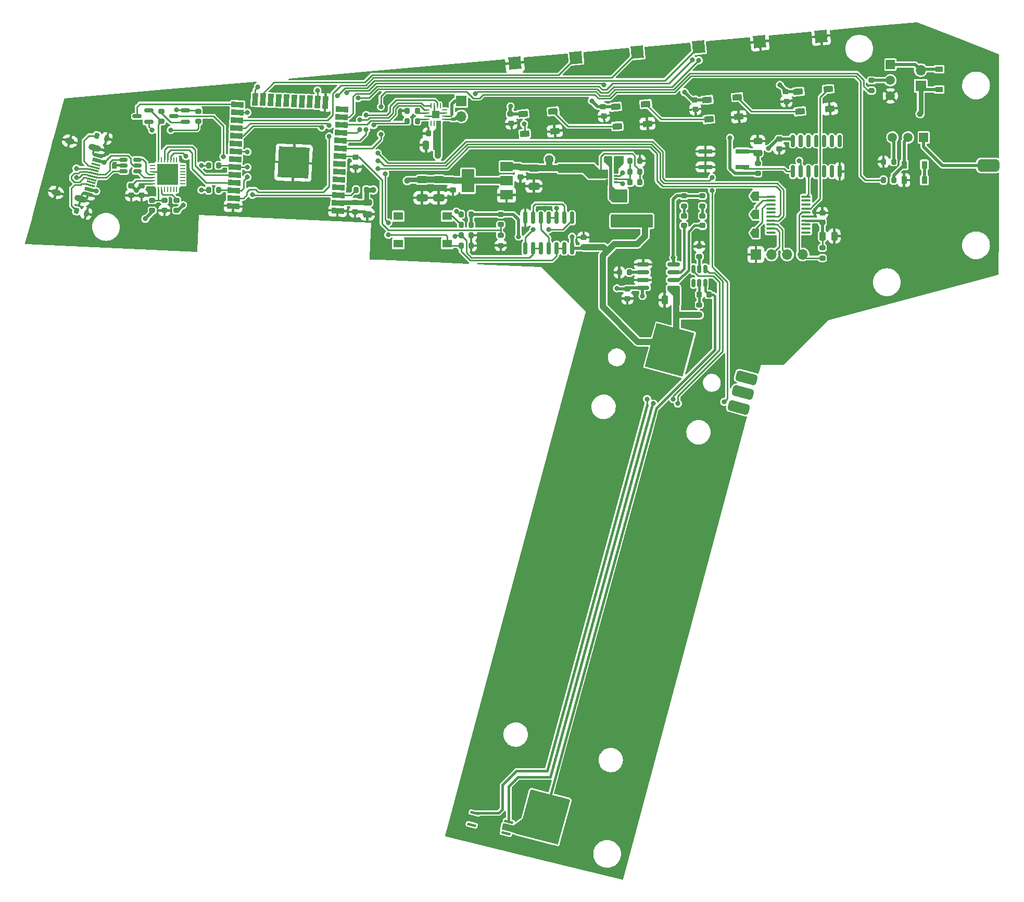
<source format=gtl>
G04 #@! TF.GenerationSoftware,KiCad,Pcbnew,(6.0.5-0)*
G04 #@! TF.CreationDate,2022-11-26T13:27:52+01:00*
G04 #@! TF.ProjectId,Phazor,5068617a-6f72-42e6-9b69-6361645f7063,rev?*
G04 #@! TF.SameCoordinates,Original*
G04 #@! TF.FileFunction,Copper,L1,Top*
G04 #@! TF.FilePolarity,Positive*
%FSLAX46Y46*%
G04 Gerber Fmt 4.6, Leading zero omitted, Abs format (unit mm)*
G04 Created by KiCad (PCBNEW (6.0.5-0)) date 2022-11-26 13:27:52*
%MOMM*%
%LPD*%
G01*
G04 APERTURE LIST*
G04 Aperture macros list*
%AMRoundRect*
0 Rectangle with rounded corners*
0 $1 Rounding radius*
0 $2 $3 $4 $5 $6 $7 $8 $9 X,Y pos of 4 corners*
0 Add a 4 corners polygon primitive as box body*
4,1,4,$2,$3,$4,$5,$6,$7,$8,$9,$2,$3,0*
0 Add four circle primitives for the rounded corners*
1,1,$1+$1,$2,$3*
1,1,$1+$1,$4,$5*
1,1,$1+$1,$6,$7*
1,1,$1+$1,$8,$9*
0 Add four rect primitives between the rounded corners*
20,1,$1+$1,$2,$3,$4,$5,0*
20,1,$1+$1,$4,$5,$6,$7,0*
20,1,$1+$1,$6,$7,$8,$9,0*
20,1,$1+$1,$8,$9,$2,$3,0*%
%AMHorizOval*
0 Thick line with rounded ends*
0 $1 width*
0 $2 $3 position (X,Y) of the first rounded end (center of the circle)*
0 $4 $5 position (X,Y) of the second rounded end (center of the circle)*
0 Add line between two ends*
20,1,$1,$2,$3,$4,$5,0*
0 Add two circle primitives to create the rounded ends*
1,1,$1,$2,$3*
1,1,$1,$4,$5*%
%AMRotRect*
0 Rectangle, with rotation*
0 The origin of the aperture is its center*
0 $1 length*
0 $2 width*
0 $3 Rotation angle, in degrees counterclockwise*
0 Add horizontal line*
21,1,$1,$2,0,0,$3*%
%AMFreePoly0*
4,1,6,1.000000,0.000000,0.500000,-0.750000,-0.500000,-0.750000,-0.500000,0.750000,0.500000,0.750000,1.000000,0.000000,1.000000,0.000000,$1*%
%AMFreePoly1*
4,1,6,0.500000,-0.750000,-0.650000,-0.750000,-0.150000,0.000000,-0.650000,0.750000,0.500000,0.750000,0.500000,-0.750000,0.500000,-0.750000,$1*%
G04 Aperture macros list end*
G04 #@! TA.AperFunction,SMDPad,CuDef*
%ADD10FreePoly0,180.000000*%
G04 #@! TD*
G04 #@! TA.AperFunction,SMDPad,CuDef*
%ADD11FreePoly1,180.000000*%
G04 #@! TD*
G04 #@! TA.AperFunction,SMDPad,CuDef*
%ADD12RotRect,7.340000X6.350000X255.000000*%
G04 #@! TD*
G04 #@! TA.AperFunction,SMDPad,CuDef*
%ADD13RoundRect,0.200000X-0.200000X-0.275000X0.200000X-0.275000X0.200000X0.275000X-0.200000X0.275000X0*%
G04 #@! TD*
G04 #@! TA.AperFunction,SMDPad,CuDef*
%ADD14RoundRect,0.200000X-0.275000X0.200000X-0.275000X-0.200000X0.275000X-0.200000X0.275000X0.200000X0*%
G04 #@! TD*
G04 #@! TA.AperFunction,SMDPad,CuDef*
%ADD15R,1.550000X1.300000*%
G04 #@! TD*
G04 #@! TA.AperFunction,SMDPad,CuDef*
%ADD16RoundRect,0.250000X-0.650000X0.325000X-0.650000X-0.325000X0.650000X-0.325000X0.650000X0.325000X0*%
G04 #@! TD*
G04 #@! TA.AperFunction,SMDPad,CuDef*
%ADD17RoundRect,0.437500X-1.154544X0.762293X-1.381011X-0.082893X1.154544X-0.762293X1.381011X0.082893X0*%
G04 #@! TD*
G04 #@! TA.AperFunction,SMDPad,CuDef*
%ADD18R,2.000000X1.500000*%
G04 #@! TD*
G04 #@! TA.AperFunction,SMDPad,CuDef*
%ADD19R,2.000000X3.800000*%
G04 #@! TD*
G04 #@! TA.AperFunction,SMDPad,CuDef*
%ADD20RoundRect,0.218750X0.256250X-0.218750X0.256250X0.218750X-0.256250X0.218750X-0.256250X-0.218750X0*%
G04 #@! TD*
G04 #@! TA.AperFunction,SMDPad,CuDef*
%ADD21RotRect,2.000000X2.000000X95.000000*%
G04 #@! TD*
G04 #@! TA.AperFunction,ComponentPad*
%ADD22R,1.500000X1.500000*%
G04 #@! TD*
G04 #@! TA.AperFunction,ComponentPad*
%ADD23C,1.500000*%
G04 #@! TD*
G04 #@! TA.AperFunction,SMDPad,CuDef*
%ADD24RoundRect,0.225000X0.250000X-0.225000X0.250000X0.225000X-0.250000X0.225000X-0.250000X-0.225000X0*%
G04 #@! TD*
G04 #@! TA.AperFunction,SMDPad,CuDef*
%ADD25RoundRect,0.225000X-0.250000X0.225000X-0.250000X-0.225000X0.250000X-0.225000X0.250000X0.225000X0*%
G04 #@! TD*
G04 #@! TA.AperFunction,SMDPad,CuDef*
%ADD26RoundRect,0.200000X0.275000X-0.200000X0.275000X0.200000X-0.275000X0.200000X-0.275000X-0.200000X0*%
G04 #@! TD*
G04 #@! TA.AperFunction,SMDPad,CuDef*
%ADD27R,0.900000X1.200000*%
G04 #@! TD*
G04 #@! TA.AperFunction,ComponentPad*
%ADD28R,1.700000X1.700000*%
G04 #@! TD*
G04 #@! TA.AperFunction,ComponentPad*
%ADD29O,1.700000X1.700000*%
G04 #@! TD*
G04 #@! TA.AperFunction,SMDPad,CuDef*
%ADD30RotRect,1.500000X1.000000X5.000000*%
G04 #@! TD*
G04 #@! TA.AperFunction,SMDPad,CuDef*
%ADD31RoundRect,0.200000X0.200000X0.275000X-0.200000X0.275000X-0.200000X-0.275000X0.200000X-0.275000X0*%
G04 #@! TD*
G04 #@! TA.AperFunction,SMDPad,CuDef*
%ADD32RoundRect,0.150000X-0.150000X0.512500X-0.150000X-0.512500X0.150000X-0.512500X0.150000X0.512500X0*%
G04 #@! TD*
G04 #@! TA.AperFunction,SMDPad,CuDef*
%ADD33RoundRect,0.250000X-0.475000X0.250000X-0.475000X-0.250000X0.475000X-0.250000X0.475000X0.250000X0*%
G04 #@! TD*
G04 #@! TA.AperFunction,SMDPad,CuDef*
%ADD34RotRect,0.600000X1.450000X255.000000*%
G04 #@! TD*
G04 #@! TA.AperFunction,SMDPad,CuDef*
%ADD35RotRect,0.300000X1.450000X255.000000*%
G04 #@! TD*
G04 #@! TA.AperFunction,ComponentPad*
%ADD36HorizOval,1.000000X-0.531259X0.142350X0.531259X-0.142350X0*%
G04 #@! TD*
G04 #@! TA.AperFunction,ComponentPad*
%ADD37HorizOval,1.000000X-0.289778X0.077646X0.289778X-0.077646X0*%
G04 #@! TD*
G04 #@! TA.AperFunction,SMDPad,CuDef*
%ADD38RoundRect,0.225000X0.225000X0.250000X-0.225000X0.250000X-0.225000X-0.250000X0.225000X-0.250000X0*%
G04 #@! TD*
G04 #@! TA.AperFunction,SMDPad,CuDef*
%ADD39RoundRect,0.225000X-0.268659X0.202355X-0.229439X-0.245933X0.268659X-0.202355X0.229439X0.245933X0*%
G04 #@! TD*
G04 #@! TA.AperFunction,SMDPad,CuDef*
%ADD40RoundRect,0.150000X0.587500X0.150000X-0.587500X0.150000X-0.587500X-0.150000X0.587500X-0.150000X0*%
G04 #@! TD*
G04 #@! TA.AperFunction,SMDPad,CuDef*
%ADD41RoundRect,0.250000X0.250000X0.475000X-0.250000X0.475000X-0.250000X-0.475000X0.250000X-0.475000X0*%
G04 #@! TD*
G04 #@! TA.AperFunction,SMDPad,CuDef*
%ADD42RoundRect,0.030000X-0.270000X0.095000X-0.270000X-0.095000X0.270000X-0.095000X0.270000X0.095000X0*%
G04 #@! TD*
G04 #@! TA.AperFunction,SMDPad,CuDef*
%ADD43RoundRect,0.035000X-0.140000X1.215000X-0.140000X-1.215000X0.140000X-1.215000X0.140000X1.215000X0*%
G04 #@! TD*
G04 #@! TA.AperFunction,SMDPad,CuDef*
%ADD44RoundRect,0.040000X-0.160000X0.460000X-0.160000X-0.460000X0.160000X-0.460000X0.160000X0.460000X0*%
G04 #@! TD*
G04 #@! TA.AperFunction,SMDPad,CuDef*
%ADD45RoundRect,0.040000X-0.160000X0.610000X-0.160000X-0.610000X0.160000X-0.610000X0.160000X0.610000X0*%
G04 #@! TD*
G04 #@! TA.AperFunction,SMDPad,CuDef*
%ADD46RoundRect,0.200000X-0.264360X-0.213866X0.122010X-0.317393X0.264360X0.213866X-0.122010X0.317393X0*%
G04 #@! TD*
G04 #@! TA.AperFunction,SMDPad,CuDef*
%ADD47RoundRect,0.500000X1.250000X0.500000X-1.250000X0.500000X-1.250000X-0.500000X1.250000X-0.500000X0*%
G04 #@! TD*
G04 #@! TA.AperFunction,SMDPad,CuDef*
%ADD48RoundRect,0.150000X-0.825000X-0.150000X0.825000X-0.150000X0.825000X0.150000X-0.825000X0.150000X0*%
G04 #@! TD*
G04 #@! TA.AperFunction,SMDPad,CuDef*
%ADD49R,2.290000X3.000000*%
G04 #@! TD*
G04 #@! TA.AperFunction,SMDPad,CuDef*
%ADD50RoundRect,0.250000X0.650000X-0.325000X0.650000X0.325000X-0.650000X0.325000X-0.650000X-0.325000X0*%
G04 #@! TD*
G04 #@! TA.AperFunction,SMDPad,CuDef*
%ADD51RoundRect,0.150000X-0.512500X-0.150000X0.512500X-0.150000X0.512500X0.150000X-0.512500X0.150000X0*%
G04 #@! TD*
G04 #@! TA.AperFunction,SMDPad,CuDef*
%ADD52RoundRect,0.150000X0.150000X-0.825000X0.150000X0.825000X-0.150000X0.825000X-0.150000X-0.825000X0*%
G04 #@! TD*
G04 #@! TA.AperFunction,SMDPad,CuDef*
%ADD53RotRect,2.000000X0.900000X177.500000*%
G04 #@! TD*
G04 #@! TA.AperFunction,SMDPad,CuDef*
%ADD54RotRect,2.000000X0.900000X267.500000*%
G04 #@! TD*
G04 #@! TA.AperFunction,SMDPad,CuDef*
%ADD55RotRect,5.000000X5.000000X177.500000*%
G04 #@! TD*
G04 #@! TA.AperFunction,SMDPad,CuDef*
%ADD56R,2.500000X1.900000*%
G04 #@! TD*
G04 #@! TA.AperFunction,SMDPad,CuDef*
%ADD57RoundRect,0.062500X-0.337500X-0.062500X0.337500X-0.062500X0.337500X0.062500X-0.337500X0.062500X0*%
G04 #@! TD*
G04 #@! TA.AperFunction,SMDPad,CuDef*
%ADD58RoundRect,0.062500X-0.062500X-0.337500X0.062500X-0.337500X0.062500X0.337500X-0.062500X0.337500X0*%
G04 #@! TD*
G04 #@! TA.AperFunction,SMDPad,CuDef*
%ADD59R,3.350000X3.350000*%
G04 #@! TD*
G04 #@! TA.AperFunction,SMDPad,CuDef*
%ADD60RoundRect,0.100000X0.642756X-0.057196X-0.594371X0.251255X-0.642756X0.057196X0.594371X-0.251255X0*%
G04 #@! TD*
G04 #@! TA.AperFunction,SMDPad,CuDef*
%ADD61RoundRect,0.250000X-0.250000X-0.475000X0.250000X-0.475000X0.250000X0.475000X-0.250000X0.475000X0*%
G04 #@! TD*
G04 #@! TA.AperFunction,SMDPad,CuDef*
%ADD62RoundRect,0.062500X-0.350000X-0.062500X0.350000X-0.062500X0.350000X0.062500X-0.350000X0.062500X0*%
G04 #@! TD*
G04 #@! TA.AperFunction,SMDPad,CuDef*
%ADD63RoundRect,0.062500X-0.062500X-0.350000X0.062500X-0.350000X0.062500X0.350000X-0.062500X0.350000X0*%
G04 #@! TD*
G04 #@! TA.AperFunction,SMDPad,CuDef*
%ADD64R,1.230000X1.230000*%
G04 #@! TD*
G04 #@! TA.AperFunction,SMDPad,CuDef*
%ADD65R,1.200000X0.900000*%
G04 #@! TD*
G04 #@! TA.AperFunction,SMDPad,CuDef*
%ADD66RoundRect,0.100000X0.637500X0.100000X-0.637500X0.100000X-0.637500X-0.100000X0.637500X-0.100000X0*%
G04 #@! TD*
G04 #@! TA.AperFunction,SMDPad,CuDef*
%ADD67RoundRect,0.187500X0.937500X0.187500X-0.937500X0.187500X-0.937500X-0.187500X0.937500X-0.187500X0*%
G04 #@! TD*
G04 #@! TA.AperFunction,SMDPad,CuDef*
%ADD68RoundRect,0.150000X-0.150000X0.825000X-0.150000X-0.825000X0.150000X-0.825000X0.150000X0.825000X0*%
G04 #@! TD*
G04 #@! TA.AperFunction,ViaPad*
%ADD69C,0.800000*%
G04 #@! TD*
G04 #@! TA.AperFunction,ViaPad*
%ADD70C,1.000000*%
G04 #@! TD*
G04 #@! TA.AperFunction,ViaPad*
%ADD71C,1.400000*%
G04 #@! TD*
G04 #@! TA.AperFunction,Conductor*
%ADD72C,0.250000*%
G04 #@! TD*
G04 #@! TA.AperFunction,Conductor*
%ADD73C,1.016000*%
G04 #@! TD*
G04 #@! TA.AperFunction,Conductor*
%ADD74C,0.508000*%
G04 #@! TD*
G04 #@! TA.AperFunction,Conductor*
%ADD75C,0.254000*%
G04 #@! TD*
G04 #@! TA.AperFunction,Conductor*
%ADD76C,0.381000*%
G04 #@! TD*
G04 #@! TA.AperFunction,Conductor*
%ADD77C,0.762000*%
G04 #@! TD*
G04 APERTURE END LIST*
D10*
X188178520Y-48546480D03*
D11*
X186728520Y-48546480D03*
D12*
X174132873Y-73556617D03*
X153774167Y-149536343D03*
D13*
X167628520Y-42796479D03*
X169278520Y-42796479D03*
D14*
X146653520Y-54921480D03*
X146653520Y-56571480D03*
D15*
X137928520Y-51796480D03*
X129978520Y-51796480D03*
X129978520Y-56296480D03*
X137928520Y-56296480D03*
D16*
X152053520Y-43971479D03*
X152053520Y-46921479D03*
D17*
X185352952Y-82914815D03*
X186000000Y-80500000D03*
X186647048Y-78085185D03*
D13*
X208903520Y-45946480D03*
X210553520Y-45946480D03*
D18*
X147603520Y-48346480D03*
D19*
X141303520Y-46046480D03*
D18*
X147603520Y-46046480D03*
X147603520Y-43746480D03*
D20*
X176453520Y-53333980D03*
X176453520Y-51758980D03*
D21*
X188777413Y-23403365D03*
D22*
X210028520Y-27166480D03*
D23*
X210028520Y-29706480D03*
X210028520Y-32246480D03*
D13*
X99128520Y-43546480D03*
X100778520Y-43546480D03*
D24*
X198953520Y-52821480D03*
X198953520Y-51271480D03*
D25*
X167253520Y-63671480D03*
X167253520Y-65221480D03*
D26*
X206953520Y-31371480D03*
X206953520Y-29721480D03*
D27*
X212253520Y-45946480D03*
X215553520Y-45946480D03*
D13*
X131428520Y-36346480D03*
X133078520Y-36346480D03*
D28*
X188153520Y-58046480D03*
D29*
X190693520Y-58046480D03*
X193233520Y-58046480D03*
X195773520Y-58046480D03*
D30*
X150282793Y-35187632D03*
X150561691Y-38375455D03*
X155443045Y-37948392D03*
X155164147Y-34760569D03*
D31*
X210553520Y-42946480D03*
X208903520Y-42946480D03*
D30*
X180220177Y-32875528D03*
X180499075Y-36063351D03*
X185380429Y-35636288D03*
X185101531Y-32448465D03*
D32*
X179903520Y-60408980D03*
X178953520Y-60408980D03*
X178003520Y-60408980D03*
X178003520Y-62683980D03*
X178953520Y-62683980D03*
X179903520Y-62683980D03*
D26*
X91453520Y-36371480D03*
X91453520Y-34721480D03*
D16*
X156953520Y-44071479D03*
X156953520Y-47021479D03*
D10*
X188178520Y-51546480D03*
D11*
X186728520Y-51546480D03*
D33*
X124953520Y-49596480D03*
X124953520Y-51496480D03*
D16*
X159453520Y-44071479D03*
X159453520Y-47021479D03*
D31*
X141853520Y-53196480D03*
X140203520Y-53196480D03*
D21*
X158891573Y-26018037D03*
X148929626Y-26889595D03*
D34*
X81201852Y-41954144D03*
X80994797Y-42726885D03*
D35*
X80684214Y-43885996D03*
X80425395Y-44851922D03*
X80295985Y-45334884D03*
X80037166Y-46300810D03*
D34*
X79726583Y-47459921D03*
X79519528Y-48232662D03*
X79519528Y-48232662D03*
X79726583Y-47459921D03*
D35*
X79907757Y-46783773D03*
X80166576Y-45817847D03*
X80554804Y-44368959D03*
X80813623Y-43403033D03*
D34*
X80994797Y-42726885D03*
X81201852Y-41954144D03*
D36*
X78358770Y-49029383D03*
D37*
X76557396Y-39601920D03*
D36*
X80594966Y-40683784D03*
D37*
X74321200Y-47947520D03*
D21*
X178815466Y-24274922D03*
D38*
X136428520Y-38346481D03*
X134878520Y-38346481D03*
D14*
X176453520Y-48521480D03*
X176453520Y-50171480D03*
D13*
X99128520Y-47546480D03*
X100778520Y-47546480D03*
D39*
X148225340Y-35191967D03*
X148360432Y-36736069D03*
D31*
X167578520Y-60946480D03*
X165928520Y-60946480D03*
D40*
X95391020Y-36496480D03*
X95391020Y-34596480D03*
X93516020Y-35546480D03*
D13*
X140203521Y-56596480D03*
X141853521Y-56596480D03*
D41*
X136403520Y-40246480D03*
X134503520Y-40246480D03*
D42*
X165368520Y-44796479D03*
X165368520Y-45296479D03*
X165368520Y-45796479D03*
X165368520Y-46296479D03*
D43*
X164453520Y-45546479D03*
D44*
X163928520Y-46296479D03*
D45*
X163928520Y-44946479D03*
D46*
X80956631Y-38732954D03*
X82550409Y-39160006D03*
D25*
X161953520Y-44771479D03*
X161953520Y-46321479D03*
D47*
X225953520Y-43546480D03*
D38*
X169228520Y-46296479D03*
X167678520Y-46296479D03*
D28*
X140228520Y-33046480D03*
D29*
X140228520Y-35586480D03*
D14*
X89953520Y-49221480D03*
X89953520Y-50871480D03*
D48*
X169803520Y-59636481D03*
X169803520Y-60906481D03*
X169803520Y-62176481D03*
X169803520Y-63446481D03*
X174753520Y-63446481D03*
X174753520Y-62176481D03*
X174753520Y-60906481D03*
X174753520Y-59636481D03*
D49*
X172278520Y-61541481D03*
D39*
X178162725Y-32879864D03*
X178297817Y-34423966D03*
D14*
X198953520Y-56971480D03*
X198953520Y-58621480D03*
D39*
X192969803Y-31583646D03*
X193104895Y-33127748D03*
D26*
X178953520Y-67871480D03*
X178953520Y-66221480D03*
D16*
X136553520Y-45871480D03*
X136553520Y-48821480D03*
D50*
X170153520Y-52421479D03*
X170153520Y-49471479D03*
D31*
X169278520Y-44546479D03*
X167628520Y-44546479D03*
D14*
X146653520Y-51521480D03*
X146653520Y-53171480D03*
X188453520Y-43221480D03*
X188453520Y-44871480D03*
D51*
X85316020Y-42596480D03*
X85316020Y-43546480D03*
X85316020Y-44496480D03*
X87591020Y-44496480D03*
X87591020Y-43546480D03*
X87591020Y-42596480D03*
D52*
X194143520Y-44521480D03*
X195413520Y-44521480D03*
X196683520Y-44521480D03*
X197953520Y-44521480D03*
X199223520Y-44521480D03*
X200493520Y-44521480D03*
X201763520Y-44521480D03*
X201763520Y-39571480D03*
X200493520Y-39571480D03*
X199223520Y-39571480D03*
X197953520Y-39571480D03*
X196683520Y-39571480D03*
X195413520Y-39571480D03*
X194143520Y-39571480D03*
D39*
X163282420Y-33999303D03*
X163417512Y-35543405D03*
D53*
X120121409Y-50914388D03*
X120176805Y-49645597D03*
X120232202Y-48376805D03*
X120287599Y-47108014D03*
X120342995Y-45839223D03*
X120398392Y-44570432D03*
X120453789Y-43301640D03*
X120509185Y-42032849D03*
X120564582Y-40764058D03*
X120619978Y-39495267D03*
X120675375Y-38226475D03*
X120730772Y-36957684D03*
X120786168Y-35688893D03*
X120841565Y-34420102D03*
D54*
X118102835Y-33299574D03*
X116834044Y-33244177D03*
X115565253Y-33188780D03*
X114296461Y-33133384D03*
X113027670Y-33077987D03*
X111758879Y-33022590D03*
X110490088Y-32967194D03*
X109221296Y-32911797D03*
X107952505Y-32856401D03*
X106683714Y-32801004D03*
D53*
X103857745Y-33678572D03*
X103802349Y-34947363D03*
X103746952Y-36216155D03*
X103691555Y-37484946D03*
X103636159Y-38753737D03*
X103580762Y-40022528D03*
X103525365Y-41291320D03*
X103469969Y-42560111D03*
X103414572Y-43828902D03*
X103359176Y-45097693D03*
X103303779Y-46366485D03*
X103248382Y-47635276D03*
X103192986Y-48904067D03*
X103137589Y-50172858D03*
D55*
X112955693Y-43094381D03*
D30*
X165339873Y-33994968D03*
X165618771Y-37182791D03*
X170500125Y-36755728D03*
X170221227Y-33567905D03*
D10*
X188178520Y-54546480D03*
D11*
X186728520Y-54546480D03*
D16*
X133853522Y-45871480D03*
X133853522Y-48821480D03*
D22*
X215443520Y-38996480D03*
D23*
X212903520Y-38996480D03*
X210363520Y-38996480D03*
D56*
X165953520Y-52596480D03*
X165953520Y-48496480D03*
D57*
X90003520Y-43546480D03*
X90003520Y-44046480D03*
X90003520Y-44546480D03*
X90003520Y-45046480D03*
X90003520Y-45546480D03*
X90003520Y-46046480D03*
X90003520Y-46546480D03*
D58*
X90953520Y-47496480D03*
X91453520Y-47496480D03*
X91953520Y-47496480D03*
X92453520Y-47496480D03*
X92953520Y-47496480D03*
X93453520Y-47496480D03*
X93953520Y-47496480D03*
D57*
X94903520Y-46546480D03*
X94903520Y-46046480D03*
X94903520Y-45546480D03*
X94903520Y-45046480D03*
X94903520Y-44546480D03*
X94903520Y-44046480D03*
X94903520Y-43546480D03*
D58*
X93953520Y-42596480D03*
X93453520Y-42596480D03*
X92953520Y-42596480D03*
X92453520Y-42596480D03*
X91953520Y-42596480D03*
X91453520Y-42596480D03*
X90953520Y-42596480D03*
D59*
X92453520Y-45046480D03*
D21*
X168853520Y-25146480D03*
D24*
X160110374Y-56821480D03*
X160110374Y-55271480D03*
D26*
X178953520Y-58371480D03*
X178953520Y-56721480D03*
D25*
X191953520Y-39271480D03*
X191953520Y-40821480D03*
D38*
X165728520Y-42796479D03*
X164178520Y-42796479D03*
D60*
X147495118Y-152185020D03*
X147652367Y-151554328D03*
X147809616Y-150923635D03*
X147966865Y-150292943D03*
X142411922Y-148907940D03*
X142254673Y-149538632D03*
X142097424Y-150169325D03*
X141940175Y-150800017D03*
D25*
X149853521Y-43871479D03*
X149853521Y-45421479D03*
X123053520Y-42246480D03*
X123053520Y-43796480D03*
X122953520Y-49546480D03*
X122953520Y-51096480D03*
D61*
X199003520Y-55046480D03*
X200903520Y-55046480D03*
D46*
X77656631Y-50932954D03*
X79250409Y-51360006D03*
D20*
X179453520Y-53333980D03*
X179453520Y-51758980D03*
D40*
X89391020Y-36496480D03*
X89391020Y-34596480D03*
X87516020Y-35546480D03*
D62*
X134616020Y-34496480D03*
X134616020Y-34996480D03*
X134616020Y-35496480D03*
X134616020Y-35996480D03*
D63*
X135303520Y-36683980D03*
X135803520Y-36683980D03*
X136303520Y-36683980D03*
X136803520Y-36683980D03*
D62*
X137491020Y-35996480D03*
X137491020Y-35496480D03*
X137491020Y-34996480D03*
X137491020Y-34496480D03*
D63*
X136803520Y-33808980D03*
X136303520Y-33808980D03*
X135803520Y-33808980D03*
X135303520Y-33808980D03*
D64*
X136053520Y-35246480D03*
D13*
X131428520Y-34646479D03*
X133078520Y-34646479D03*
D65*
X217953520Y-31196480D03*
X217953520Y-27896480D03*
D41*
X175203519Y-65446480D03*
X173303519Y-65446480D03*
D21*
X198739360Y-22531807D03*
D13*
X140203520Y-54896480D03*
X141853520Y-54896480D03*
D26*
X91953519Y-50871480D03*
X91953519Y-49221480D03*
D14*
X179453520Y-48521480D03*
X179453520Y-50171480D03*
D66*
X196316020Y-54471480D03*
X196316020Y-53821480D03*
X196316020Y-53171480D03*
X196316020Y-52521480D03*
X196316020Y-51871480D03*
X196316020Y-51221480D03*
X196316020Y-50571480D03*
X196316020Y-49921480D03*
X196316020Y-49271480D03*
X196316020Y-48621480D03*
X190591020Y-48621480D03*
X190591020Y-49271480D03*
X190591020Y-49921480D03*
X190591020Y-50571480D03*
X190591020Y-51221480D03*
X190591020Y-51871480D03*
X190591020Y-52521480D03*
X190591020Y-53171480D03*
X190591020Y-53821480D03*
X190591020Y-54471480D03*
D27*
X215553520Y-43446480D03*
X212253520Y-43446480D03*
D25*
X138853520Y-45971480D03*
X138853520Y-47521480D03*
D31*
X124778520Y-47546480D03*
X123128520Y-47546480D03*
D24*
X88253520Y-48421480D03*
X88253520Y-46871480D03*
D67*
X179953520Y-41276480D03*
X179953520Y-43816480D03*
X185953520Y-43816480D03*
X185953520Y-41276480D03*
D38*
X180503520Y-64546480D03*
X178953520Y-64546480D03*
D24*
X86553520Y-48421480D03*
X86553520Y-46871480D03*
D14*
X97453520Y-34721480D03*
X97453520Y-36371480D03*
D68*
X158263520Y-52071480D03*
X156993520Y-52071480D03*
X155723520Y-52071480D03*
X154453520Y-52071480D03*
X153183520Y-52071480D03*
X151913520Y-52071480D03*
X150643520Y-52071480D03*
X150643520Y-57021480D03*
X151913520Y-57021480D03*
X153183520Y-57021480D03*
X154453520Y-57021480D03*
X155723520Y-57021480D03*
X156993520Y-57021480D03*
X158263520Y-57021480D03*
D26*
X93953520Y-50871480D03*
X93953520Y-49221480D03*
D31*
X141853520Y-51496480D03*
X140203520Y-51496480D03*
D30*
X195027254Y-31579311D03*
X195306152Y-34767134D03*
X200187506Y-34340071D03*
X199908608Y-31152248D03*
D33*
X188453521Y-39596480D03*
X188453521Y-41496480D03*
D28*
X214953520Y-30586480D03*
D29*
X214953520Y-28046480D03*
D69*
X191500000Y-71500000D03*
X191500000Y-70000000D03*
X191500000Y-68500000D03*
X190000000Y-68500000D03*
X190000000Y-70000000D03*
X190000000Y-71500000D03*
X188500000Y-71500000D03*
X188500000Y-70000000D03*
X188500000Y-68500000D03*
X183000000Y-59000000D03*
X183000000Y-57500000D03*
X183000000Y-56000000D03*
X183000000Y-82000000D03*
X181000000Y-47670980D03*
X181000000Y-45500000D03*
X166453520Y-46546480D03*
D70*
X172809774Y-75456772D03*
X172137343Y-72170765D03*
X174657530Y-74428311D03*
X172525571Y-70721877D03*
X173974461Y-71110105D03*
X173586231Y-72558994D03*
X173198003Y-74007882D03*
X175035120Y-72947222D03*
X175423349Y-71498333D03*
D69*
X158253520Y-55146480D03*
X149553520Y-55146480D03*
D70*
X174258662Y-75844999D03*
D69*
X167953520Y-52546480D03*
D70*
X176872237Y-71886562D03*
X175707552Y-76233227D03*
X171749114Y-73619653D03*
X171360887Y-75068542D03*
X176484009Y-73335451D03*
X176095780Y-74784340D03*
X155091269Y-147580646D03*
X153952397Y-151964971D03*
X156151930Y-149417763D03*
X153254152Y-148641306D03*
X156540159Y-147968874D03*
X154314813Y-150478423D03*
X151028807Y-151150855D03*
X155375473Y-152315540D03*
X152477696Y-151539084D03*
X151417035Y-149701966D03*
X152865924Y-150090195D03*
X153642380Y-147192416D03*
X155763702Y-150866652D03*
X154703041Y-149029535D03*
X151805263Y-148253077D03*
X152193492Y-146804189D03*
D69*
X88853520Y-52246480D03*
X165553520Y-63546480D03*
X169703520Y-64796480D03*
X80853520Y-47746480D03*
X82153520Y-43046480D03*
X174703520Y-58546480D03*
X180835806Y-98057593D03*
X147953520Y-38546480D03*
X199953520Y-26046480D03*
X135953520Y-51046480D03*
X181153520Y-24146480D03*
X75000000Y-55000000D03*
X155865329Y-91705738D03*
X85000000Y-34000000D03*
X167453520Y-58046480D03*
X183423997Y-88398335D03*
X115453520Y-35146480D03*
X191953520Y-45046480D03*
X130953520Y-39546480D03*
X153924186Y-98950181D03*
X153277138Y-101364996D03*
X130353520Y-34646480D03*
X98203520Y-40546480D03*
X182776950Y-90813150D03*
X82000000Y-34000000D03*
X171953520Y-61546480D03*
X222453520Y-37546480D03*
X198953520Y-25046480D03*
X99353520Y-34446480D03*
X202453520Y-54046480D03*
X208953520Y-41046480D03*
X158453520Y-82046480D03*
X176953520Y-112546480D03*
X158453520Y-60546480D03*
X93953520Y-39296480D03*
X92703520Y-39296480D03*
X197953520Y-26046480D03*
X126500000Y-58000000D03*
X114253520Y-38446480D03*
X145512567Y-130342772D03*
X186953520Y-27046480D03*
X158453520Y-48546480D03*
X163953520Y-27546480D03*
X157806473Y-84461295D03*
X141453520Y-49046480D03*
X93153520Y-45746480D03*
D70*
X149453520Y-145046480D03*
D69*
X167476932Y-62275238D03*
X142953520Y-35046480D03*
X80500000Y-34000000D03*
X72000000Y-55000000D03*
X146806663Y-125513142D03*
X128253520Y-32746480D03*
X125500000Y-39500000D03*
X177453520Y-44046480D03*
X114253520Y-35146480D03*
X146453520Y-27346480D03*
X142953520Y-37046480D03*
X180188758Y-100472408D03*
X219953520Y-31546480D03*
X161953520Y-27546480D03*
X73500000Y-55000000D03*
X151983043Y-106194625D03*
X83500000Y-34000000D03*
X108953520Y-46546480D03*
X77500000Y-34000000D03*
X129953520Y-38546480D03*
X76500000Y-55000000D03*
X194553520Y-49946480D03*
X211953520Y-31046480D03*
X91953520Y-44546480D03*
X181482854Y-95642779D03*
X210953520Y-48046480D03*
X162953520Y-26546480D03*
X179541711Y-102887222D03*
X142953520Y-36046480D03*
X134453520Y-51046480D03*
X145153520Y-27346480D03*
X144053520Y-48646480D03*
X169953520Y-48046480D03*
X124753520Y-33746480D03*
X211953520Y-29546480D03*
X111953520Y-46546480D03*
X113053520Y-38446480D03*
X149453520Y-57046480D03*
X136103520Y-35196480D03*
X188953520Y-27046480D03*
X74953520Y-44546480D03*
X144218472Y-135172400D03*
X157153520Y-59246480D03*
X167453520Y-36046480D03*
X129953520Y-39546480D03*
X168953520Y-58046480D03*
X129953520Y-40546480D03*
X181000000Y-63000000D03*
X151335996Y-108609440D03*
X148747806Y-118268699D03*
X202453520Y-55546480D03*
X79000000Y-34000000D03*
X126000000Y-46000000D03*
X110453520Y-46546480D03*
X122000000Y-46000000D03*
X179453520Y-69546480D03*
X178247615Y-107716851D03*
X75953520Y-41546480D03*
X148453520Y-57046480D03*
X176306473Y-114961295D03*
X175012378Y-119790923D03*
X173453520Y-27546480D03*
X139953520Y-49046480D03*
X179453520Y-71046480D03*
X171453520Y-27546480D03*
X170483044Y-136694627D03*
X222453520Y-40546480D03*
X138000000Y-32500000D03*
X219453520Y-37546480D03*
X150953520Y-50046480D03*
X144053520Y-47546480D03*
X179953520Y-55046480D03*
X132953520Y-56546480D03*
X143953520Y-36046480D03*
X177600568Y-110131667D03*
X172953520Y-48046480D03*
X152953520Y-48546480D03*
X201953520Y-52046480D03*
X75453520Y-43046480D03*
X193153520Y-53146480D03*
X126053520Y-33746480D03*
X170453520Y-58046480D03*
X202453520Y-57046480D03*
X171453520Y-48046480D03*
X159953520Y-62046480D03*
X191953520Y-43046480D03*
X155218281Y-94120553D03*
X211953520Y-32546480D03*
X187953520Y-26046480D03*
X197653520Y-47246480D03*
X172453520Y-26546480D03*
X176953520Y-66046480D03*
X182453520Y-35046480D03*
X156953520Y-48546480D03*
X111853520Y-38446480D03*
X219453520Y-40546480D03*
X172424188Y-129450182D03*
X100553520Y-34446480D03*
X74453520Y-46046480D03*
X220953520Y-40546480D03*
X171130092Y-134279811D03*
X207453520Y-41046480D03*
X177453520Y-42546480D03*
X108953520Y-45046480D03*
X173071235Y-127035368D03*
X91953520Y-45746480D03*
X78000000Y-55000000D03*
X144865519Y-132757585D03*
X169188949Y-141524255D03*
X219953520Y-33046480D03*
X167453520Y-37546480D03*
X134453520Y-56546480D03*
X150688949Y-111024255D03*
D70*
X149453520Y-146546480D03*
D69*
X197453520Y-34046480D03*
X172953520Y-60546480D03*
X170353520Y-41546480D03*
X153853520Y-50546480D03*
X83853520Y-43546480D03*
X129453520Y-45546480D03*
X148253520Y-54046480D03*
X161453520Y-63546480D03*
X169835996Y-139109440D03*
X148100758Y-120683513D03*
X174365331Y-122205739D03*
X172953520Y-62546480D03*
X220953520Y-45546480D03*
X220953520Y-47046480D03*
X177453520Y-41046480D03*
X151453520Y-27346480D03*
X220953520Y-39046480D03*
X178453520Y-55046480D03*
X213953520Y-48046480D03*
X143953520Y-37046480D03*
X164953520Y-59546480D03*
X113453520Y-46546480D03*
X173718283Y-124620554D03*
X197453520Y-35546480D03*
X93153520Y-44546480D03*
X131453520Y-48546480D03*
X176953520Y-64546480D03*
X171777140Y-131864997D03*
X135953520Y-56546480D03*
X154453520Y-48546480D03*
X146159615Y-127927956D03*
X159953520Y-48546480D03*
X201953520Y-50546480D03*
X157159425Y-86876108D03*
X116453520Y-46546480D03*
X98203520Y-41796480D03*
X154571234Y-96535367D03*
X219953520Y-30046480D03*
X113053520Y-35146480D03*
X143953520Y-35046480D03*
X151453520Y-48546480D03*
X212453520Y-48046480D03*
X219453520Y-39046480D03*
X111853520Y-35146480D03*
X149953520Y-48546480D03*
X152753520Y-27346480D03*
X115453520Y-38446480D03*
X145153520Y-48646480D03*
X161453520Y-48546480D03*
X182129902Y-93227963D03*
X178894663Y-105302036D03*
X165953520Y-58046480D03*
X116453520Y-45046480D03*
X132953520Y-51046480D03*
X220953520Y-37546480D03*
X128953520Y-39546480D03*
X114953520Y-46546480D03*
X222453520Y-39046480D03*
X152630091Y-103779812D03*
X147453711Y-123098327D03*
X150041901Y-113439068D03*
X220953520Y-48546480D03*
X213953520Y-46046480D03*
X175659426Y-117376110D03*
X156512377Y-89290924D03*
X149453520Y-50046480D03*
X145153520Y-47546480D03*
X192953520Y-43046480D03*
X149394854Y-115853884D03*
X182453520Y-36546480D03*
D71*
X154553520Y-42546480D03*
D69*
X192053520Y-30446480D03*
X176553520Y-31646480D03*
X148253520Y-33946480D03*
D70*
X214853520Y-35146480D03*
D69*
X161453520Y-33046480D03*
D70*
X136453520Y-41946480D03*
X131453520Y-46046480D03*
D69*
X199003520Y-55046480D03*
X190203812Y-40796188D03*
X97953520Y-47546480D03*
X94988040Y-50011960D03*
X87403520Y-47630971D03*
X97967234Y-43532766D03*
D70*
X125953520Y-47546480D03*
D69*
X183953520Y-39046480D03*
X150453520Y-36796480D03*
X77653520Y-44046480D03*
X77653520Y-45546480D03*
X177853520Y-26346480D03*
X117553520Y-37396175D03*
X123453520Y-32587060D03*
X178853520Y-26446480D03*
X121595571Y-31722071D03*
X163453520Y-30480020D03*
X116853520Y-31346480D03*
X126653520Y-42846480D03*
X105453520Y-43846480D03*
X105453520Y-45446480D03*
X126653520Y-44046480D03*
X95453520Y-42046480D03*
X93953520Y-34546480D03*
X101553520Y-42146480D03*
X106253520Y-48346480D03*
X92953520Y-37796480D03*
X89953520Y-37796480D03*
X139453520Y-51046480D03*
X139203520Y-55046480D03*
X105453520Y-34946480D03*
X127853520Y-44946480D03*
X128353520Y-52846480D03*
X128353520Y-54846480D03*
X118753520Y-37046480D03*
X120080020Y-32210194D03*
X126000000Y-37000000D03*
X118753520Y-38846480D03*
X107153520Y-30746480D03*
X142553520Y-31846480D03*
X127153520Y-34000000D03*
X127153520Y-38500000D03*
X126653520Y-41546480D03*
X105453520Y-41346480D03*
X123753520Y-36146480D03*
X123753520Y-37746480D03*
X124753023Y-37746480D03*
X124753520Y-35346480D03*
X166453520Y-44796480D03*
X155703520Y-50546480D03*
X171453520Y-82296480D03*
X175453520Y-82296480D03*
X174703520Y-81546480D03*
X170453520Y-81546480D03*
X154453520Y-53946480D03*
X151953520Y-53946480D03*
X195203520Y-42796480D03*
D72*
X181000000Y-51000000D02*
X181000000Y-60000000D01*
X183500000Y-81500000D02*
X183000000Y-82000000D01*
X181500000Y-60500000D02*
X183500000Y-62500000D01*
X173404000Y-45996960D02*
X180503040Y-45996960D01*
X183500000Y-63000000D02*
X183500000Y-81500000D01*
X181000000Y-60000000D02*
X181500000Y-60500000D01*
X181000000Y-47670980D02*
X181000000Y-51000000D01*
X180503040Y-45996960D02*
X181000000Y-45500000D01*
X183500000Y-62500000D02*
X183500000Y-63000000D01*
D73*
X175378518Y-67871480D02*
X175203519Y-68046479D01*
X175203519Y-68046479D02*
X175203519Y-72485971D01*
D74*
X149553520Y-55146480D02*
X149553520Y-52346480D01*
D73*
X170153520Y-55046480D02*
X170153520Y-52421479D01*
X178953520Y-67871480D02*
X175378518Y-67871480D01*
X175203519Y-72485971D02*
X174132873Y-73556617D01*
X174132873Y-73556617D02*
X172822736Y-72246480D01*
D74*
X158263520Y-55156480D02*
X158253520Y-55146480D01*
D73*
X168853520Y-56346480D02*
X170153520Y-55046480D01*
D74*
X148728520Y-51521480D02*
X146653520Y-51521480D01*
D73*
X163328520Y-56821480D02*
X164003520Y-57496480D01*
D74*
X146628520Y-51496480D02*
X146653520Y-51521480D01*
X149553520Y-52346480D02*
X148728520Y-51521480D01*
X141853520Y-51496480D02*
X141853520Y-53196480D01*
D73*
X175203519Y-65446480D02*
X175203519Y-68046479D01*
D74*
X141853520Y-51496480D02*
X146628520Y-51496480D01*
D73*
X165153520Y-56346480D02*
X168853520Y-56346480D01*
D74*
X158263520Y-57021480D02*
X159910374Y-57021480D01*
D73*
X168953520Y-72246480D02*
X163253520Y-66546480D01*
X160110374Y-56821480D02*
X163328520Y-56821480D01*
D75*
X165368520Y-46296479D02*
X166203519Y-46296479D01*
X166203519Y-46296479D02*
X166453520Y-46546480D01*
D73*
X163253520Y-58246480D02*
X164003520Y-57496480D01*
X163253520Y-66546480D02*
X163253520Y-58246480D01*
D74*
X159910374Y-57021480D02*
X160110374Y-56821480D01*
D73*
X172822736Y-72246480D02*
X168953520Y-72246480D01*
X164003520Y-57496480D02*
X165153520Y-56346480D01*
D74*
X158263520Y-57021480D02*
X158263520Y-55156480D01*
D76*
X179903520Y-62683980D02*
X179903520Y-63946480D01*
X171953520Y-83046480D02*
X181453520Y-73546480D01*
X153774167Y-149536343D02*
X171953520Y-83046480D01*
X181203520Y-64546480D02*
X180503520Y-64546480D01*
X181453520Y-64796480D02*
X181203520Y-64546480D01*
X181453520Y-73546480D02*
X181453520Y-64796480D01*
X179903520Y-63946480D02*
X180503520Y-64546480D01*
D74*
X175278520Y-48521480D02*
X174703520Y-49096480D01*
D75*
X87591020Y-43546480D02*
X86853520Y-43546480D01*
D74*
X167253520Y-63671480D02*
X165678520Y-63671480D01*
X174753520Y-59636481D02*
X174753520Y-58596480D01*
X89953520Y-50871480D02*
X89953520Y-51146480D01*
D75*
X86853520Y-43546480D02*
X86453520Y-43146480D01*
X86453520Y-43146480D02*
X86453520Y-42397579D01*
D74*
X169703520Y-63546481D02*
X169803520Y-63446481D01*
D75*
X83230040Y-41969960D02*
X82153520Y-43046480D01*
X86025901Y-41969960D02*
X83230040Y-41969960D01*
D74*
X80853520Y-47746480D02*
X79726583Y-47459921D01*
X174753520Y-58596480D02*
X174703520Y-58546480D01*
X174703520Y-49096480D02*
X174703520Y-58546480D01*
X167478519Y-63446481D02*
X167253520Y-63671480D01*
D76*
X176453520Y-48521480D02*
X179453520Y-48521480D01*
D74*
X169703520Y-64796480D02*
X169703520Y-63546481D01*
X176453520Y-48521480D02*
X175278520Y-48521480D01*
X89953520Y-51146480D02*
X88853520Y-52246480D01*
D75*
X86453520Y-42397579D02*
X86025901Y-41969960D01*
D74*
X80994797Y-42726885D02*
X82153520Y-43046480D01*
X169803520Y-63446481D02*
X167478519Y-63446481D01*
X165678520Y-63671480D02*
X165553520Y-63546480D01*
D75*
X135803520Y-33808980D02*
X135803520Y-34996480D01*
X136103520Y-35196480D02*
X136053520Y-35246480D01*
X90003520Y-44546480D02*
X91953520Y-44546480D01*
D74*
X124553520Y-51096480D02*
X124953520Y-51496480D01*
X122953520Y-51096480D02*
X124553520Y-51096480D01*
D75*
X137491020Y-34996480D02*
X136303520Y-34996480D01*
X135803520Y-35496480D02*
X136053520Y-35246480D01*
D74*
X82145856Y-41954144D02*
X82753520Y-41346480D01*
D75*
X136303520Y-34996480D02*
X136103520Y-35196480D01*
X91953520Y-44546480D02*
X92453520Y-45046480D01*
X134616020Y-35496480D02*
X135803520Y-35496480D01*
X135803520Y-34996480D02*
X136053520Y-35246480D01*
D74*
X81201852Y-41954144D02*
X82145856Y-41954144D01*
D75*
X162953520Y-42146480D02*
X162953520Y-44546480D01*
D73*
X149853521Y-43871479D02*
X151953520Y-43871479D01*
D77*
X214953520Y-35046480D02*
X214853520Y-35146480D01*
D74*
X192969803Y-31583646D02*
X195022919Y-31583646D01*
X215563520Y-31196480D02*
X214953520Y-30586480D01*
X177786904Y-32879864D02*
X176553520Y-31646480D01*
X180215841Y-32879864D02*
X180220177Y-32875528D01*
X178162725Y-32879864D02*
X180215841Y-32879864D01*
D75*
X169278520Y-44546479D02*
X169278520Y-46246479D01*
D77*
X214953520Y-30586480D02*
X214953520Y-35046480D01*
D74*
X148225340Y-35191967D02*
X148225340Y-33974660D01*
X165335538Y-33999303D02*
X165339873Y-33994968D01*
X150278458Y-35191967D02*
X150282793Y-35187632D01*
D75*
X169278520Y-44546479D02*
X169278520Y-44371480D01*
D73*
X147603520Y-43746480D02*
X149728522Y-43746480D01*
X152053520Y-43971479D02*
X154528521Y-43971479D01*
D74*
X163282420Y-33999303D02*
X165335538Y-33999303D01*
X192969803Y-31583646D02*
X192969803Y-31362763D01*
D75*
X168053520Y-41646480D02*
X163453520Y-41646480D01*
D74*
X195022919Y-31583646D02*
X195027254Y-31579311D01*
D75*
X168453520Y-43546480D02*
X168453520Y-42046480D01*
D74*
X163282420Y-33999303D02*
X162406343Y-33999303D01*
D73*
X154528521Y-43971479D02*
X156853520Y-43971479D01*
D74*
X192969803Y-31362763D02*
X192053520Y-30446480D01*
X178162725Y-32879864D02*
X177786904Y-32879864D01*
D73*
X154528521Y-42571479D02*
X154553520Y-42546480D01*
X136403520Y-41896480D02*
X136453520Y-41946480D01*
D74*
X148225340Y-33974660D02*
X148253520Y-33946480D01*
D73*
X154528521Y-43971479D02*
X154528521Y-42571479D01*
D75*
X163453520Y-41646480D02*
X162953520Y-42146480D01*
D74*
X217953520Y-31196480D02*
X215563520Y-31196480D01*
D73*
X156853520Y-43971479D02*
X156953520Y-44071479D01*
D74*
X148225340Y-35191967D02*
X150278458Y-35191967D01*
D73*
X151953520Y-43871479D02*
X152053520Y-43971479D01*
D75*
X169278520Y-44371480D02*
X168453520Y-43546480D01*
X169278520Y-46246479D02*
X169228520Y-46296479D01*
D73*
X149728522Y-43746480D02*
X149853521Y-43871479D01*
D75*
X168453520Y-42046480D02*
X168053520Y-41646480D01*
D74*
X162406343Y-33999303D02*
X161453520Y-33046480D01*
D73*
X136403520Y-40246480D02*
X136403520Y-41896480D01*
D75*
X87378520Y-46046480D02*
X86553520Y-46871480D01*
D73*
X136653520Y-45971480D02*
X136553520Y-45871480D01*
X138928520Y-46046480D02*
X138853520Y-45971480D01*
D75*
X199003520Y-56921480D02*
X198953520Y-56971480D01*
D74*
X88163011Y-46871480D02*
X87403520Y-47630971D01*
D77*
X131628520Y-45871480D02*
X131453520Y-46046480D01*
D73*
X138853520Y-45971480D02*
X136653520Y-45971480D01*
D74*
X93953520Y-50871480D02*
X94128520Y-50871480D01*
D77*
X124953520Y-49596480D02*
X123003520Y-49596480D01*
D74*
X86644029Y-46871480D02*
X87403520Y-47630971D01*
X193843520Y-39271480D02*
X194143520Y-39571480D01*
D77*
X125953520Y-47546480D02*
X124778520Y-47546480D01*
D74*
X183953520Y-44046480D02*
X183953520Y-39046480D01*
X86553520Y-46871480D02*
X86644029Y-46871480D01*
D75*
X199003520Y-55046480D02*
X199003520Y-56921480D01*
D73*
X147603520Y-46046480D02*
X141303520Y-46046480D01*
X141303520Y-46046480D02*
X138928520Y-46046480D01*
D77*
X133853522Y-45871480D02*
X131628520Y-45871480D01*
D74*
X198953520Y-52821480D02*
X198953520Y-54996480D01*
D77*
X123003520Y-49596480D02*
X122953520Y-49546480D01*
D75*
X97980948Y-43546480D02*
X97967234Y-43532766D01*
X88578520Y-46546480D02*
X88253520Y-46871480D01*
X99128520Y-47546480D02*
X97953520Y-47546480D01*
D74*
X191953520Y-39271480D02*
X191728520Y-39271480D01*
X188453520Y-44871480D02*
X184778520Y-44871480D01*
X198953520Y-54996480D02*
X199003520Y-55046480D01*
X191953520Y-39271480D02*
X193843520Y-39271480D01*
X88253520Y-46871480D02*
X88163011Y-46871480D01*
X191728520Y-39271480D02*
X190203812Y-40796188D01*
D76*
X198653520Y-52521480D02*
X198953520Y-52821480D01*
D75*
X90003520Y-46046480D02*
X87378520Y-46046480D01*
D73*
X136553520Y-45871480D02*
X133853522Y-45871480D01*
D75*
X99128520Y-43546480D02*
X97980948Y-43546480D01*
D74*
X184778520Y-44871480D02*
X183953520Y-44046480D01*
D75*
X90003520Y-46546480D02*
X88578520Y-46546480D01*
D77*
X120275922Y-49546480D02*
X120176805Y-49645597D01*
D76*
X196316020Y-52521480D02*
X198653520Y-52521480D01*
D77*
X122953520Y-49546480D02*
X120275922Y-49546480D01*
X124778520Y-49421480D02*
X124953520Y-49596480D01*
X124778520Y-47546480D02*
X124778520Y-49421480D01*
D74*
X94128520Y-50871480D02*
X94988040Y-50011960D01*
D75*
X167678520Y-44596479D02*
X167628520Y-44546479D01*
X167678520Y-45771480D02*
X167678520Y-44596479D01*
X167653521Y-45796479D02*
X167678520Y-45771480D01*
X167628520Y-42796479D02*
X167628520Y-44546479D01*
X167678520Y-46296479D02*
X167678520Y-45771480D01*
X165368520Y-45796479D02*
X167653521Y-45796479D01*
D76*
X178953520Y-62683980D02*
X178953520Y-64546480D01*
X178953520Y-64546480D02*
X178953520Y-66221480D01*
D72*
X127353520Y-45946480D02*
X123653520Y-42246480D01*
X120509185Y-42032849D02*
X122839889Y-42032849D01*
X127353520Y-53046480D02*
X127353520Y-45946480D01*
X146653520Y-53946480D02*
X146553520Y-54046480D01*
X146553520Y-54046480D02*
X128353520Y-54046480D01*
X146653520Y-53171480D02*
X146653520Y-53946480D01*
X128353520Y-54046480D02*
X127353520Y-53046480D01*
X146653520Y-53171480D02*
X146653520Y-54921480D01*
X122839889Y-42032849D02*
X123053520Y-42246480D01*
X123653520Y-42246480D02*
X123053520Y-42246480D01*
D74*
X188233521Y-41276480D02*
X188453521Y-41496480D01*
X188453520Y-43221480D02*
X188453521Y-41496480D01*
X185953520Y-41276480D02*
X188233521Y-41276480D01*
D76*
X176453520Y-60296480D02*
X176453520Y-53333980D01*
X175843519Y-60906481D02*
X176453520Y-60296480D01*
X174753520Y-60906481D02*
X175843519Y-60906481D01*
X176453520Y-50171480D02*
X176453520Y-51758980D01*
X177203520Y-60546480D02*
X177203520Y-54296480D01*
X178166020Y-53333980D02*
X179453520Y-53333980D01*
X177203520Y-54296480D02*
X178166020Y-53333980D01*
X175573519Y-62176481D02*
X177203520Y-60546480D01*
X174753520Y-62176481D02*
X175573519Y-62176481D01*
X179453520Y-50171480D02*
X179453520Y-51758980D01*
D75*
X195306152Y-34767134D02*
X187420200Y-34767134D01*
X187420200Y-34767134D02*
X185101531Y-32448465D01*
X198580040Y-48998150D02*
X197380040Y-50198150D01*
X196316020Y-50571480D02*
X197006710Y-50571480D01*
X197006710Y-50571480D02*
X197380040Y-50198150D01*
X199908608Y-31152248D02*
X198580040Y-32480816D01*
X198580040Y-32480816D02*
X198580040Y-48998150D01*
X172716673Y-36063351D02*
X170221227Y-33567905D01*
X180499075Y-36063351D02*
X172716673Y-36063351D01*
X157586369Y-37182791D02*
X155164147Y-34760569D01*
X165618771Y-37182791D02*
X157586369Y-37182791D01*
X150561691Y-36904651D02*
X150453520Y-36796480D01*
X150561691Y-38375455D02*
X150561691Y-36904651D01*
D74*
X215553520Y-43446480D02*
X215553520Y-45946480D01*
X212253520Y-43446480D02*
X212253520Y-39646480D01*
X212253520Y-43446480D02*
X210553520Y-45146480D01*
X210553520Y-45146480D02*
X210553520Y-45946480D01*
X212253520Y-39646480D02*
X212903520Y-38996480D01*
X218453520Y-43546480D02*
X225953520Y-43546480D01*
X215443520Y-40536480D02*
X218453520Y-43546480D01*
X215443520Y-38996480D02*
X215443520Y-40536480D01*
X210028520Y-27166480D02*
X214073520Y-27166480D01*
X214073520Y-27166480D02*
X214953520Y-28046480D01*
X217953520Y-27896480D02*
X215103520Y-27896480D01*
X215103520Y-27896480D02*
X214953520Y-28046480D01*
D75*
X79667046Y-38732954D02*
X78853520Y-39546480D01*
X78853520Y-42846480D02*
X79553520Y-43546480D01*
X80956631Y-38732954D02*
X79667046Y-38732954D01*
X79553520Y-43546480D02*
X80684214Y-43885996D01*
X78853520Y-39546480D02*
X78853520Y-42846480D01*
X78227941Y-44546480D02*
X77954452Y-44819969D01*
X83503520Y-42596480D02*
X85316020Y-42596480D01*
X80425395Y-44851922D02*
X81153520Y-45046480D01*
X83053520Y-44346480D02*
X83053520Y-43046480D01*
X79153520Y-45546480D02*
X79453520Y-45646480D01*
X80425395Y-44851922D02*
X79653520Y-44646480D01*
X79453520Y-45646480D02*
X80166576Y-45817847D01*
X79353520Y-44546480D02*
X78227941Y-44546480D01*
X79653520Y-44646480D02*
X79353520Y-44546480D01*
X82353520Y-45046480D02*
X83053520Y-44346480D01*
X78853520Y-45546480D02*
X79153520Y-45546480D01*
X77352588Y-46272991D02*
X78127009Y-46272991D01*
X81153520Y-45046480D02*
X82353520Y-45046480D01*
X77954452Y-44819969D02*
X77280031Y-44819969D01*
X76853520Y-45773923D02*
X77352588Y-46272991D01*
X76853520Y-45246480D02*
X76853520Y-45773923D01*
X77280031Y-44819969D02*
X76853520Y-45246480D01*
X83053520Y-43046480D02*
X83503520Y-42596480D01*
X78127009Y-46272991D02*
X78853520Y-45546480D01*
X80554804Y-44368959D02*
X79753520Y-44146480D01*
X78553520Y-45046480D02*
X79253520Y-45046480D01*
X78853520Y-44046480D02*
X77653520Y-44046480D01*
X79753520Y-44146480D02*
X79453520Y-44046480D01*
X79453520Y-44046480D02*
X78853520Y-44046480D01*
X81053520Y-45546480D02*
X82494894Y-45546480D01*
X83544894Y-44496480D02*
X85316020Y-44496480D01*
X82494894Y-45546480D02*
X83544894Y-44496480D01*
X77653520Y-45546480D02*
X78053520Y-45546480D01*
X79253520Y-45046480D02*
X79553520Y-45146480D01*
X78053520Y-45546480D02*
X78553520Y-45046480D01*
X80295985Y-45334884D02*
X81053520Y-45546480D01*
X79553520Y-45146480D02*
X80295985Y-45334884D01*
X78494894Y-46546480D02*
X78314863Y-46726511D01*
X78314863Y-46726511D02*
X77373489Y-46726511D01*
X79053520Y-46546480D02*
X78494894Y-46546480D01*
X76853520Y-47246480D02*
X76853520Y-50129843D01*
X76853520Y-50129843D02*
X77656631Y-50932954D01*
X77373489Y-46726511D02*
X76853520Y-47246480D01*
X79907757Y-46783773D02*
X79053520Y-46546480D01*
X118483845Y-36216155D02*
X119353520Y-35346480D01*
X120700000Y-30500000D02*
X124741374Y-30500000D01*
X164700000Y-29300000D02*
X168853520Y-25146480D01*
X103746952Y-36216155D02*
X118483845Y-36216155D01*
X119353520Y-35346480D02*
X119353520Y-31846480D01*
X119353520Y-31846480D02*
X120700000Y-30500000D01*
X125941374Y-29300000D02*
X164700000Y-29300000D01*
X124741374Y-30500000D02*
X125941374Y-29300000D01*
X126504936Y-30660560D02*
X126953520Y-30660560D01*
X120786168Y-35688893D02*
X122011107Y-35688893D01*
X122653520Y-32346480D02*
X123139440Y-31860560D01*
X162606617Y-30660560D02*
X163152588Y-31206531D01*
X163854029Y-31206531D02*
X164853520Y-30207040D01*
X173992960Y-30207040D02*
X177853520Y-26346480D01*
X122011107Y-35688893D02*
X122653520Y-35046480D01*
X126953520Y-30660560D02*
X162606617Y-30660560D01*
X122653520Y-35046480D02*
X122653520Y-32346480D01*
X163152588Y-31206531D02*
X163854029Y-31206531D01*
X123139440Y-31860560D02*
X125304936Y-31860560D01*
X125304936Y-31860560D02*
X126504936Y-30660560D01*
X164853520Y-30207040D02*
X173992960Y-30207040D01*
X126953520Y-31114080D02*
X162321120Y-31114080D01*
X126656955Y-31149915D02*
X126692790Y-31114080D01*
X162953520Y-31746480D02*
X163853520Y-31746480D01*
X125219810Y-32587060D02*
X126656955Y-31149915D01*
X164853520Y-30946480D02*
X165053520Y-30746480D01*
X106376816Y-37123184D02*
X117280529Y-37123184D01*
X163853520Y-31746480D02*
X164053520Y-31746480D01*
X162753520Y-31546480D02*
X162953520Y-31746480D01*
X165053520Y-30746480D02*
X166953520Y-30746480D01*
X164053520Y-31746480D02*
X164853520Y-30946480D01*
X103636159Y-38753737D02*
X104746263Y-38753737D01*
X117280529Y-37123184D02*
X117553520Y-37396175D01*
X166953520Y-30746480D02*
X174553520Y-30746480D01*
X174553520Y-30746480D02*
X178853520Y-26446480D01*
X126692790Y-31114080D02*
X126953520Y-31114080D01*
X104746263Y-38753737D02*
X106376816Y-37123184D01*
X162321120Y-31114080D02*
X162753520Y-31546480D01*
X123453520Y-32587060D02*
X125219810Y-32587060D01*
X125753520Y-28846480D02*
X156063130Y-28846480D01*
X124553520Y-30046480D02*
X125753520Y-28846480D01*
X109761474Y-30046480D02*
X124553520Y-30046480D01*
X107952505Y-32856401D02*
X107952505Y-31855449D01*
X107952505Y-31855449D02*
X109761474Y-30046480D01*
X156063130Y-28846480D02*
X158891573Y-26018037D01*
X121910602Y-31407040D02*
X125117082Y-31407040D01*
X116834044Y-33244177D02*
X116834044Y-31365956D01*
X116834044Y-31365956D02*
X116853520Y-31346480D01*
X163453520Y-30480020D02*
X163180540Y-30207040D01*
X121595571Y-31722071D02*
X121910602Y-31407040D01*
X163180540Y-30207040D02*
X127053520Y-30207040D01*
X126317082Y-30207040D02*
X126953520Y-30207040D01*
X125117082Y-31407040D02*
X126317082Y-30207040D01*
D72*
X105453520Y-43846480D02*
X103432150Y-43846480D01*
X126953520Y-42846480D02*
X126653520Y-42846480D01*
X171139718Y-40096960D02*
X141203040Y-40096960D01*
X137703040Y-43596960D02*
X127704000Y-43596960D01*
X172553520Y-41510762D02*
X171139718Y-40096960D01*
X141203040Y-40096960D02*
X137703040Y-43596960D01*
X191878520Y-52521480D02*
X192653520Y-51746480D01*
X172553520Y-45846480D02*
X172553520Y-41510762D01*
X103432150Y-43846480D02*
X103414572Y-43828902D01*
X190591020Y-52521480D02*
X191878520Y-52521480D01*
X127704000Y-43596960D02*
X126953520Y-42846480D01*
X191589238Y-46446480D02*
X173153520Y-46446480D01*
X173153520Y-46446480D02*
X172553520Y-45846480D01*
X192653520Y-51746480D02*
X192653520Y-47510763D01*
X192653520Y-47510763D02*
X191589238Y-46446480D01*
D75*
X103132150Y-43546480D02*
X103414572Y-43828902D01*
X100778520Y-43546480D02*
X103132150Y-43546480D01*
D72*
X191828520Y-51871480D02*
X192153520Y-51546480D01*
X191453520Y-46946480D02*
X172953520Y-46946480D01*
D75*
X100778520Y-47546480D02*
X103159586Y-47546480D01*
D72*
X141453520Y-40546480D02*
X137953520Y-44046480D01*
X137953520Y-44046480D02*
X126653520Y-44046480D01*
D75*
X103159586Y-47546480D02*
X103248382Y-47635276D01*
D72*
X104853520Y-46046480D02*
X104853520Y-47246480D01*
X104464724Y-47635276D02*
X103248382Y-47635276D01*
X172953520Y-46946480D02*
X172053520Y-46046480D01*
X170953520Y-40546480D02*
X141453520Y-40546480D01*
X172053520Y-41646480D02*
X170953520Y-40546480D01*
X192153520Y-51546480D02*
X192153520Y-47646480D01*
X104853520Y-47246480D02*
X104464724Y-47635276D01*
X105453520Y-45446480D02*
X104853520Y-46046480D01*
X172053520Y-46046480D02*
X172053520Y-41646480D01*
X190591020Y-51871480D02*
X191828520Y-51871480D01*
X192153520Y-47646480D02*
X191453520Y-46946480D01*
D75*
X191478520Y-53821480D02*
X191953520Y-54296480D01*
X191953520Y-54296480D02*
X191953520Y-56786480D01*
X191953520Y-56786480D02*
X190693520Y-58046480D01*
X190591020Y-53821480D02*
X191478520Y-53821480D01*
X191578520Y-53171480D02*
X190591020Y-53171480D01*
X192453520Y-57266480D02*
X192453520Y-54046480D01*
X192453520Y-54046480D02*
X191578520Y-53171480D01*
X193233520Y-58046480D02*
X192453520Y-57266480D01*
X196348520Y-58621480D02*
X195773520Y-58046480D01*
X195578520Y-51221480D02*
X195153520Y-51646480D01*
X195153520Y-51646480D02*
X195153520Y-57426480D01*
X198953520Y-58621480D02*
X196348520Y-58621480D01*
X195153520Y-57426480D02*
X195773520Y-58046480D01*
X196316020Y-51221480D02*
X195578520Y-51221480D01*
X190591020Y-48621480D02*
X188253520Y-48621480D01*
X188253520Y-48621480D02*
X188178520Y-48546480D01*
X189228520Y-49271480D02*
X188178520Y-50321480D01*
X190591020Y-49271480D02*
X189228520Y-49271480D01*
X188178520Y-50321480D02*
X188178520Y-51546480D01*
X188178520Y-53821480D02*
X189203520Y-52796480D01*
X189203520Y-52796480D02*
X189203520Y-50546480D01*
X189828520Y-49921480D02*
X190591020Y-49921480D01*
X189203520Y-50546480D02*
X189828520Y-49921480D01*
X188178520Y-54546480D02*
X188178520Y-53821480D01*
D74*
X138703520Y-33546480D02*
X138703520Y-35296480D01*
X139203520Y-33046480D02*
X138703520Y-33546480D01*
D75*
X138503520Y-35496480D02*
X138703520Y-35296480D01*
X137491020Y-35496480D02*
X138503520Y-35496480D01*
D74*
X140228520Y-33046480D02*
X139203520Y-33046480D01*
D75*
X138653520Y-35996480D02*
X138703520Y-36046480D01*
X137491020Y-35996480D02*
X138653520Y-35996480D01*
D74*
X139663520Y-35586480D02*
X139203520Y-36046480D01*
X140228520Y-35586480D02*
X139663520Y-35586480D01*
X139203520Y-36046480D02*
X138703520Y-36046480D01*
D75*
X92953520Y-36546480D02*
X95341020Y-36546480D01*
X95341020Y-36546480D02*
X95391020Y-36496480D01*
X91453520Y-34721480D02*
X91453520Y-35046480D01*
X91453520Y-35046480D02*
X92953520Y-36546480D01*
X94953520Y-41546480D02*
X95453520Y-42046480D01*
X95341020Y-34546480D02*
X95391020Y-34596480D01*
X93953520Y-34546480D02*
X95341020Y-34546480D01*
X92953520Y-42046480D02*
X93453520Y-41546480D01*
X92953520Y-42596480D02*
X92953520Y-42046480D01*
X97328520Y-34596480D02*
X97453520Y-34721480D01*
X95391020Y-34596480D02*
X97328520Y-34596480D01*
X93453520Y-41546480D02*
X94953520Y-41546480D01*
X106283845Y-48376805D02*
X120232202Y-48376805D01*
X99953520Y-35546480D02*
X101553520Y-37146480D01*
X101553520Y-37146480D02*
X101553520Y-42146480D01*
X122298195Y-48376805D02*
X123128520Y-47546480D01*
X120232202Y-48376805D02*
X122298195Y-48376805D01*
X106253520Y-48346480D02*
X106283845Y-48376805D01*
X93516020Y-35546480D02*
X99953520Y-35546480D01*
X92953520Y-37796480D02*
X97203520Y-37796480D01*
X89391020Y-36496480D02*
X89391020Y-37233980D01*
X97453520Y-37546480D02*
X97453520Y-36371480D01*
X97203520Y-37796480D02*
X97453520Y-37546480D01*
X89391020Y-37233980D02*
X89953520Y-37796480D01*
X89391020Y-34596480D02*
X89678520Y-34596480D01*
X89678520Y-34596480D02*
X91453520Y-36371480D01*
X90953520Y-36871480D02*
X91453520Y-36371480D01*
X90953520Y-42596480D02*
X90953520Y-36871480D01*
X87516020Y-35546480D02*
X87516020Y-33983980D01*
X87953520Y-33546480D02*
X103725653Y-33546480D01*
X103725653Y-33546480D02*
X103857745Y-33678572D01*
X87516020Y-33983980D02*
X87953520Y-33546480D01*
D74*
X210553520Y-42946480D02*
X210553520Y-39186480D01*
X210553520Y-39186480D02*
X210363520Y-38996480D01*
X210028520Y-29706480D02*
X206968520Y-29706480D01*
X206968520Y-29706480D02*
X206953520Y-29721480D01*
X167578520Y-60946480D02*
X169763521Y-60946480D01*
X169763521Y-60946480D02*
X169803520Y-60906481D01*
D76*
X178953520Y-58371480D02*
X178953520Y-60408980D01*
D75*
X139903520Y-51496480D02*
X139453520Y-51046480D01*
X140203520Y-51496480D02*
X139903520Y-51496480D01*
X138803520Y-51796480D02*
X140203520Y-53196480D01*
X137928520Y-51796480D02*
X138803520Y-51796480D01*
X140203520Y-54896480D02*
X141053520Y-55746480D01*
X151353520Y-58546480D02*
X151913520Y-57986480D01*
X151913520Y-57021480D02*
X153183520Y-57021480D01*
X139353520Y-54896480D02*
X139203520Y-55046480D01*
X141853520Y-58546480D02*
X151353520Y-58546480D01*
X141053520Y-55746480D02*
X141053520Y-57746480D01*
X151913520Y-57986480D02*
X151913520Y-57021480D01*
X140203520Y-54896480D02*
X139353520Y-54896480D01*
X141053520Y-57746480D02*
X141853520Y-58546480D01*
X128353520Y-54846480D02*
X137653520Y-54846480D01*
X127853520Y-44946480D02*
X127853520Y-52346480D01*
X155000000Y-59000000D02*
X155723520Y-58276480D01*
X155723520Y-57021480D02*
X156993520Y-57021480D01*
X140203521Y-57537855D02*
X141665666Y-59000000D01*
X138228520Y-56596480D02*
X140203521Y-56596480D01*
X127853520Y-52346480D02*
X128353520Y-52846480D01*
X140203521Y-56596480D02*
X140203521Y-57537855D01*
X103802349Y-34947363D02*
X105452637Y-34947363D01*
X155723520Y-58276480D02*
X155723520Y-57021480D01*
X105452637Y-34947363D02*
X105453520Y-34946480D01*
X141665666Y-59000000D02*
X155000000Y-59000000D01*
X137928520Y-56296480D02*
X138228520Y-56596480D01*
X137653520Y-54846480D02*
X137928520Y-55121480D01*
X137928520Y-55121480D02*
X137928520Y-56296480D01*
X105941934Y-36669664D02*
X118376704Y-36669664D01*
X105126652Y-37484946D02*
X105941934Y-36669664D01*
X118376704Y-36669664D02*
X118753520Y-37046480D01*
X103691555Y-37484946D02*
X105126652Y-37484946D01*
X124929228Y-30953520D02*
X126129228Y-29753520D01*
X126129228Y-29753520D02*
X173336868Y-29753520D01*
X121336694Y-30953520D02*
X124929228Y-30953520D01*
X173336868Y-29753520D02*
X178815466Y-24274922D01*
X120080020Y-32210194D02*
X121336694Y-30953520D01*
D72*
X91028520Y-49221480D02*
X91953519Y-49221480D01*
D75*
X90953520Y-47496480D02*
X90953520Y-49146480D01*
X90953520Y-49146480D02*
X91028520Y-49221480D01*
D72*
X89953520Y-49221480D02*
X91028520Y-49221480D01*
D75*
X93203520Y-48296480D02*
X91703520Y-48296480D01*
X91703520Y-48296480D02*
X91453520Y-48046480D01*
X91453520Y-48046480D02*
X91453520Y-47496480D01*
X93953520Y-49046480D02*
X93203520Y-48296480D01*
X93953520Y-49221480D02*
X93953520Y-49046480D01*
X134616020Y-34996480D02*
X133428521Y-34996480D01*
X133428521Y-34996480D02*
X133078520Y-34646479D01*
X126000000Y-37000000D02*
X126292960Y-36707040D01*
X126292960Y-36707040D02*
X131067960Y-36707040D01*
X105353520Y-47846480D02*
X105753520Y-47446480D01*
X118753520Y-46946480D02*
X118753520Y-38846480D01*
X106753520Y-47446480D02*
X107230325Y-47923285D01*
X131067960Y-36707040D02*
X131428520Y-36346480D01*
X104795933Y-48904067D02*
X105353520Y-48346480D01*
X105753520Y-47446480D02*
X106753520Y-47446480D01*
X103192986Y-48904067D02*
X104795933Y-48904067D01*
X107230325Y-47923285D02*
X117776715Y-47923285D01*
X117776715Y-47923285D02*
X118753520Y-46946480D01*
X105353520Y-48346480D02*
X105353520Y-47846480D01*
X134616020Y-35996480D02*
X133428520Y-35996480D01*
X133428520Y-35996480D02*
X133078520Y-36346480D01*
X162133266Y-31567600D02*
X162765666Y-32200000D01*
X205653520Y-29646480D02*
X205653520Y-30646480D01*
X204553520Y-28546480D02*
X205653520Y-29646480D01*
X165241374Y-31200000D02*
X174741374Y-31200000D01*
X106683714Y-31216286D02*
X107153520Y-30746480D01*
X206378520Y-31371480D02*
X206953520Y-31371480D01*
X162765666Y-32200000D02*
X164241374Y-32200000D01*
X174741374Y-31200000D02*
X177394894Y-28546480D01*
X205653520Y-30646480D02*
X206378520Y-31371480D01*
X177394894Y-28546480D02*
X204553520Y-28546480D01*
X106683714Y-32801004D02*
X106683714Y-31216286D01*
X142553520Y-31846480D02*
X142832400Y-31567600D01*
X164241374Y-32200000D02*
X165241374Y-31200000D01*
X142832400Y-31567600D02*
X162133266Y-31567600D01*
X127932400Y-31567600D02*
X141102662Y-31567600D01*
X127153520Y-32346480D02*
X127932400Y-31567600D01*
X205200000Y-29834334D02*
X205200000Y-45192960D01*
X143153520Y-32646480D02*
X143778880Y-32021120D01*
X204365666Y-29000000D02*
X205200000Y-29834334D01*
X161928160Y-32021120D02*
X162560560Y-32653520D01*
X177600000Y-29000000D02*
X204365666Y-29000000D01*
X127153520Y-38500000D02*
X127153520Y-39346480D01*
X127153520Y-34000000D02*
X127153520Y-32346480D01*
X142181542Y-32646480D02*
X143153520Y-32646480D01*
X125735942Y-40764058D02*
X120564582Y-40764058D01*
X174946480Y-31653520D02*
X177600000Y-29000000D01*
X164429228Y-32653520D02*
X165429228Y-31653520D01*
X165429228Y-31653520D02*
X174946480Y-31653520D01*
X205200000Y-45192960D02*
X205953520Y-45946480D01*
X162560560Y-32653520D02*
X164429228Y-32653520D01*
X205953520Y-45946480D02*
X208903520Y-45946480D01*
X143778880Y-32021120D02*
X161928160Y-32021120D01*
X141102662Y-31567600D02*
X142181542Y-32646480D01*
X127153520Y-39346480D02*
X125735942Y-40764058D01*
D72*
X173003040Y-41324564D02*
X173003040Y-45596000D01*
X141017802Y-39646480D02*
X171324956Y-39646480D01*
X128254480Y-43147440D02*
X137516842Y-43147440D01*
X103525365Y-41291320D02*
X105398360Y-41291320D01*
X126653520Y-41546480D02*
X128254480Y-43147440D01*
X105398360Y-41291320D02*
X105453520Y-41346480D01*
X137516842Y-43147440D02*
X141017802Y-39646480D01*
X173003040Y-45596000D02*
X173404000Y-45996960D01*
X171324956Y-39646480D02*
X173003040Y-41324564D01*
D75*
X133739853Y-33391439D02*
X129867187Y-33391439D01*
X123753520Y-37746480D02*
X123273525Y-38226475D01*
X124980963Y-36146480D02*
X123753520Y-36146480D01*
X134157394Y-33808980D02*
X133739853Y-33391439D01*
X129100000Y-34158626D02*
X129100000Y-35041374D01*
X125327443Y-35800000D02*
X124980963Y-36146480D01*
X135303520Y-33808980D02*
X134157394Y-33808980D01*
X129867187Y-33391439D02*
X129100000Y-34158626D01*
X123273525Y-38226475D02*
X120675375Y-38226475D01*
X128341374Y-35800000D02*
X125327443Y-35800000D01*
X129100000Y-35041374D02*
X128341374Y-35800000D01*
X124753023Y-37746480D02*
X124753023Y-38446977D01*
X128646480Y-34853520D02*
X128153520Y-35346480D01*
X129662081Y-32937919D02*
X128646480Y-33953520D01*
X123704733Y-39495267D02*
X120619978Y-39495267D01*
X136303520Y-33808980D02*
X136303520Y-33346323D01*
X128646480Y-33953520D02*
X128646480Y-34853520D01*
X135895116Y-32937919D02*
X129662081Y-32937919D01*
X128153520Y-35346480D02*
X124753520Y-35346480D01*
X124753023Y-38446977D02*
X123704733Y-39495267D01*
X136303520Y-33346323D02*
X135895116Y-32937919D01*
X120730772Y-36957684D02*
X121179852Y-36508604D01*
X130055041Y-33844959D02*
X133551999Y-33844959D01*
X129553520Y-35229228D02*
X129553520Y-34346480D01*
X133551999Y-33844959D02*
X134203520Y-34496480D01*
X129553520Y-34346480D02*
X130055041Y-33844959D01*
X121179852Y-36508604D02*
X121544239Y-36872991D01*
X125515297Y-36253520D02*
X128529228Y-36253520D01*
X121544239Y-36872991D02*
X124895826Y-36872991D01*
X134203520Y-34496480D02*
X134616020Y-34496480D01*
X128529228Y-36253520D02*
X129553520Y-35229228D01*
X124895826Y-36872991D02*
X125515297Y-36253520D01*
X155723520Y-52071480D02*
X155723520Y-50566480D01*
X166453520Y-44796480D02*
X165953521Y-45296479D01*
X165953521Y-45296479D02*
X165368520Y-45296479D01*
X155723520Y-50566480D02*
X155703520Y-50546480D01*
X154453520Y-52071480D02*
X155723520Y-52071480D01*
X175453520Y-81046480D02*
X182703520Y-73796480D01*
X175453520Y-82296480D02*
X175453520Y-81046480D01*
D76*
X147966865Y-150292943D02*
X147953520Y-150279598D01*
D75*
X180541020Y-61046480D02*
X179903520Y-60408980D01*
D76*
X147953520Y-150279598D02*
X147953520Y-144546480D01*
D75*
X171453520Y-82296480D02*
X171203520Y-82546480D01*
X181344894Y-61046480D02*
X180541020Y-61046480D01*
D76*
X149453520Y-143046480D02*
X154703520Y-143046480D01*
X147953520Y-144546480D02*
X149453520Y-143046480D01*
X154703520Y-143046480D02*
X171203520Y-82796480D01*
D75*
X171203520Y-82546480D02*
X171203520Y-82796480D01*
X182703520Y-62405106D02*
X181344894Y-61046480D01*
X182703520Y-73796480D02*
X182703520Y-62405106D01*
D76*
X146953520Y-148296480D02*
X146953520Y-144296480D01*
D75*
X170453520Y-81546480D02*
X170453520Y-82546480D01*
D76*
X142411922Y-148907940D02*
X146342060Y-148907940D01*
X146342060Y-148907940D02*
X146953520Y-148296480D01*
D75*
X182203520Y-62546480D02*
X182203520Y-73546480D01*
D76*
X154203520Y-142046480D02*
X170453520Y-82546480D01*
X146953520Y-144296480D02*
X149203520Y-142046480D01*
D75*
X178003520Y-60408980D02*
X178003520Y-60795381D01*
X178754619Y-61546480D02*
X181203520Y-61546480D01*
D76*
X149203520Y-142046480D02*
X154203520Y-142046480D01*
D75*
X182203520Y-73546480D02*
X174703520Y-81046480D01*
X181203520Y-61546480D02*
X182203520Y-62546480D01*
X178003520Y-60795381D02*
X178754619Y-61546480D01*
X174703520Y-81046480D02*
X174703520Y-81546480D01*
X150643520Y-55256480D02*
X150643520Y-57021480D01*
X151953520Y-53946480D02*
X150643520Y-55256480D01*
X158263520Y-52450381D02*
X156767421Y-53946480D01*
X158263520Y-52071480D02*
X158263520Y-52450381D01*
X156767421Y-53946480D02*
X154453520Y-53946480D01*
X152280031Y-49819969D02*
X151913520Y-50186480D01*
X151913520Y-50186480D02*
X151913520Y-52071480D01*
X156627009Y-49819969D02*
X152280031Y-49819969D01*
X156993520Y-52071480D02*
X156993520Y-50186480D01*
X156993520Y-50186480D02*
X156627009Y-49819969D01*
X153183520Y-52071480D02*
X153183520Y-53976480D01*
X154453520Y-55246480D02*
X154453520Y-57021480D01*
X153183520Y-53976480D02*
X154453520Y-55246480D01*
X91953520Y-41046480D02*
X91953520Y-42596480D01*
X96453520Y-40546480D02*
X92453520Y-40546480D01*
X103359176Y-45097693D02*
X98504733Y-45097693D01*
X98504733Y-45097693D02*
X96953520Y-43546480D01*
X96953520Y-43546480D02*
X96953520Y-41046480D01*
X96953520Y-41046480D02*
X96453520Y-40546480D01*
X92453520Y-40546480D02*
X91953520Y-41046480D01*
X92953520Y-41046480D02*
X95953520Y-41046480D01*
X92453520Y-42596480D02*
X92453520Y-41546480D01*
X96453520Y-44046480D02*
X98773525Y-46366485D01*
X95953520Y-41046480D02*
X96453520Y-41546480D01*
X98773525Y-46366485D02*
X103303779Y-46366485D01*
X92453520Y-41546480D02*
X92953520Y-41046480D01*
X96453520Y-41546480D02*
X96453520Y-44046480D01*
X88453520Y-42546480D02*
X87641020Y-42546480D01*
X88953520Y-43046480D02*
X88453520Y-42546480D01*
X88953520Y-44546480D02*
X88953520Y-43046480D01*
X87641020Y-42546480D02*
X87591020Y-42596480D01*
X89453520Y-45046480D02*
X88953520Y-44546480D01*
X90003520Y-45046480D02*
X89453520Y-45046480D01*
X90003520Y-45546480D02*
X88641020Y-45546480D01*
X88641020Y-45546480D02*
X87591020Y-44496480D01*
X193161020Y-44521480D02*
X194143520Y-44521480D01*
X186183520Y-44046480D02*
X192686020Y-44046480D01*
X185953520Y-43816480D02*
X186183520Y-44046480D01*
X192686020Y-44046480D02*
X193161020Y-44521480D01*
X195203520Y-42796480D02*
X195413520Y-43006480D01*
X195413520Y-43006480D02*
X195413520Y-44521480D01*
X196683520Y-48253980D02*
X196316020Y-48621480D01*
X196683520Y-44521480D02*
X196683520Y-48253980D01*
G04 #@! TA.AperFunction,Conductor*
G36*
X165868520Y-42046480D02*
G01*
X166542520Y-42046480D01*
X166610641Y-42066482D01*
X166657134Y-42120138D01*
X166668520Y-42172480D01*
X166668520Y-43129289D01*
X166648518Y-43197410D01*
X166631615Y-43218385D01*
X165768520Y-44081479D01*
X165768520Y-44788979D01*
X165748518Y-44857100D01*
X165694862Y-44903593D01*
X165642520Y-44914979D01*
X165336828Y-44914979D01*
X165331702Y-44915832D01*
X165326519Y-44916261D01*
X165326496Y-44915979D01*
X165314394Y-44916980D01*
X165194520Y-44916980D01*
X165126399Y-44896978D01*
X165079906Y-44843322D01*
X165068520Y-44790980D01*
X165068520Y-42172479D01*
X165088522Y-42104358D01*
X165142178Y-42057865D01*
X165194520Y-42046479D01*
X165868520Y-42046480D01*
G37*
G04 #@! TD.AperFunction*
G04 #@! TA.AperFunction,Conductor*
G36*
X171310641Y-51566481D02*
G01*
X171357134Y-51620137D01*
X171368520Y-51672479D01*
X171368520Y-53520479D01*
X171348518Y-53588600D01*
X171294862Y-53635093D01*
X171242520Y-53646479D01*
X167968520Y-53646480D01*
X164694520Y-53646480D01*
X164626399Y-53626478D01*
X164579906Y-53572822D01*
X164568520Y-53520480D01*
X164568520Y-51672479D01*
X164588522Y-51604358D01*
X164642178Y-51557865D01*
X164694520Y-51546479D01*
X171242520Y-51546479D01*
X171310641Y-51566481D01*
G37*
G04 #@! TD.AperFunction*
G04 #@! TA.AperFunction,Conductor*
G36*
X151674706Y-145078670D02*
G01*
X157830791Y-146713880D01*
X157891494Y-146750700D01*
X157922654Y-146814493D01*
X157919966Y-146868951D01*
X155986527Y-153926004D01*
X155949236Y-153986418D01*
X155885202Y-154017081D01*
X155832763Y-154014515D01*
X155498388Y-153926004D01*
X149157347Y-152247493D01*
X149149764Y-152245228D01*
X148853520Y-152146480D01*
X148851195Y-152145899D01*
X148851189Y-152145897D01*
X148476809Y-152052302D01*
X148413900Y-152013346D01*
X148411165Y-152008803D01*
X148320824Y-151932863D01*
X148256239Y-151906375D01*
X148251815Y-151905272D01*
X148251812Y-151905271D01*
X146958373Y-151582780D01*
X146958370Y-151582779D01*
X146953904Y-151581666D01*
X146919446Y-151578272D01*
X146853615Y-151551689D01*
X146812606Y-151493735D01*
X146809560Y-151422319D01*
X147003990Y-150644602D01*
X147039917Y-150583367D01*
X147103247Y-150551276D01*
X147174039Y-150558585D01*
X147205744Y-150571588D01*
X147210168Y-150572691D01*
X147210171Y-150572692D01*
X148503610Y-150895183D01*
X148503613Y-150895184D01*
X148508079Y-150896297D01*
X148546600Y-150900092D01*
X148568419Y-150902241D01*
X148568420Y-150902241D01*
X148578167Y-150903201D01*
X148693541Y-150878361D01*
X148702463Y-150872990D01*
X148702467Y-150872988D01*
X148732197Y-150855089D01*
X148800874Y-150837089D01*
X148824521Y-150840036D01*
X148835834Y-150842550D01*
X148835835Y-150842550D01*
X148853520Y-150846480D01*
X150253520Y-149846480D01*
X151520742Y-145167508D01*
X151557856Y-145106986D01*
X151621800Y-145076136D01*
X151674706Y-145078670D01*
G37*
G04 #@! TD.AperFunction*
G04 #@! TA.AperFunction,Conductor*
G36*
X175695641Y-63166482D02*
G01*
X175742134Y-63220138D01*
X175753520Y-63272480D01*
X175753520Y-66220480D01*
X175733518Y-66288601D01*
X175679862Y-66335094D01*
X175627520Y-66346480D01*
X174779520Y-66346480D01*
X174711399Y-66326478D01*
X174664906Y-66272822D01*
X174653520Y-66220480D01*
X174653520Y-64746480D01*
X173790425Y-63883385D01*
X173756399Y-63821073D01*
X173753520Y-63794290D01*
X173753520Y-63272480D01*
X173773522Y-63204359D01*
X173827178Y-63157866D01*
X173879520Y-63146480D01*
X175627520Y-63146480D01*
X175695641Y-63166482D01*
G37*
G04 #@! TD.AperFunction*
G04 #@! TA.AperFunction,Conductor*
G36*
X161784451Y-43301481D02*
G01*
X161805421Y-43318380D01*
X162768520Y-44281480D01*
X162869837Y-44281480D01*
X163942520Y-44281479D01*
X164010641Y-44301481D01*
X164057134Y-44355137D01*
X164068520Y-44407479D01*
X164068520Y-45542979D01*
X164048518Y-45611100D01*
X163994862Y-45657593D01*
X163942520Y-45668979D01*
X163752020Y-45668979D01*
X163703165Y-45678697D01*
X163702729Y-45676505D01*
X163677711Y-45681479D01*
X162313221Y-45681479D01*
X162293510Y-45679928D01*
X162237008Y-45670979D01*
X161670032Y-45670979D01*
X161613530Y-45679928D01*
X161593819Y-45681479D01*
X161020711Y-45681479D01*
X160952590Y-45661477D01*
X160931615Y-45644574D01*
X160081332Y-44794290D01*
X160068521Y-44781479D01*
X156094520Y-44781479D01*
X156026399Y-44761477D01*
X155979906Y-44707821D01*
X155968520Y-44655479D01*
X155968520Y-43407479D01*
X155988522Y-43339358D01*
X156042178Y-43292865D01*
X156094520Y-43281479D01*
X161716330Y-43281479D01*
X161784451Y-43301481D01*
G37*
G04 #@! TD.AperFunction*
G04 #@! TA.AperFunction,Conductor*
G36*
X164118520Y-42046480D02*
G01*
X164642520Y-42046480D01*
X164710641Y-42066482D01*
X164757134Y-42120138D01*
X164768520Y-42172479D01*
X164768520Y-46881479D01*
X165268520Y-47446480D01*
X165410086Y-47446480D01*
X167142520Y-47446479D01*
X167210641Y-47466481D01*
X167257134Y-47520137D01*
X167268520Y-47572479D01*
X167268521Y-49420479D01*
X167248519Y-49488600D01*
X167194863Y-49535093D01*
X167142521Y-49546479D01*
X164827535Y-49546479D01*
X164759414Y-49526477D01*
X164730739Y-49501142D01*
X164720288Y-49488600D01*
X164297725Y-48981524D01*
X164269481Y-48916387D01*
X164268521Y-48900861D01*
X164268520Y-43764594D01*
X164268520Y-43746479D01*
X163511547Y-43084128D01*
X163473454Y-43024218D01*
X163468520Y-42989304D01*
X163468520Y-42172479D01*
X163488522Y-42104358D01*
X163542178Y-42057865D01*
X163594520Y-42046479D01*
X164118520Y-42046480D01*
G37*
G04 #@! TD.AperFunction*
G04 #@! TA.AperFunction,Conductor*
G36*
X136895641Y-36266481D02*
G01*
X136942134Y-36320136D01*
X136953520Y-36372479D01*
X136953520Y-40920480D01*
X136933518Y-40988601D01*
X136879862Y-41035094D01*
X136827520Y-41046480D01*
X135779520Y-41046480D01*
X135711399Y-41026478D01*
X135664906Y-40972822D01*
X135653520Y-40920480D01*
X135653520Y-38098670D01*
X135673522Y-38030549D01*
X135690425Y-38009575D01*
X136153520Y-37546480D01*
X136153520Y-37195454D01*
X136165325Y-37142205D01*
X136172867Y-37126031D01*
X136172868Y-37126028D01*
X136176942Y-37117291D01*
X136183020Y-37071124D01*
X136183020Y-36372479D01*
X136203022Y-36304359D01*
X136256678Y-36257866D01*
X136309020Y-36246480D01*
X136595438Y-36246479D01*
X136827521Y-36246479D01*
X136895641Y-36266481D01*
G37*
G04 #@! TD.AperFunction*
G04 #@! TA.AperFunction,Conductor*
G36*
X159836554Y-57537845D02*
G01*
X159842778Y-57541023D01*
X160015486Y-57583284D01*
X160021088Y-57583632D01*
X160021091Y-57583632D01*
X160024765Y-57583860D01*
X160024775Y-57583860D01*
X160026704Y-57583980D01*
X162543424Y-57583980D01*
X162611545Y-57603982D01*
X162658038Y-57657638D01*
X162668142Y-57727912D01*
X162639449Y-57791560D01*
X162619571Y-57814957D01*
X162619569Y-57814960D01*
X162614836Y-57820531D01*
X162611509Y-57827047D01*
X162608131Y-57832112D01*
X162604904Y-57837336D01*
X162600360Y-57843080D01*
X162595579Y-57853309D01*
X162569288Y-57909562D01*
X162567357Y-57913513D01*
X162533977Y-57978884D01*
X162532236Y-57985999D01*
X162530099Y-57991745D01*
X162528175Y-57997528D01*
X162525076Y-58004159D01*
X162515218Y-58051557D01*
X162510128Y-58076027D01*
X162509159Y-58080309D01*
X162491716Y-58151592D01*
X162491020Y-58162810D01*
X162490981Y-58162808D01*
X162490748Y-58166709D01*
X162490359Y-58171068D01*
X162488868Y-58178236D01*
X162489066Y-58185553D01*
X162490974Y-58256057D01*
X162491020Y-58259466D01*
X162491020Y-66479104D01*
X162489587Y-66498054D01*
X162487396Y-66512453D01*
X162487396Y-66512459D01*
X162486296Y-66519688D01*
X162486889Y-66526980D01*
X162486889Y-66526983D01*
X162490605Y-66572663D01*
X162491020Y-66582878D01*
X162491020Y-66591005D01*
X162494331Y-66619404D01*
X162494758Y-66623724D01*
X162500711Y-66696906D01*
X162502967Y-66703868D01*
X162504163Y-66709856D01*
X162505571Y-66715813D01*
X162506419Y-66723087D01*
X162508917Y-66729969D01*
X162508918Y-66729973D01*
X162531465Y-66792087D01*
X162532875Y-66796191D01*
X162555507Y-66866055D01*
X162559307Y-66872318D01*
X162561845Y-66877860D01*
X162564587Y-66883336D01*
X162567086Y-66890221D01*
X162571101Y-66896345D01*
X162607335Y-66951612D01*
X162609650Y-66955280D01*
X162647747Y-67018061D01*
X162651461Y-67022266D01*
X162651463Y-67022269D01*
X162655187Y-67026485D01*
X162655158Y-67026511D01*
X162657758Y-67029442D01*
X162660562Y-67032796D01*
X162664574Y-67038915D01*
X162669886Y-67043947D01*
X162721106Y-67092468D01*
X162723548Y-67094846D01*
X168366710Y-72738008D01*
X168379097Y-72752421D01*
X168392066Y-72770044D01*
X168397649Y-72774787D01*
X168432575Y-72804459D01*
X168440091Y-72811389D01*
X168445835Y-72817133D01*
X168448709Y-72819407D01*
X168448716Y-72819413D01*
X168468231Y-72834852D01*
X168471635Y-72837643D01*
X168521992Y-72880425D01*
X168521996Y-72880428D01*
X168527571Y-72885164D01*
X168534088Y-72888492D01*
X168539152Y-72891869D01*
X168544376Y-72895096D01*
X168550120Y-72899640D01*
X168556751Y-72902739D01*
X168616602Y-72930712D01*
X168620553Y-72932643D01*
X168685924Y-72966023D01*
X168693039Y-72967764D01*
X168698785Y-72969901D01*
X168704568Y-72971825D01*
X168711199Y-72974924D01*
X168783077Y-72989874D01*
X168787349Y-72990841D01*
X168858632Y-73008284D01*
X168864231Y-73008631D01*
X168864235Y-73008632D01*
X168869850Y-73008980D01*
X168869848Y-73009019D01*
X168873749Y-73009252D01*
X168878108Y-73009641D01*
X168885276Y-73011132D01*
X168892593Y-73010934D01*
X168963097Y-73009026D01*
X168966506Y-73008980D01*
X170564926Y-73008980D01*
X170633047Y-73028982D01*
X170679540Y-73082638D01*
X170689644Y-73152912D01*
X170686633Y-73167591D01*
X169874762Y-76197536D01*
X169863878Y-76238157D01*
X169858926Y-76313684D01*
X169891472Y-76409557D01*
X169958227Y-76485679D01*
X169969358Y-76491168D01*
X169969359Y-76491169D01*
X169987895Y-76500310D01*
X170026110Y-76519155D01*
X170032087Y-76520757D01*
X170032091Y-76520758D01*
X175987015Y-78116374D01*
X176047638Y-78153326D01*
X176078659Y-78217186D01*
X176070231Y-78287681D01*
X176043499Y-78327176D01*
X172269534Y-82101141D01*
X172207222Y-82135167D01*
X172136407Y-82130102D01*
X172079571Y-82087555D01*
X172062573Y-82056585D01*
X172040483Y-81998127D01*
X172037800Y-81991026D01*
X172024023Y-81970980D01*
X171952375Y-81866731D01*
X171952374Y-81866729D01*
X171948073Y-81860472D01*
X171829795Y-81755091D01*
X171822409Y-81751180D01*
X171717293Y-81695524D01*
X171689794Y-81680964D01*
X171536153Y-81642372D01*
X171528554Y-81642332D01*
X171528553Y-81642332D01*
X171462701Y-81641987D01*
X171377741Y-81641542D01*
X171370361Y-81643314D01*
X171370359Y-81643314D01*
X171322208Y-81654874D01*
X171268098Y-81667865D01*
X171197191Y-81664318D01*
X171139457Y-81622998D01*
X171112876Y-81552273D01*
X171112784Y-81550597D01*
X171112827Y-81546480D01*
X171108112Y-81507512D01*
X171102070Y-81457589D01*
X171093796Y-81389213D01*
X171037800Y-81241026D01*
X171022108Y-81218194D01*
X170952375Y-81116731D01*
X170952374Y-81116729D01*
X170948073Y-81110472D01*
X170829795Y-81005091D01*
X170822409Y-81001180D01*
X170696508Y-80934519D01*
X170696509Y-80934519D01*
X170689794Y-80930964D01*
X170536153Y-80892372D01*
X170528554Y-80892332D01*
X170528553Y-80892332D01*
X170462701Y-80891987D01*
X170377741Y-80891542D01*
X170370361Y-80893314D01*
X170370359Y-80893314D01*
X170231083Y-80926751D01*
X170231080Y-80926752D01*
X170223704Y-80928523D01*
X170082934Y-81001180D01*
X169963559Y-81105318D01*
X169872470Y-81234924D01*
X169869710Y-81242004D01*
X169818136Y-81374285D01*
X169814926Y-81382517D01*
X169813934Y-81390050D01*
X169813934Y-81390051D01*
X169804447Y-81462116D01*
X169794249Y-81539576D01*
X169795951Y-81554992D01*
X169810685Y-81688444D01*
X169811633Y-81697033D01*
X169814243Y-81704164D01*
X169814243Y-81704166D01*
X169863462Y-81838663D01*
X169866073Y-81845799D01*
X169870309Y-81852102D01*
X169870309Y-81852103D01*
X169948214Y-81968037D01*
X169954428Y-81977285D01*
X169960047Y-81982398D01*
X169960048Y-81982399D01*
X170030819Y-82046795D01*
X170067742Y-82107435D01*
X170072020Y-82139989D01*
X170072020Y-82279806D01*
X170051901Y-82348108D01*
X170043286Y-82361463D01*
X170041066Y-82367639D01*
X153927060Y-141369692D01*
X153889102Y-141508676D01*
X153851860Y-141569120D01*
X153787851Y-141599834D01*
X153767554Y-141601480D01*
X149237408Y-141601480D01*
X149222598Y-141600607D01*
X149198738Y-141597783D01*
X149189385Y-141596676D01*
X149180121Y-141598368D01*
X149180118Y-141598368D01*
X149132404Y-141607082D01*
X149128501Y-141607732D01*
X149080505Y-141614948D01*
X149080504Y-141614948D01*
X149071194Y-141616348D01*
X149064763Y-141619436D01*
X149057749Y-141620717D01*
X149006336Y-141647424D01*
X149002795Y-141649193D01*
X148959064Y-141670192D01*
X148959063Y-141670193D01*
X148950568Y-141674272D01*
X148945330Y-141679114D01*
X148939002Y-141682401D01*
X148934012Y-141686663D01*
X148897232Y-141723443D01*
X148893666Y-141726872D01*
X148852306Y-141765105D01*
X148848650Y-141771399D01*
X148843273Y-141777402D01*
X146662822Y-143957853D01*
X146651733Y-143967708D01*
X146625465Y-143988416D01*
X146620110Y-143996163D01*
X146620109Y-143996165D01*
X146592536Y-144036061D01*
X146590233Y-144039284D01*
X146555802Y-144085899D01*
X146553438Y-144092630D01*
X146549384Y-144098496D01*
X146546544Y-144107477D01*
X146531926Y-144153699D01*
X146530673Y-144157455D01*
X146514585Y-144203266D01*
X146514584Y-144203271D01*
X146511465Y-144212153D01*
X146511185Y-144219282D01*
X146509035Y-144226080D01*
X146508520Y-144232623D01*
X146508520Y-144284639D01*
X146508423Y-144289585D01*
X146506212Y-144345864D01*
X146508077Y-144352899D01*
X146508520Y-144360945D01*
X146508520Y-148059965D01*
X146488518Y-148128086D01*
X146471615Y-148149060D01*
X146194640Y-148426035D01*
X146132328Y-148460061D01*
X146105545Y-148462940D01*
X142521300Y-148462940D01*
X142490818Y-148459197D01*
X141875177Y-148305700D01*
X141875174Y-148305699D01*
X141870708Y-148304586D01*
X141832187Y-148300791D01*
X141810368Y-148298642D01*
X141810367Y-148298642D01*
X141800620Y-148297682D01*
X141791043Y-148299744D01*
X141695431Y-148320329D01*
X141695430Y-148320329D01*
X141685246Y-148322522D01*
X141584138Y-148383394D01*
X141508198Y-148473735D01*
X141481710Y-148538320D01*
X141480607Y-148542744D01*
X141480606Y-148542747D01*
X141460035Y-148625252D01*
X141417067Y-148797587D01*
X141410164Y-148867675D01*
X141435003Y-148983049D01*
X141495875Y-149084157D01*
X141586216Y-149160097D01*
X141650801Y-149186585D01*
X141655225Y-149187688D01*
X141655228Y-149187689D01*
X142948667Y-149510180D01*
X142948670Y-149510181D01*
X142953136Y-149511294D01*
X142991657Y-149515089D01*
X143013476Y-149517238D01*
X143013477Y-149517238D01*
X143023224Y-149518198D01*
X143061556Y-149509945D01*
X143128413Y-149495551D01*
X143128414Y-149495551D01*
X143138598Y-149493358D01*
X143239706Y-149432486D01*
X143268809Y-149397864D01*
X143327953Y-149358590D01*
X143365260Y-149352940D01*
X146308173Y-149352940D01*
X146322983Y-149353813D01*
X146356196Y-149357744D01*
X146413201Y-149347333D01*
X146417094Y-149346685D01*
X146433302Y-149344248D01*
X146474386Y-149338072D01*
X146480817Y-149334984D01*
X146487831Y-149333703D01*
X146539245Y-149306996D01*
X146542785Y-149305227D01*
X146586516Y-149284228D01*
X146586517Y-149284227D01*
X146595012Y-149280148D01*
X146600250Y-149275306D01*
X146606578Y-149272019D01*
X146611569Y-149267756D01*
X146648348Y-149230977D01*
X146651914Y-149227548D01*
X146686356Y-149195710D01*
X146693274Y-149189315D01*
X146696930Y-149183021D01*
X146702307Y-149177018D01*
X147244218Y-148635107D01*
X147255307Y-148625252D01*
X147274178Y-148610375D01*
X147281575Y-148604544D01*
X147286931Y-148596795D01*
X147290669Y-148592814D01*
X147351882Y-148556848D01*
X147422821Y-148559685D01*
X147480966Y-148600425D01*
X147507854Y-148666133D01*
X147508520Y-148679066D01*
X147508520Y-149558731D01*
X147488518Y-149626852D01*
X147434862Y-149673345D01*
X147370167Y-149684124D01*
X147355563Y-149682685D01*
X147345986Y-149684747D01*
X147250374Y-149705332D01*
X147250373Y-149705332D01*
X147240189Y-149707525D01*
X147139081Y-149768397D01*
X147063141Y-149858738D01*
X147036653Y-149923323D01*
X147035550Y-149927747D01*
X147035549Y-149927750D01*
X147014245Y-150013194D01*
X146972010Y-150182590D01*
X146965107Y-150252678D01*
X146965103Y-150252678D01*
X146950232Y-150316582D01*
X146907272Y-150361475D01*
X146883386Y-150376393D01*
X146816096Y-150452050D01*
X146780169Y-150513285D01*
X146752238Y-150581664D01*
X146751149Y-150586020D01*
X146751148Y-150586023D01*
X146558905Y-151354991D01*
X146558904Y-151354998D01*
X146557808Y-151359381D01*
X146557351Y-151363881D01*
X146557351Y-151363882D01*
X146552851Y-151408213D01*
X146550296Y-151433377D01*
X146553342Y-151504793D01*
X146559538Y-151551155D01*
X146563221Y-151559415D01*
X146563222Y-151559417D01*
X146598227Y-151637913D01*
X146607703Y-151708274D01*
X146592943Y-151748972D01*
X146591394Y-151750815D01*
X146564906Y-151815400D01*
X146500263Y-152074667D01*
X146493360Y-152144755D01*
X146518199Y-152260129D01*
X146579071Y-152361237D01*
X146669412Y-152437177D01*
X146733997Y-152463665D01*
X146738421Y-152464768D01*
X146738424Y-152464769D01*
X148031863Y-152787260D01*
X148031866Y-152787261D01*
X148036332Y-152788374D01*
X148074853Y-152792169D01*
X148096672Y-152794318D01*
X148096673Y-152794318D01*
X148106420Y-152795278D01*
X148144752Y-152787025D01*
X148211609Y-152772631D01*
X148211610Y-152772631D01*
X148221794Y-152770438D01*
X148322902Y-152709566D01*
X148398842Y-152619225D01*
X148425330Y-152554640D01*
X148452969Y-152443788D01*
X148488855Y-152382531D01*
X148552165Y-152350399D01*
X148605784Y-152352033D01*
X148776219Y-152394641D01*
X148785505Y-152397345D01*
X149067703Y-152491411D01*
X149068253Y-152491585D01*
X149068266Y-152491589D01*
X149074950Y-152493701D01*
X149074974Y-152493708D01*
X149075495Y-152493873D01*
X149076006Y-152494026D01*
X149076056Y-152494041D01*
X149080405Y-152495340D01*
X149083078Y-152496138D01*
X149083605Y-152496286D01*
X149083607Y-152496287D01*
X149090459Y-152498217D01*
X149090497Y-152498227D01*
X149090943Y-152498353D01*
X149091357Y-152498463D01*
X149091417Y-152498479D01*
X154983630Y-154058182D01*
X155766359Y-154265375D01*
X155820080Y-154273705D01*
X155861215Y-154275718D01*
X155870883Y-154276191D01*
X155870885Y-154276191D01*
X155872519Y-154276271D01*
X155874138Y-154276267D01*
X155874141Y-154276267D01*
X155891371Y-154276224D01*
X155891374Y-154276224D01*
X155899180Y-154276204D01*
X155948962Y-154263480D01*
X155991277Y-154252665D01*
X155991279Y-154252664D01*
X155997278Y-154251131D01*
X156061312Y-154220468D01*
X156063725Y-154219035D01*
X156063731Y-154219032D01*
X156093340Y-154201450D01*
X156101087Y-154196850D01*
X156127951Y-154167977D01*
X156165843Y-154127251D01*
X156165846Y-154127247D01*
X156170057Y-154122721D01*
X156207348Y-154062307D01*
X156236804Y-153994573D01*
X156519197Y-152963837D01*
X158169338Y-146940825D01*
X158169340Y-146940817D01*
X158170243Y-146937520D01*
X158179150Y-146881744D01*
X158181838Y-146827286D01*
X158181661Y-146798500D01*
X158179636Y-146790825D01*
X158179635Y-146790821D01*
X158157405Y-146706588D01*
X158155825Y-146700600D01*
X158124665Y-146636807D01*
X158120969Y-146630691D01*
X158105400Y-146604929D01*
X158105398Y-146604926D01*
X158100738Y-146597216D01*
X158026074Y-146528825D01*
X157965371Y-146492005D01*
X157947262Y-146484297D01*
X157901556Y-146464841D01*
X157901551Y-146464839D01*
X157897411Y-146463077D01*
X157893059Y-146461921D01*
X157893056Y-146461920D01*
X155389492Y-145796911D01*
X155328789Y-145760091D01*
X155297629Y-145696298D01*
X155300300Y-145641903D01*
X156775784Y-140245413D01*
X162553210Y-140245413D01*
X162553454Y-140249848D01*
X162553454Y-140249852D01*
X162556397Y-140303318D01*
X162568614Y-140525316D01*
X162623303Y-140800256D01*
X162716186Y-141064747D01*
X162718239Y-141068698D01*
X162718241Y-141068704D01*
X162843357Y-141309563D01*
X162845409Y-141313513D01*
X162847992Y-141317128D01*
X162847996Y-141317134D01*
X162984874Y-141508676D01*
X163008394Y-141541589D01*
X163201890Y-141744424D01*
X163205386Y-141747180D01*
X163205387Y-141747181D01*
X163257554Y-141788306D01*
X163422035Y-141917973D01*
X163476408Y-141949555D01*
X163660590Y-142056537D01*
X163660596Y-142056540D01*
X163664437Y-142058771D01*
X163668560Y-142060441D01*
X163920133Y-142162339D01*
X163920136Y-142162340D01*
X163924259Y-142164010D01*
X163928572Y-142165081D01*
X163928577Y-142165083D01*
X164191997Y-142230517D01*
X164192002Y-142230518D01*
X164196318Y-142231590D01*
X164200746Y-142232044D01*
X164200748Y-142232044D01*
X164275430Y-142239696D01*
X164435393Y-142256085D01*
X164608928Y-142256085D01*
X164817147Y-142241342D01*
X164821502Y-142240404D01*
X164821505Y-142240404D01*
X165086847Y-142183278D01*
X165086849Y-142183278D01*
X165091194Y-142182342D01*
X165354194Y-142085316D01*
X165403391Y-142058771D01*
X165596983Y-141954314D01*
X165600899Y-141952201D01*
X165826387Y-141785653D01*
X165847261Y-141765105D01*
X165991519Y-141623094D01*
X166026158Y-141588995D01*
X166196228Y-141366152D01*
X166333201Y-141121568D01*
X166434346Y-140860124D01*
X166447247Y-140804468D01*
X166496638Y-140591377D01*
X166497644Y-140587038D01*
X166521832Y-140307757D01*
X166521588Y-140303318D01*
X166506673Y-140032297D01*
X166506672Y-140032290D01*
X166506428Y-140027854D01*
X166451739Y-139752914D01*
X166358856Y-139488423D01*
X166331495Y-139435749D01*
X166231685Y-139243607D01*
X166231684Y-139243605D01*
X166229633Y-139239657D01*
X166227050Y-139236042D01*
X166227046Y-139236036D01*
X166069236Y-139015202D01*
X166069233Y-139015198D01*
X166066648Y-139011581D01*
X165873152Y-138808746D01*
X165824827Y-138770649D01*
X165656503Y-138637953D01*
X165653007Y-138635197D01*
X165543941Y-138571847D01*
X165414452Y-138496633D01*
X165414446Y-138496630D01*
X165410605Y-138494399D01*
X165341264Y-138466313D01*
X165154909Y-138390831D01*
X165154906Y-138390830D01*
X165150783Y-138389160D01*
X165146470Y-138388089D01*
X165146465Y-138388087D01*
X164883045Y-138322653D01*
X164883040Y-138322652D01*
X164878724Y-138321580D01*
X164874296Y-138321126D01*
X164874294Y-138321126D01*
X164783543Y-138311828D01*
X164639649Y-138297085D01*
X164466114Y-138297085D01*
X164257895Y-138311828D01*
X164253540Y-138312766D01*
X164253537Y-138312766D01*
X163988195Y-138369892D01*
X163988193Y-138369892D01*
X163983848Y-138370828D01*
X163720848Y-138467854D01*
X163716930Y-138469968D01*
X163667511Y-138496633D01*
X163474143Y-138600969D01*
X163248655Y-138767517D01*
X163048884Y-138964175D01*
X162878814Y-139187018D01*
X162741841Y-139431602D01*
X162640696Y-139693046D01*
X162639693Y-139697371D01*
X162639692Y-139697376D01*
X162626819Y-139752914D01*
X162577398Y-139966132D01*
X162553210Y-140245413D01*
X156775784Y-140245413D01*
X171354049Y-86926308D01*
X176840021Y-86926308D01*
X176840265Y-86930743D01*
X176840265Y-86930747D01*
X176843208Y-86984213D01*
X176855425Y-87206211D01*
X176910114Y-87481151D01*
X177002997Y-87745642D01*
X177005050Y-87749593D01*
X177005052Y-87749599D01*
X177130168Y-87990458D01*
X177132220Y-87994408D01*
X177134803Y-87998023D01*
X177134807Y-87998029D01*
X177292617Y-88218863D01*
X177295205Y-88222484D01*
X177488701Y-88425319D01*
X177492197Y-88428075D01*
X177492198Y-88428076D01*
X177544365Y-88469201D01*
X177708846Y-88598868D01*
X177763219Y-88630450D01*
X177947401Y-88737432D01*
X177947407Y-88737435D01*
X177951248Y-88739666D01*
X177955371Y-88741336D01*
X178206944Y-88843234D01*
X178206947Y-88843235D01*
X178211070Y-88844905D01*
X178215383Y-88845976D01*
X178215388Y-88845978D01*
X178478808Y-88911412D01*
X178478813Y-88911413D01*
X178483129Y-88912485D01*
X178487557Y-88912939D01*
X178487559Y-88912939D01*
X178562241Y-88920591D01*
X178722204Y-88936980D01*
X178895739Y-88936980D01*
X179103958Y-88922237D01*
X179108313Y-88921299D01*
X179108316Y-88921299D01*
X179373658Y-88864173D01*
X179373660Y-88864173D01*
X179378005Y-88863237D01*
X179641005Y-88766211D01*
X179690202Y-88739666D01*
X179883794Y-88635209D01*
X179887710Y-88633096D01*
X180113198Y-88466548D01*
X180312969Y-88269890D01*
X180483039Y-88047047D01*
X180620012Y-87802463D01*
X180721157Y-87541019D01*
X180734058Y-87485363D01*
X180783449Y-87272272D01*
X180784455Y-87267933D01*
X180808643Y-86988652D01*
X180808399Y-86984213D01*
X180793484Y-86713192D01*
X180793483Y-86713185D01*
X180793239Y-86708749D01*
X180738550Y-86433809D01*
X180645667Y-86169318D01*
X180618306Y-86116644D01*
X180518496Y-85924502D01*
X180518495Y-85924500D01*
X180516444Y-85920552D01*
X180513861Y-85916937D01*
X180513857Y-85916931D01*
X180356047Y-85696097D01*
X180356044Y-85696093D01*
X180353459Y-85692476D01*
X180159963Y-85489641D01*
X180111638Y-85451544D01*
X179943314Y-85318848D01*
X179939818Y-85316092D01*
X179830752Y-85252742D01*
X179701263Y-85177528D01*
X179701257Y-85177525D01*
X179697416Y-85175294D01*
X179628075Y-85147208D01*
X179441720Y-85071726D01*
X179441717Y-85071725D01*
X179437594Y-85070055D01*
X179433281Y-85068984D01*
X179433276Y-85068982D01*
X179169856Y-85003548D01*
X179169851Y-85003547D01*
X179165535Y-85002475D01*
X179161107Y-85002021D01*
X179161105Y-85002021D01*
X179070354Y-84992723D01*
X178926460Y-84977980D01*
X178752925Y-84977980D01*
X178544706Y-84992723D01*
X178540351Y-84993661D01*
X178540348Y-84993661D01*
X178275006Y-85050787D01*
X178275004Y-85050787D01*
X178270659Y-85051723D01*
X178007659Y-85148749D01*
X178003741Y-85150863D01*
X177954322Y-85177528D01*
X177760954Y-85281864D01*
X177535466Y-85448412D01*
X177335695Y-85645070D01*
X177165625Y-85867913D01*
X177028652Y-86112497D01*
X176927507Y-86373941D01*
X176926504Y-86378266D01*
X176926503Y-86378271D01*
X176913630Y-86433809D01*
X176864209Y-86647027D01*
X176840021Y-86926308D01*
X171354049Y-86926308D01*
X172342825Y-83309920D01*
X172375269Y-83254056D01*
X173887399Y-81741926D01*
X173949711Y-81707900D01*
X174020526Y-81712965D01*
X174077362Y-81755512D01*
X174094820Y-81787721D01*
X174113461Y-81838663D01*
X174113462Y-81838665D01*
X174116073Y-81845799D01*
X174120309Y-81852102D01*
X174120309Y-81852103D01*
X174198214Y-81968037D01*
X174204428Y-81977285D01*
X174210047Y-81982398D01*
X174210048Y-81982399D01*
X174249633Y-82018418D01*
X174321596Y-82083899D01*
X174460813Y-82159488D01*
X174614042Y-82199687D01*
X174652770Y-82200295D01*
X174673551Y-82200622D01*
X174741350Y-82221691D01*
X174786994Y-82276071D01*
X174796811Y-82312777D01*
X174797268Y-82316920D01*
X174802868Y-82367639D01*
X174811633Y-82447033D01*
X174814243Y-82454164D01*
X174814243Y-82454166D01*
X174857396Y-82572087D01*
X174866073Y-82595799D01*
X174870309Y-82602102D01*
X174870309Y-82602103D01*
X174906242Y-82655576D01*
X174954428Y-82727285D01*
X174960047Y-82732398D01*
X174960048Y-82732399D01*
X175065980Y-82828789D01*
X175071596Y-82833899D01*
X175210813Y-82909488D01*
X175364042Y-82949687D01*
X175447997Y-82951006D01*
X175514839Y-82952056D01*
X175514842Y-82952056D01*
X175522436Y-82952175D01*
X175676852Y-82916809D01*
X175747262Y-82881397D01*
X175811592Y-82849043D01*
X175811595Y-82849041D01*
X175818375Y-82845631D01*
X175824146Y-82840702D01*
X175824149Y-82840700D01*
X175933056Y-82747684D01*
X175933056Y-82747683D01*
X175938834Y-82742749D01*
X176031275Y-82614104D01*
X176090362Y-82467121D01*
X176102413Y-82382444D01*
X176112101Y-82314371D01*
X176112101Y-82314368D01*
X176112682Y-82310287D01*
X176112827Y-82296480D01*
X176109609Y-82269883D01*
X176101114Y-82199687D01*
X176093796Y-82139213D01*
X176037800Y-81991026D01*
X176024023Y-81970980D01*
X175952375Y-81866731D01*
X175952374Y-81866729D01*
X175948073Y-81860472D01*
X175877201Y-81797327D01*
X175839646Y-81737078D01*
X175835020Y-81703251D01*
X175835020Y-81256692D01*
X175855022Y-81188571D01*
X175871925Y-81167597D01*
X178026746Y-79012776D01*
X179529370Y-79012776D01*
X179565424Y-79248387D01*
X179639475Y-79474946D01*
X179641863Y-79479534D01*
X179641865Y-79479538D01*
X179742591Y-79673030D01*
X179749534Y-79686368D01*
X179752637Y-79690501D01*
X179752639Y-79690504D01*
X179876196Y-79855066D01*
X179892647Y-79876976D01*
X180064969Y-80041651D01*
X180261872Y-80175970D01*
X180266555Y-80178144D01*
X180266559Y-80178146D01*
X180473375Y-80274146D01*
X180473378Y-80274147D01*
X180478070Y-80276325D01*
X180634522Y-80319713D01*
X180702771Y-80338640D01*
X180702773Y-80338640D01*
X180707755Y-80340022D01*
X180712892Y-80340571D01*
X180899000Y-80360461D01*
X180899006Y-80360461D01*
X180902334Y-80360817D01*
X181040723Y-80360817D01*
X181043296Y-80360605D01*
X181043307Y-80360605D01*
X181143424Y-80352374D01*
X181217847Y-80346255D01*
X181449020Y-80288188D01*
X181576785Y-80232635D01*
X181662868Y-80195205D01*
X181662871Y-80195203D01*
X181667605Y-80193145D01*
X181797327Y-80109224D01*
X181863392Y-80066485D01*
X181863395Y-80066483D01*
X181867732Y-80063677D01*
X182044026Y-79903262D01*
X182191752Y-79716207D01*
X182306945Y-79507537D01*
X182350044Y-79385828D01*
X182384783Y-79287730D01*
X182384784Y-79287726D01*
X182386509Y-79282855D01*
X182392649Y-79248387D01*
X182427402Y-79053284D01*
X182427403Y-79053278D01*
X182428308Y-79048195D01*
X182430782Y-78845723D01*
X182431157Y-78815027D01*
X182431157Y-78815025D01*
X182431220Y-78809858D01*
X182395166Y-78574247D01*
X182321115Y-78347688D01*
X182310438Y-78327176D01*
X182213445Y-78140855D01*
X182213444Y-78140854D01*
X182211056Y-78136266D01*
X182198892Y-78120064D01*
X182071048Y-77949793D01*
X182071046Y-77949790D01*
X182067943Y-77945658D01*
X181895621Y-77780983D01*
X181698718Y-77646664D01*
X181694035Y-77644490D01*
X181694031Y-77644488D01*
X181487215Y-77548488D01*
X181487212Y-77548487D01*
X181482520Y-77546309D01*
X181318174Y-77500732D01*
X181257819Y-77483994D01*
X181257817Y-77483994D01*
X181252835Y-77482612D01*
X181247563Y-77482049D01*
X181061590Y-77462173D01*
X181061584Y-77462173D01*
X181058256Y-77461817D01*
X180919867Y-77461817D01*
X180917294Y-77462029D01*
X180917283Y-77462029D01*
X180817166Y-77470260D01*
X180742743Y-77476379D01*
X180511570Y-77534446D01*
X180469329Y-77552813D01*
X180297722Y-77627429D01*
X180297719Y-77627431D01*
X180292985Y-77629489D01*
X180163263Y-77713410D01*
X180097198Y-77756149D01*
X180097195Y-77756151D01*
X180092858Y-77758957D01*
X179916564Y-77919372D01*
X179768838Y-78106427D01*
X179653645Y-78315097D01*
X179574081Y-78539779D01*
X179573174Y-78544872D01*
X179573173Y-78544875D01*
X179545181Y-78702026D01*
X179532282Y-78774439D01*
X179529370Y-79012776D01*
X178026746Y-79012776D01*
X182905405Y-74134118D01*
X182967717Y-74100092D01*
X183038532Y-74105157D01*
X183095368Y-74147704D01*
X183120179Y-74214224D01*
X183120500Y-74223213D01*
X183120500Y-81219429D01*
X183100498Y-81287550D01*
X183046842Y-81334043D01*
X182993840Y-81345427D01*
X182924221Y-81345062D01*
X182916841Y-81346834D01*
X182916839Y-81346834D01*
X182777563Y-81380271D01*
X182777560Y-81380272D01*
X182770184Y-81382043D01*
X182629414Y-81454700D01*
X182510039Y-81558838D01*
X182418950Y-81688444D01*
X182392801Y-81755512D01*
X182380244Y-81787721D01*
X182361406Y-81836037D01*
X182360414Y-81843570D01*
X182360414Y-81843571D01*
X182342811Y-81977285D01*
X182340729Y-81993096D01*
X182349421Y-82071825D01*
X182356947Y-82139989D01*
X182358113Y-82150553D01*
X182360723Y-82157684D01*
X182360723Y-82157686D01*
X182408988Y-82289576D01*
X182412553Y-82299319D01*
X182416789Y-82305622D01*
X182416789Y-82305623D01*
X182422668Y-82314371D01*
X182500908Y-82430805D01*
X182506527Y-82435918D01*
X182506528Y-82435919D01*
X182583461Y-82505922D01*
X182618076Y-82537419D01*
X182757293Y-82613008D01*
X182910522Y-82653207D01*
X182994477Y-82654526D01*
X183061319Y-82655576D01*
X183061322Y-82655576D01*
X183068916Y-82655695D01*
X183161362Y-82634522D01*
X183232228Y-82638811D01*
X183289526Y-82680733D01*
X183315064Y-82746978D01*
X183311198Y-82789953D01*
X183289204Y-82872036D01*
X183288717Y-82874869D01*
X183288715Y-82874879D01*
X183281510Y-82916809D01*
X183277007Y-82943015D01*
X183284020Y-83110359D01*
X183330749Y-83271199D01*
X183334545Y-83277774D01*
X183334546Y-83277776D01*
X183367972Y-83335670D01*
X183414495Y-83416250D01*
X183419754Y-83421734D01*
X183419757Y-83421738D01*
X183525164Y-83531656D01*
X183530422Y-83537139D01*
X183671839Y-83626884D01*
X183678106Y-83629196D01*
X183678110Y-83629198D01*
X183715618Y-83643035D01*
X183739407Y-83651811D01*
X183742180Y-83652554D01*
X183742183Y-83652555D01*
X186379036Y-84359098D01*
X186379042Y-84359099D01*
X186381825Y-84359845D01*
X186452804Y-84372041D01*
X186459481Y-84371761D01*
X186459493Y-84371762D01*
X186560387Y-84367533D01*
X186629285Y-84384664D01*
X186677984Y-84436326D01*
X186691022Y-84506115D01*
X186687370Y-84526033D01*
X186639450Y-84704873D01*
X167052193Y-157805547D01*
X166555354Y-159659775D01*
X166518402Y-159720398D01*
X166454542Y-159751419D01*
X166403457Y-159749494D01*
X149372804Y-155546480D01*
X161694183Y-155546480D01*
X161694453Y-155550599D01*
X161708126Y-155759203D01*
X161713512Y-155841383D01*
X161771168Y-156131239D01*
X161866165Y-156411091D01*
X161996877Y-156676148D01*
X162161067Y-156921877D01*
X162355927Y-157144073D01*
X162578123Y-157338933D01*
X162823851Y-157503123D01*
X162827550Y-157504947D01*
X162827555Y-157504950D01*
X162963529Y-157572005D01*
X163088909Y-157633835D01*
X163092814Y-157635160D01*
X163092815Y-157635161D01*
X163364854Y-157727506D01*
X163364857Y-157727507D01*
X163368761Y-157728832D01*
X163372800Y-157729635D01*
X163372806Y-157729637D01*
X163654574Y-157785684D01*
X163654577Y-157785684D01*
X163658617Y-157786488D01*
X163662728Y-157786757D01*
X163662732Y-157786758D01*
X163949401Y-157805547D01*
X163953520Y-157805817D01*
X163957639Y-157805547D01*
X164244308Y-157786758D01*
X164244312Y-157786757D01*
X164248423Y-157786488D01*
X164252463Y-157785684D01*
X164252466Y-157785684D01*
X164534234Y-157729637D01*
X164534240Y-157729635D01*
X164538279Y-157728832D01*
X164542183Y-157727507D01*
X164542186Y-157727506D01*
X164814225Y-157635161D01*
X164814226Y-157635160D01*
X164818131Y-157633835D01*
X164943511Y-157572005D01*
X165079485Y-157504950D01*
X165079490Y-157504947D01*
X165083189Y-157503123D01*
X165328917Y-157338933D01*
X165551113Y-157144073D01*
X165745973Y-156921877D01*
X165910163Y-156676148D01*
X166040875Y-156411091D01*
X166135872Y-156131239D01*
X166193528Y-155841383D01*
X166198915Y-155759203D01*
X166212587Y-155550599D01*
X166212857Y-155546480D01*
X166193528Y-155251577D01*
X166150676Y-155036145D01*
X166136677Y-154965766D01*
X166136675Y-154965760D01*
X166135872Y-154961721D01*
X166040875Y-154681869D01*
X165910163Y-154416812D01*
X165745973Y-154171083D01*
X165551113Y-153948887D01*
X165328917Y-153754027D01*
X165083189Y-153589837D01*
X165079490Y-153588013D01*
X165079485Y-153588010D01*
X164943511Y-153520955D01*
X164818131Y-153459125D01*
X164814225Y-153457799D01*
X164542186Y-153365454D01*
X164542183Y-153365453D01*
X164538279Y-153364128D01*
X164534240Y-153363325D01*
X164534234Y-153363323D01*
X164252466Y-153307276D01*
X164252463Y-153307276D01*
X164248423Y-153306472D01*
X164244312Y-153306203D01*
X164244308Y-153306202D01*
X163957639Y-153287413D01*
X163953520Y-153287143D01*
X163949401Y-153287413D01*
X163662732Y-153306202D01*
X163662728Y-153306203D01*
X163658617Y-153306472D01*
X163654577Y-153307276D01*
X163654574Y-153307276D01*
X163372806Y-153363323D01*
X163372800Y-153363325D01*
X163368761Y-153364128D01*
X163364857Y-153365453D01*
X163364854Y-153365454D01*
X163092815Y-153457799D01*
X163088909Y-153459125D01*
X162963663Y-153520890D01*
X162827556Y-153588010D01*
X162827551Y-153588013D01*
X162823852Y-153589837D01*
X162578123Y-153754027D01*
X162355927Y-153948887D01*
X162161067Y-154171083D01*
X161996877Y-154416812D01*
X161866165Y-154681869D01*
X161771168Y-154961721D01*
X161770365Y-154965760D01*
X161770363Y-154965766D01*
X161756364Y-155036145D01*
X161713512Y-155251577D01*
X161697178Y-155500788D01*
X161694183Y-155546480D01*
X149372804Y-155546480D01*
X137709171Y-152667999D01*
X137647827Y-152632257D01*
X137615545Y-152569025D01*
X137617662Y-152513029D01*
X138087889Y-150759752D01*
X140938417Y-150759752D01*
X140963256Y-150875126D01*
X140968626Y-150884046D01*
X140968627Y-150884048D01*
X140987169Y-150914846D01*
X141024128Y-150976234D01*
X141114469Y-151052174D01*
X141179054Y-151078662D01*
X141183478Y-151079765D01*
X141183481Y-151079766D01*
X142476920Y-151402257D01*
X142476923Y-151402258D01*
X142481389Y-151403371D01*
X142519910Y-151407166D01*
X142541729Y-151409315D01*
X142541730Y-151409315D01*
X142551477Y-151410275D01*
X142589809Y-151402022D01*
X142656666Y-151387628D01*
X142656667Y-151387628D01*
X142666851Y-151385435D01*
X142767959Y-151324563D01*
X142843899Y-151234222D01*
X142870387Y-151169637D01*
X142935030Y-150910370D01*
X142941933Y-150840282D01*
X142917094Y-150724908D01*
X142898640Y-150694255D01*
X142861595Y-150632725D01*
X142856222Y-150623800D01*
X142765881Y-150547860D01*
X142701296Y-150521372D01*
X142696872Y-150520269D01*
X142696869Y-150520268D01*
X141403430Y-150197777D01*
X141403427Y-150197776D01*
X141398961Y-150196663D01*
X141360440Y-150192868D01*
X141338621Y-150190719D01*
X141338620Y-150190719D01*
X141328873Y-150189759D01*
X141319296Y-150191821D01*
X141223684Y-150212406D01*
X141223683Y-150212406D01*
X141213499Y-150214599D01*
X141112391Y-150275471D01*
X141036451Y-150365812D01*
X141009963Y-150430397D01*
X141008860Y-150434821D01*
X141008859Y-150434824D01*
X140987555Y-150520268D01*
X140945320Y-150689664D01*
X140938417Y-150759752D01*
X138087889Y-150759752D01*
X142018461Y-136104308D01*
X147098397Y-136104308D01*
X147098641Y-136108743D01*
X147098641Y-136108747D01*
X147101584Y-136162213D01*
X147113801Y-136384211D01*
X147168490Y-136659151D01*
X147261373Y-136923642D01*
X147263426Y-136927593D01*
X147263428Y-136927599D01*
X147388544Y-137168458D01*
X147390596Y-137172408D01*
X147393179Y-137176023D01*
X147393183Y-137176029D01*
X147550993Y-137396863D01*
X147553581Y-137400484D01*
X147747077Y-137603319D01*
X147750573Y-137606075D01*
X147750574Y-137606076D01*
X147802741Y-137647201D01*
X147967222Y-137776868D01*
X148021595Y-137808450D01*
X148205777Y-137915432D01*
X148205783Y-137915435D01*
X148209624Y-137917666D01*
X148213747Y-137919336D01*
X148465320Y-138021234D01*
X148465323Y-138021235D01*
X148469446Y-138022905D01*
X148473759Y-138023976D01*
X148473764Y-138023978D01*
X148737184Y-138089412D01*
X148737189Y-138089413D01*
X148741505Y-138090485D01*
X148745933Y-138090939D01*
X148745935Y-138090939D01*
X148820617Y-138098591D01*
X148980580Y-138114980D01*
X149154115Y-138114980D01*
X149362334Y-138100237D01*
X149366689Y-138099299D01*
X149366692Y-138099299D01*
X149632034Y-138042173D01*
X149632036Y-138042173D01*
X149636381Y-138041237D01*
X149899381Y-137944211D01*
X149948578Y-137917666D01*
X150142170Y-137813209D01*
X150146086Y-137811096D01*
X150371574Y-137644548D01*
X150571345Y-137447890D01*
X150741415Y-137225047D01*
X150878388Y-136980463D01*
X150979533Y-136719019D01*
X150992434Y-136663363D01*
X151041825Y-136450272D01*
X151042831Y-136445933D01*
X151067019Y-136166652D01*
X151066775Y-136162213D01*
X151051860Y-135891192D01*
X151051859Y-135891185D01*
X151051615Y-135886749D01*
X150996926Y-135611809D01*
X150904043Y-135347318D01*
X150876682Y-135294644D01*
X150776872Y-135102502D01*
X150776871Y-135102500D01*
X150774820Y-135098552D01*
X150772237Y-135094937D01*
X150772233Y-135094931D01*
X150614423Y-134874097D01*
X150614420Y-134874093D01*
X150611835Y-134870476D01*
X150418339Y-134667641D01*
X150370014Y-134629544D01*
X150201690Y-134496848D01*
X150198194Y-134494092D01*
X150089128Y-134430742D01*
X149959639Y-134355528D01*
X149959633Y-134355525D01*
X149955792Y-134353294D01*
X149886451Y-134325208D01*
X149700096Y-134249726D01*
X149700093Y-134249725D01*
X149695970Y-134248055D01*
X149691657Y-134246984D01*
X149691652Y-134246982D01*
X149428232Y-134181548D01*
X149428227Y-134181547D01*
X149423911Y-134180475D01*
X149419483Y-134180021D01*
X149419481Y-134180021D01*
X149328730Y-134170723D01*
X149184836Y-134155980D01*
X149011301Y-134155980D01*
X148803082Y-134170723D01*
X148798727Y-134171661D01*
X148798724Y-134171661D01*
X148533382Y-134228787D01*
X148533380Y-134228787D01*
X148529035Y-134229723D01*
X148266035Y-134326749D01*
X148262117Y-134328863D01*
X148212698Y-134355528D01*
X148019330Y-134459864D01*
X147793842Y-134626412D01*
X147594071Y-134823070D01*
X147424001Y-135045913D01*
X147287028Y-135290497D01*
X147185883Y-135551941D01*
X147184880Y-135556266D01*
X147184879Y-135556271D01*
X147172006Y-135611809D01*
X147122585Y-135825027D01*
X147098397Y-136104308D01*
X142018461Y-136104308D01*
X156318579Y-82785203D01*
X161385208Y-82785203D01*
X161385452Y-82789638D01*
X161385452Y-82789642D01*
X161394304Y-82950479D01*
X161400612Y-83065106D01*
X161455301Y-83340046D01*
X161548184Y-83604537D01*
X161550237Y-83608488D01*
X161550239Y-83608494D01*
X161675355Y-83849353D01*
X161677407Y-83853303D01*
X161679990Y-83856918D01*
X161679994Y-83856924D01*
X161837804Y-84077758D01*
X161840392Y-84081379D01*
X162033888Y-84284214D01*
X162037384Y-84286970D01*
X162037385Y-84286971D01*
X162161308Y-84384664D01*
X162254033Y-84457763D01*
X162308406Y-84489345D01*
X162492588Y-84596327D01*
X162492594Y-84596330D01*
X162496435Y-84598561D01*
X162500558Y-84600231D01*
X162752131Y-84702129D01*
X162752134Y-84702130D01*
X162756257Y-84703800D01*
X162760570Y-84704871D01*
X162760575Y-84704873D01*
X163023995Y-84770307D01*
X163024000Y-84770308D01*
X163028316Y-84771380D01*
X163032744Y-84771834D01*
X163032746Y-84771834D01*
X163107428Y-84779486D01*
X163267391Y-84795875D01*
X163440926Y-84795875D01*
X163649145Y-84781132D01*
X163653500Y-84780194D01*
X163653503Y-84780194D01*
X163918845Y-84723068D01*
X163918847Y-84723068D01*
X163923192Y-84722132D01*
X164186192Y-84625106D01*
X164235389Y-84598561D01*
X164428981Y-84494104D01*
X164432897Y-84491991D01*
X164658385Y-84325443D01*
X164858156Y-84128785D01*
X165028226Y-83905942D01*
X165165199Y-83661358D01*
X165266344Y-83399914D01*
X165279245Y-83344258D01*
X165328636Y-83131167D01*
X165329642Y-83126828D01*
X165353830Y-82847547D01*
X165353453Y-82840700D01*
X165338671Y-82572087D01*
X165338670Y-82572080D01*
X165338426Y-82567644D01*
X165283737Y-82292704D01*
X165190854Y-82028213D01*
X165176535Y-82000646D01*
X165063683Y-81783397D01*
X165063682Y-81783395D01*
X165061631Y-81779447D01*
X165059048Y-81775832D01*
X165059044Y-81775826D01*
X164901234Y-81554992D01*
X164901231Y-81554988D01*
X164898646Y-81551371D01*
X164705150Y-81348536D01*
X164697881Y-81342805D01*
X164488501Y-81177743D01*
X164485005Y-81174987D01*
X164365061Y-81105318D01*
X164246450Y-81036423D01*
X164246444Y-81036420D01*
X164242603Y-81034189D01*
X164170764Y-81005091D01*
X163986907Y-80930621D01*
X163986904Y-80930620D01*
X163982781Y-80928950D01*
X163978468Y-80927879D01*
X163978463Y-80927877D01*
X163715043Y-80862443D01*
X163715038Y-80862442D01*
X163710722Y-80861370D01*
X163706294Y-80860916D01*
X163706292Y-80860916D01*
X163615541Y-80851618D01*
X163471647Y-80836875D01*
X163298112Y-80836875D01*
X163089893Y-80851618D01*
X163085538Y-80852556D01*
X163085535Y-80852556D01*
X162820193Y-80909682D01*
X162820191Y-80909682D01*
X162815846Y-80910618D01*
X162552846Y-81007644D01*
X162548928Y-81009758D01*
X162499509Y-81036423D01*
X162306141Y-81140759D01*
X162080653Y-81307307D01*
X162077474Y-81310436D01*
X162077471Y-81310439D01*
X162006534Y-81380271D01*
X161880882Y-81503965D01*
X161710812Y-81726808D01*
X161573839Y-81971392D01*
X161472694Y-82232836D01*
X161471691Y-82237161D01*
X161471690Y-82237166D01*
X161458817Y-82292704D01*
X161409396Y-82505922D01*
X161385208Y-82785203D01*
X156318579Y-82785203D01*
X158440978Y-74871672D01*
X164074557Y-74871672D01*
X164110611Y-75107283D01*
X164184662Y-75333842D01*
X164187050Y-75338430D01*
X164187052Y-75338434D01*
X164203988Y-75370967D01*
X164294721Y-75545264D01*
X164297824Y-75549397D01*
X164297826Y-75549400D01*
X164434729Y-75731737D01*
X164437834Y-75735872D01*
X164610156Y-75900547D01*
X164614428Y-75903461D01*
X164785903Y-76020434D01*
X164807059Y-76034866D01*
X164811742Y-76037040D01*
X164811746Y-76037042D01*
X165018562Y-76133042D01*
X165018565Y-76133043D01*
X165023257Y-76135221D01*
X165179709Y-76178609D01*
X165247958Y-76197536D01*
X165247960Y-76197536D01*
X165252942Y-76198918D01*
X165258079Y-76199467D01*
X165444187Y-76219357D01*
X165444193Y-76219357D01*
X165447521Y-76219713D01*
X165585910Y-76219713D01*
X165588483Y-76219501D01*
X165588494Y-76219501D01*
X165688611Y-76211270D01*
X165763034Y-76205151D01*
X165994207Y-76147084D01*
X166140984Y-76083264D01*
X166208055Y-76054101D01*
X166208058Y-76054099D01*
X166212792Y-76052041D01*
X166406407Y-75926786D01*
X166408579Y-75925381D01*
X166408582Y-75925379D01*
X166412919Y-75922573D01*
X166589213Y-75762158D01*
X166736939Y-75575103D01*
X166852132Y-75366433D01*
X166931696Y-75141751D01*
X166937836Y-75107283D01*
X166972589Y-74912180D01*
X166972590Y-74912174D01*
X166973495Y-74907091D01*
X166976407Y-74668754D01*
X166940353Y-74433143D01*
X166866302Y-74206584D01*
X166849337Y-74173993D01*
X166758632Y-73999751D01*
X166758631Y-73999750D01*
X166756243Y-73995162D01*
X166733840Y-73965323D01*
X166616235Y-73808689D01*
X166616233Y-73808686D01*
X166613130Y-73804554D01*
X166440808Y-73639879D01*
X166243905Y-73505560D01*
X166239222Y-73503386D01*
X166239218Y-73503384D01*
X166032402Y-73407384D01*
X166032399Y-73407383D01*
X166027707Y-73405205D01*
X165871255Y-73361817D01*
X165803006Y-73342890D01*
X165803004Y-73342890D01*
X165798022Y-73341508D01*
X165792750Y-73340945D01*
X165606777Y-73321069D01*
X165606771Y-73321069D01*
X165603443Y-73320713D01*
X165465054Y-73320713D01*
X165462481Y-73320925D01*
X165462470Y-73320925D01*
X165362353Y-73329156D01*
X165287930Y-73335275D01*
X165056757Y-73393342D01*
X164928992Y-73448895D01*
X164842909Y-73486325D01*
X164842906Y-73486327D01*
X164838172Y-73488385D01*
X164708450Y-73572306D01*
X164642385Y-73615045D01*
X164642382Y-73615047D01*
X164638045Y-73617853D01*
X164461751Y-73778268D01*
X164314025Y-73965323D01*
X164198832Y-74173993D01*
X164119268Y-74398675D01*
X164118361Y-74403768D01*
X164118360Y-74403771D01*
X164112218Y-74438256D01*
X164077469Y-74633335D01*
X164074557Y-74871672D01*
X158440978Y-74871672D01*
X160424801Y-67474835D01*
X160425836Y-67471787D01*
X160430271Y-67465151D01*
X160437708Y-67427762D01*
X160439587Y-67419708D01*
X160441238Y-67413550D01*
X160441238Y-67413548D01*
X160442843Y-67407565D01*
X160443250Y-67401383D01*
X160444258Y-67395283D01*
X160444442Y-67395313D01*
X160445003Y-67391091D01*
X160447602Y-67378025D01*
X160447602Y-67378021D01*
X160450023Y-67365850D01*
X160447601Y-67353676D01*
X160447601Y-67349030D01*
X160446996Y-67344426D01*
X160447811Y-67332040D01*
X160439548Y-67307680D01*
X160435291Y-67291787D01*
X160430271Y-67266549D01*
X160423378Y-67256233D01*
X160421602Y-67251945D01*
X160419274Y-67247910D01*
X160415288Y-67236160D01*
X160398333Y-67216817D01*
X160390618Y-67206733D01*
X160390456Y-67206849D01*
X160390451Y-67206842D01*
X160388218Y-67203611D01*
X160380918Y-67192687D01*
X160380916Y-67192685D01*
X160374021Y-67182366D01*
X160363701Y-67175471D01*
X160360415Y-67172185D01*
X160356731Y-67169356D01*
X160348550Y-67160023D01*
X160341393Y-67156492D01*
X160338980Y-67154375D01*
X153376106Y-60191486D01*
X153369746Y-60183378D01*
X153361548Y-60174421D01*
X153361434Y-60174276D01*
X153355041Y-60163728D01*
X153350351Y-60160285D01*
X153347120Y-60155450D01*
X153336862Y-60148596D01*
X153336860Y-60148594D01*
X153325875Y-60141253D01*
X153325846Y-60141233D01*
X153312002Y-60131983D01*
X153307443Y-60128789D01*
X153301772Y-60124626D01*
X153273423Y-60103817D01*
X153267773Y-60102431D01*
X153262937Y-60099200D01*
X153250839Y-60096794D01*
X153250837Y-60096793D01*
X153221534Y-60090965D01*
X153216099Y-60089759D01*
X153205919Y-60087262D01*
X153205918Y-60087262D01*
X153199913Y-60085789D01*
X153194790Y-60085562D01*
X153191863Y-60085062D01*
X153175809Y-60081869D01*
X153175808Y-60081869D01*
X153163636Y-60079448D01*
X153151465Y-60081869D01*
X153139215Y-60081869D01*
X153128935Y-60082653D01*
X142961046Y-59633377D01*
X142893875Y-59610388D01*
X142849796Y-59554732D01*
X142842804Y-59484080D01*
X142875119Y-59420865D01*
X142936481Y-59385155D01*
X142966608Y-59381500D01*
X154945865Y-59381500D01*
X154970164Y-59384086D01*
X154971602Y-59384154D01*
X154981780Y-59386345D01*
X155015341Y-59382373D01*
X155021320Y-59382021D01*
X155021312Y-59381928D01*
X155026490Y-59381500D01*
X155031692Y-59381500D01*
X155050846Y-59378312D01*
X155056704Y-59377478D01*
X155073318Y-59375512D01*
X155097567Y-59372642D01*
X155097568Y-59372642D01*
X155107907Y-59371418D01*
X155116206Y-59367433D01*
X155125283Y-59365922D01*
X155170651Y-59341442D01*
X155175914Y-59338761D01*
X155215250Y-59319873D01*
X155215254Y-59319870D01*
X155222398Y-59316440D01*
X155226692Y-59312830D01*
X155228624Y-59310898D01*
X155230573Y-59309111D01*
X155230626Y-59309082D01*
X155230745Y-59309212D01*
X155231313Y-59308711D01*
X155237057Y-59305612D01*
X155246685Y-59295197D01*
X155273867Y-59265791D01*
X155277297Y-59262225D01*
X155954996Y-58584526D01*
X155974019Y-58569162D01*
X155975078Y-58568198D01*
X155983824Y-58562551D01*
X155990272Y-58554372D01*
X155990274Y-58554370D01*
X156004754Y-58536003D01*
X156008729Y-58531530D01*
X156008657Y-58531469D01*
X156012010Y-58527512D01*
X156015691Y-58523831D01*
X156026975Y-58508040D01*
X156030539Y-58503294D01*
X156056007Y-58470988D01*
X156062454Y-58462810D01*
X156065504Y-58454125D01*
X156070855Y-58446637D01*
X156085635Y-58397214D01*
X156087447Y-58391640D01*
X156104536Y-58342978D01*
X156105020Y-58337389D01*
X156105020Y-58334678D01*
X156105135Y-58332011D01*
X156105154Y-58331948D01*
X156105328Y-58331955D01*
X156105375Y-58331209D01*
X156107245Y-58324956D01*
X156105117Y-58270792D01*
X156105020Y-58265846D01*
X156105020Y-58239219D01*
X156125022Y-58171098D01*
X156141925Y-58150124D01*
X156204846Y-58087203D01*
X156246253Y-58005938D01*
X156295002Y-57954323D01*
X156363917Y-57937257D01*
X156431118Y-57960158D01*
X156470787Y-58005938D01*
X156512194Y-58087203D01*
X156602797Y-58177806D01*
X156716965Y-58235978D01*
X156811686Y-58250980D01*
X157175354Y-58250980D01*
X157270075Y-58235978D01*
X157384243Y-58177806D01*
X157474846Y-58087203D01*
X157516253Y-58005938D01*
X157565002Y-57954323D01*
X157633917Y-57937257D01*
X157701118Y-57960158D01*
X157740787Y-58005938D01*
X157782194Y-58087203D01*
X157872797Y-58177806D01*
X157986965Y-58235978D01*
X158081686Y-58250980D01*
X158445354Y-58250980D01*
X158540075Y-58235978D01*
X158654243Y-58177806D01*
X158744846Y-58087203D01*
X158803018Y-57973035D01*
X158818020Y-57878314D01*
X158818020Y-57655980D01*
X158838022Y-57587859D01*
X158891678Y-57541366D01*
X158944020Y-57529980D01*
X159792846Y-57529980D01*
X159836554Y-57537845D01*
G37*
G04 #@! TD.AperFunction*
G04 #@! TA.AperFunction,Conductor*
G36*
X154859455Y-143497995D02*
G01*
X154911161Y-143546647D01*
X154928356Y-143615529D01*
X154924001Y-143643596D01*
X154599970Y-144828722D01*
X154439623Y-145415180D01*
X154402363Y-145475613D01*
X154338345Y-145506309D01*
X154285737Y-145503726D01*
X151744545Y-144828722D01*
X151744544Y-144828722D01*
X151741326Y-144827867D01*
X151687121Y-144819467D01*
X151634215Y-144816933D01*
X151632602Y-144816940D01*
X151632591Y-144816940D01*
X151622857Y-144816984D01*
X151607065Y-144817055D01*
X151509040Y-144842415D01*
X151445096Y-144873265D01*
X151405391Y-144896998D01*
X151336638Y-144971328D01*
X151299524Y-145031850D01*
X151270266Y-145099671D01*
X150062604Y-149558731D01*
X150039036Y-149645750D01*
X150001921Y-149706273D01*
X149990659Y-149715337D01*
X149540225Y-150037076D01*
X149145603Y-150318949D01*
X149078545Y-150342267D01*
X149009525Y-150325629D01*
X148960458Y-150274318D01*
X148949190Y-150242940D01*
X148945977Y-150228017D01*
X148945975Y-150228013D01*
X148943784Y-150217834D01*
X148930767Y-150196212D01*
X148888285Y-150125651D01*
X148882912Y-150116726D01*
X148792571Y-150040786D01*
X148727986Y-150014298D01*
X148723562Y-150013195D01*
X148723559Y-150013194D01*
X148494038Y-149955968D01*
X148432779Y-149920080D01*
X148400648Y-149856771D01*
X148398520Y-149833711D01*
X148398520Y-144782995D01*
X148418522Y-144714874D01*
X148435425Y-144693900D01*
X149600940Y-143528385D01*
X149663252Y-143494359D01*
X149690035Y-143491480D01*
X154647077Y-143491480D01*
X154671691Y-143493908D01*
X154682199Y-143496001D01*
X154691574Y-143495043D01*
X154720052Y-143492133D01*
X154730921Y-143491579D01*
X154732245Y-143491480D01*
X154736951Y-143491480D01*
X154741605Y-143490780D01*
X154741609Y-143490780D01*
X154756318Y-143488569D01*
X154762241Y-143487822D01*
X154789654Y-143485021D01*
X154859455Y-143497995D01*
G37*
G04 #@! TD.AperFunction*
G04 #@! TA.AperFunction,Conductor*
G36*
X214410396Y-20276582D02*
G01*
X221875206Y-23189972D01*
X227581013Y-25416853D01*
X227637200Y-25460253D01*
X227661202Y-25533663D01*
X227699715Y-34094199D01*
X227711484Y-36709939D01*
X227711563Y-36727597D01*
X227709168Y-36752486D01*
X227709168Y-36752620D01*
X227706747Y-36764791D01*
X227709168Y-36776962D01*
X227709168Y-36776963D01*
X227709186Y-36777053D01*
X227711607Y-36802058D01*
X227693430Y-42235236D01*
X227693413Y-42240332D01*
X227673183Y-42308385D01*
X227619373Y-42354698D01*
X227549065Y-42364567D01*
X227524796Y-42357294D01*
X227524556Y-42358016D01*
X227364096Y-42304793D01*
X227364094Y-42304793D01*
X227357565Y-42302627D01*
X227253648Y-42291980D01*
X224653392Y-42291980D01*
X224650146Y-42292317D01*
X224650142Y-42292317D01*
X224555035Y-42302185D01*
X224555031Y-42302186D01*
X224548177Y-42302897D01*
X224541641Y-42305078D01*
X224541639Y-42305078D01*
X224454125Y-42334275D01*
X224381283Y-42358577D01*
X224338377Y-42385128D01*
X224258157Y-42434770D01*
X224231674Y-42451158D01*
X224107376Y-42575674D01*
X224015056Y-42725444D01*
X224012751Y-42732392D01*
X224012751Y-42732393D01*
X223963623Y-42880509D01*
X223959667Y-42892435D01*
X223956720Y-42921197D01*
X223956349Y-42924821D01*
X223929508Y-42990549D01*
X223871394Y-43031331D01*
X223831005Y-43037980D01*
X218716337Y-43037980D01*
X218648216Y-43017978D01*
X218627242Y-43001075D01*
X215988925Y-40362758D01*
X215954899Y-40300446D01*
X215952020Y-40273663D01*
X215952020Y-40126979D01*
X215972022Y-40058858D01*
X216025678Y-40012365D01*
X216078020Y-40000979D01*
X216218586Y-40000979D01*
X216254338Y-39993868D01*
X216280646Y-39988636D01*
X216280648Y-39988635D01*
X216292821Y-39986214D01*
X216303141Y-39979319D01*
X216303142Y-39979318D01*
X216366688Y-39936857D01*
X216377004Y-39929964D01*
X216433254Y-39845781D01*
X216448020Y-39771547D01*
X216448019Y-38221414D01*
X216439210Y-38177126D01*
X216435676Y-38159354D01*
X216435675Y-38159352D01*
X216433254Y-38147179D01*
X216425763Y-38135967D01*
X216383897Y-38073312D01*
X216377004Y-38062996D01*
X216292821Y-38006746D01*
X216218587Y-37991980D01*
X215443646Y-37991980D01*
X214668454Y-37991981D01*
X214632702Y-37999092D01*
X214606394Y-38004324D01*
X214606392Y-38004325D01*
X214594219Y-38006746D01*
X214583899Y-38013641D01*
X214583898Y-38013642D01*
X214526865Y-38051751D01*
X214510036Y-38062996D01*
X214503143Y-38073312D01*
X214461482Y-38135662D01*
X214453786Y-38147179D01*
X214439020Y-38221413D01*
X214439021Y-39771546D01*
X214453786Y-39845781D01*
X214460681Y-39856100D01*
X214460682Y-39856102D01*
X214490077Y-39900094D01*
X214510036Y-39929964D01*
X214594219Y-39986214D01*
X214668453Y-40000980D01*
X214809020Y-40000980D01*
X214877141Y-40020982D01*
X214923634Y-40074638D01*
X214935020Y-40126980D01*
X214935020Y-40465408D01*
X214933665Y-40477538D01*
X214934147Y-40477577D01*
X214933427Y-40486524D01*
X214931446Y-40495280D01*
X214932002Y-40504240D01*
X214934778Y-40548988D01*
X214935020Y-40556790D01*
X214935020Y-40572993D01*
X214935656Y-40577433D01*
X214936504Y-40583358D01*
X214937533Y-40593408D01*
X214939803Y-40629980D01*
X214940465Y-40640657D01*
X214943514Y-40649103D01*
X214944113Y-40651994D01*
X214948342Y-40668960D01*
X214949168Y-40671785D01*
X214950440Y-40680667D01*
X214970042Y-40723778D01*
X214973847Y-40733127D01*
X214989924Y-40777661D01*
X214995219Y-40784909D01*
X214996600Y-40787507D01*
X215005435Y-40802625D01*
X215007014Y-40805094D01*
X215010728Y-40813262D01*
X215016584Y-40820058D01*
X215041635Y-40849132D01*
X215047921Y-40857049D01*
X215053068Y-40864095D01*
X215053073Y-40864100D01*
X215055945Y-40868032D01*
X215066920Y-40879007D01*
X215073278Y-40885855D01*
X215099239Y-40915984D01*
X215105807Y-40923607D01*
X215113342Y-40928491D01*
X215119586Y-40933938D01*
X215131451Y-40943538D01*
X218043700Y-43855788D01*
X218051320Y-43865325D01*
X218051689Y-43865011D01*
X218057504Y-43871844D01*
X218062296Y-43879438D01*
X218101024Y-43913641D01*
X218102636Y-43915065D01*
X218108323Y-43920411D01*
X218119775Y-43931863D01*
X218123366Y-43934554D01*
X218123368Y-43934556D01*
X218128150Y-43938140D01*
X218135993Y-43944525D01*
X218161103Y-43966701D01*
X218171471Y-43975858D01*
X218179598Y-43979674D01*
X218182054Y-43981287D01*
X218197067Y-43990309D01*
X218199638Y-43991717D01*
X218206816Y-43997096D01*
X218215216Y-44000245D01*
X218215218Y-44000246D01*
X218251160Y-44013719D01*
X218260463Y-44017639D01*
X218303320Y-44037761D01*
X218312189Y-44039142D01*
X218315015Y-44040006D01*
X218331919Y-44044440D01*
X218334795Y-44045072D01*
X218343204Y-44048225D01*
X218352154Y-44048890D01*
X218390426Y-44051734D01*
X218400472Y-44052888D01*
X218409095Y-44054231D01*
X218409098Y-44054231D01*
X218413906Y-44054980D01*
X218429426Y-44054980D01*
X218438763Y-44055326D01*
X218488461Y-44059019D01*
X218497240Y-44057145D01*
X218505498Y-44056582D01*
X218520681Y-44054980D01*
X223831098Y-44054980D01*
X223899219Y-44074982D01*
X223945712Y-44128638D01*
X223956425Y-44167976D01*
X223959022Y-44193001D01*
X223959937Y-44201823D01*
X223962118Y-44208359D01*
X223962118Y-44208361D01*
X223991919Y-44297684D01*
X224015617Y-44368717D01*
X224027254Y-44387522D01*
X224102415Y-44508980D01*
X224108198Y-44518326D01*
X224232714Y-44642624D01*
X224382484Y-44734944D01*
X224389432Y-44737249D01*
X224389433Y-44737249D01*
X224542944Y-44788167D01*
X224542946Y-44788167D01*
X224549475Y-44790333D01*
X224653392Y-44800980D01*
X227253648Y-44800980D01*
X227256894Y-44800643D01*
X227256898Y-44800643D01*
X227352005Y-44790775D01*
X227352009Y-44790774D01*
X227358863Y-44790063D01*
X227365399Y-44787882D01*
X227365401Y-44787882D01*
X227516135Y-44737593D01*
X227518785Y-44736709D01*
X227589734Y-44734125D01*
X227650818Y-44770309D01*
X227682643Y-44833773D01*
X227684660Y-44856650D01*
X227653531Y-54160883D01*
X227629914Y-61219886D01*
X227609684Y-61287939D01*
X227555874Y-61334252D01*
X227536527Y-61341171D01*
X225097718Y-61994647D01*
X200037428Y-68709526D01*
X200029398Y-68711398D01*
X200004134Y-68716423D01*
X200004133Y-68716423D01*
X199991963Y-68718844D01*
X199981644Y-68725739D01*
X199970602Y-68733117D01*
X199956336Y-68741354D01*
X199933299Y-68752714D01*
X199925116Y-68762044D01*
X199921401Y-68764895D01*
X199918094Y-68768202D01*
X199907780Y-68775094D01*
X199900889Y-68785407D01*
X199900474Y-68786028D01*
X199884804Y-68805120D01*
X192763138Y-75926786D01*
X192700826Y-75960812D01*
X192674043Y-75963691D01*
X189189378Y-75963691D01*
X189181137Y-75963421D01*
X189179478Y-75963312D01*
X189143056Y-75960925D01*
X189131307Y-75964913D01*
X189131302Y-75964914D01*
X189118736Y-75969180D01*
X189102817Y-75973446D01*
X189089795Y-75976036D01*
X189089794Y-75976037D01*
X189077625Y-75978457D01*
X189067309Y-75985350D01*
X189062990Y-75987139D01*
X189058933Y-75989481D01*
X189047183Y-75993470D01*
X189037853Y-76001652D01*
X189027874Y-76010403D01*
X189014802Y-76020434D01*
X188993442Y-76034707D01*
X188986550Y-76045021D01*
X188983240Y-76048331D01*
X188980390Y-76052045D01*
X188971062Y-76060226D01*
X188965574Y-76071355D01*
X188965573Y-76071356D01*
X188959700Y-76083264D01*
X188951461Y-76097534D01*
X188937192Y-76118890D01*
X188934771Y-76131060D01*
X188934770Y-76131063D01*
X188929746Y-76156325D01*
X188927877Y-76164344D01*
X188789252Y-76681701D01*
X188608296Y-77357036D01*
X188571344Y-77417659D01*
X188507484Y-77448680D01*
X188436989Y-77440252D01*
X188419075Y-77430811D01*
X188398350Y-77417659D01*
X188328161Y-77373116D01*
X188321894Y-77370804D01*
X188321890Y-77370802D01*
X188284382Y-77356965D01*
X188260593Y-77348189D01*
X188257820Y-77347446D01*
X188257817Y-77347445D01*
X185620964Y-76640902D01*
X185620958Y-76640901D01*
X185618175Y-76640155D01*
X185547196Y-76627959D01*
X185379852Y-76634972D01*
X185372555Y-76637092D01*
X185226305Y-76679582D01*
X185226304Y-76679582D01*
X185219012Y-76681701D01*
X185073961Y-76765446D01*
X184953073Y-76881373D01*
X184863327Y-77022791D01*
X184861015Y-77029058D01*
X184861013Y-77029062D01*
X184847176Y-77066570D01*
X184838400Y-77090359D01*
X184837657Y-77093132D01*
X184837656Y-77093135D01*
X184608116Y-77949793D01*
X184583300Y-78042406D01*
X184582813Y-78045239D01*
X184582811Y-78045249D01*
X184572235Y-78106795D01*
X184571103Y-78113385D01*
X184578116Y-78280729D01*
X184580236Y-78288026D01*
X184596236Y-78343096D01*
X184624845Y-78441569D01*
X184628641Y-78448144D01*
X184628642Y-78448146D01*
X184698610Y-78569332D01*
X184708591Y-78586620D01*
X184713850Y-78592104D01*
X184713853Y-78592108D01*
X184819260Y-78702026D01*
X184824518Y-78707509D01*
X184965935Y-78797254D01*
X184982538Y-78803379D01*
X185039525Y-78845723D01*
X185064572Y-78912155D01*
X185049728Y-78981582D01*
X184999705Y-79031963D01*
X184930385Y-79047301D01*
X184917597Y-79045772D01*
X184900148Y-79042774D01*
X184732804Y-79049787D01*
X184725507Y-79051907D01*
X184579257Y-79094397D01*
X184579256Y-79094397D01*
X184571964Y-79096516D01*
X184426913Y-79180261D01*
X184306025Y-79296188D01*
X184216279Y-79437606D01*
X184213967Y-79443873D01*
X184213965Y-79443877D01*
X184204318Y-79470028D01*
X184191352Y-79505174D01*
X184190609Y-79507947D01*
X184190608Y-79507950D01*
X184177992Y-79555034D01*
X184136020Y-79711678D01*
X184127207Y-79744567D01*
X184090255Y-79805190D01*
X184026395Y-79836211D01*
X183955900Y-79827783D01*
X183901153Y-79782580D01*
X183879500Y-79711956D01*
X183879500Y-62553920D01*
X183880292Y-62546480D01*
X207194183Y-62546480D01*
X207194453Y-62550599D01*
X207211135Y-62805111D01*
X207213512Y-62841383D01*
X207214316Y-62845423D01*
X207214316Y-62845426D01*
X207267166Y-63111118D01*
X207271168Y-63131239D01*
X207272493Y-63135143D01*
X207272494Y-63135146D01*
X207320639Y-63276976D01*
X207366165Y-63411091D01*
X207367989Y-63414789D01*
X207477770Y-63637402D01*
X207496877Y-63676148D01*
X207661067Y-63921877D01*
X207855927Y-64144073D01*
X208078123Y-64338933D01*
X208323851Y-64503123D01*
X208327550Y-64504947D01*
X208327555Y-64504950D01*
X208407364Y-64544307D01*
X208588909Y-64633835D01*
X208592814Y-64635160D01*
X208592815Y-64635161D01*
X208864854Y-64727506D01*
X208864857Y-64727507D01*
X208868761Y-64728832D01*
X208872800Y-64729635D01*
X208872806Y-64729637D01*
X209154574Y-64785684D01*
X209154577Y-64785684D01*
X209158617Y-64786488D01*
X209162728Y-64786757D01*
X209162732Y-64786758D01*
X209449401Y-64805547D01*
X209453520Y-64805817D01*
X209457639Y-64805547D01*
X209744308Y-64786758D01*
X209744312Y-64786757D01*
X209748423Y-64786488D01*
X209752463Y-64785684D01*
X209752466Y-64785684D01*
X210034234Y-64729637D01*
X210034240Y-64729635D01*
X210038279Y-64728832D01*
X210042183Y-64727507D01*
X210042186Y-64727506D01*
X210314225Y-64635161D01*
X210314226Y-64635160D01*
X210318131Y-64633835D01*
X210499676Y-64544307D01*
X210579485Y-64504950D01*
X210579490Y-64504947D01*
X210583189Y-64503123D01*
X210828917Y-64338933D01*
X211051113Y-64144073D01*
X211245973Y-63921877D01*
X211410163Y-63676148D01*
X211429271Y-63637402D01*
X211539051Y-63414789D01*
X211540875Y-63411091D01*
X211586401Y-63276976D01*
X211634546Y-63135146D01*
X211634547Y-63135143D01*
X211635872Y-63131239D01*
X211639875Y-63111118D01*
X211692724Y-62845426D01*
X211692724Y-62845423D01*
X211693528Y-62841383D01*
X211695906Y-62805111D01*
X211712587Y-62550599D01*
X211712857Y-62546480D01*
X211706111Y-62443557D01*
X211693798Y-62255692D01*
X211693797Y-62255688D01*
X211693528Y-62251577D01*
X211691897Y-62243377D01*
X211636677Y-61965766D01*
X211636675Y-61965760D01*
X211635872Y-61961721D01*
X211624928Y-61929479D01*
X211542201Y-61685775D01*
X211542200Y-61685774D01*
X211540875Y-61681869D01*
X211455148Y-61508032D01*
X211411990Y-61420516D01*
X211411987Y-61420511D01*
X211410163Y-61416812D01*
X211245973Y-61171083D01*
X211051113Y-60948887D01*
X210828917Y-60754027D01*
X210583189Y-60589837D01*
X210579490Y-60588013D01*
X210579485Y-60588010D01*
X210425750Y-60512197D01*
X210318131Y-60459125D01*
X210290911Y-60449885D01*
X210042186Y-60365454D01*
X210042183Y-60365453D01*
X210038279Y-60364128D01*
X210034240Y-60363325D01*
X210034234Y-60363323D01*
X209752466Y-60307276D01*
X209752463Y-60307276D01*
X209748423Y-60306472D01*
X209744312Y-60306203D01*
X209744308Y-60306202D01*
X209457639Y-60287413D01*
X209453520Y-60287143D01*
X209449401Y-60287413D01*
X209162732Y-60306202D01*
X209162728Y-60306203D01*
X209158617Y-60306472D01*
X209154577Y-60307276D01*
X209154574Y-60307276D01*
X208872806Y-60363323D01*
X208872800Y-60363325D01*
X208868761Y-60364128D01*
X208864857Y-60365453D01*
X208864854Y-60365454D01*
X208616129Y-60449885D01*
X208588909Y-60459125D01*
X208574729Y-60466118D01*
X208327556Y-60588010D01*
X208327551Y-60588013D01*
X208323852Y-60589837D01*
X208078123Y-60754027D01*
X207855927Y-60948887D01*
X207661067Y-61171083D01*
X207496877Y-61416812D01*
X207495053Y-61420511D01*
X207495050Y-61420516D01*
X207451892Y-61508032D01*
X207366165Y-61681869D01*
X207364840Y-61685774D01*
X207364839Y-61685775D01*
X207282113Y-61929479D01*
X207271168Y-61961721D01*
X207270365Y-61965760D01*
X207270363Y-61965766D01*
X207215143Y-62243377D01*
X207213512Y-62251577D01*
X207213243Y-62255688D01*
X207213242Y-62255692D01*
X207202731Y-62416059D01*
X207197178Y-62500788D01*
X207194183Y-62546480D01*
X183880292Y-62546480D01*
X183882049Y-62529972D01*
X183882128Y-62528307D01*
X183884320Y-62518124D01*
X183880373Y-62484777D01*
X183880023Y-62478846D01*
X183879928Y-62478854D01*
X183879500Y-62473676D01*
X183879500Y-62468476D01*
X183878646Y-62463344D01*
X183876331Y-62449435D01*
X183875494Y-62443557D01*
X183870694Y-62402999D01*
X183870694Y-62402998D01*
X183869470Y-62392659D01*
X183865507Y-62384407D01*
X183864004Y-62375374D01*
X183854800Y-62358315D01*
X183839666Y-62330268D01*
X183836969Y-62324975D01*
X183818215Y-62285918D01*
X183818212Y-62285914D01*
X183814781Y-62278768D01*
X183811186Y-62274492D01*
X183809263Y-62272569D01*
X183807491Y-62270637D01*
X183807448Y-62270558D01*
X183807572Y-62270445D01*
X183807096Y-62269905D01*
X183804010Y-62264186D01*
X183764413Y-62227583D01*
X183760848Y-62224154D01*
X181811208Y-60274514D01*
X181811187Y-60274492D01*
X181416405Y-59879711D01*
X181382380Y-59817398D01*
X181379500Y-59790615D01*
X181379500Y-58941149D01*
X186795521Y-58941149D01*
X186795891Y-58947970D01*
X186801415Y-58998832D01*
X186805041Y-59014084D01*
X186850196Y-59134534D01*
X186858734Y-59150129D01*
X186935235Y-59252204D01*
X186947796Y-59264765D01*
X187049871Y-59341266D01*
X187065466Y-59349804D01*
X187185914Y-59394958D01*
X187201169Y-59398585D01*
X187252034Y-59404111D01*
X187258848Y-59404480D01*
X187943905Y-59404480D01*
X187959144Y-59400005D01*
X187960349Y-59398615D01*
X187962020Y-59390932D01*
X187962020Y-58256095D01*
X187957545Y-58240856D01*
X187956155Y-58239651D01*
X187948472Y-58237980D01*
X186813636Y-58237980D01*
X186798397Y-58242455D01*
X186797192Y-58243845D01*
X186795521Y-58251528D01*
X186795521Y-58941149D01*
X181379500Y-58941149D01*
X181379500Y-57836865D01*
X186795520Y-57836865D01*
X186799995Y-57852104D01*
X186801385Y-57853309D01*
X186809068Y-57854980D01*
X187943905Y-57854980D01*
X187959144Y-57850505D01*
X187960349Y-57849115D01*
X187962020Y-57841432D01*
X187962020Y-56706596D01*
X187957545Y-56691357D01*
X187956155Y-56690152D01*
X187948472Y-56688481D01*
X187258851Y-56688481D01*
X187252030Y-56688851D01*
X187201168Y-56694375D01*
X187185916Y-56698001D01*
X187065466Y-56743156D01*
X187049871Y-56751694D01*
X186947796Y-56828195D01*
X186935235Y-56840756D01*
X186858734Y-56942831D01*
X186850196Y-56958426D01*
X186805042Y-57078874D01*
X186801415Y-57094129D01*
X186795889Y-57144994D01*
X186795520Y-57151808D01*
X186795520Y-57836865D01*
X181379500Y-57836865D01*
X181379500Y-48265710D01*
X181399502Y-48197589D01*
X181423669Y-48169899D01*
X181479536Y-48122184D01*
X181485314Y-48117249D01*
X181577755Y-47988604D01*
X181636842Y-47841621D01*
X181648639Y-47758726D01*
X181658581Y-47688871D01*
X181658581Y-47688868D01*
X181659162Y-47684787D01*
X181659307Y-47670980D01*
X181657997Y-47660150D01*
X181653440Y-47622494D01*
X181640276Y-47513713D01*
X181633779Y-47496519D01*
X181628409Y-47425728D01*
X181662165Y-47363270D01*
X181724330Y-47328976D01*
X181751644Y-47325980D01*
X187515972Y-47325980D01*
X187584093Y-47345982D01*
X187630586Y-47399638D01*
X187640690Y-47469912D01*
X187611196Y-47534492D01*
X187564312Y-47568338D01*
X187545917Y-47575980D01*
X187534132Y-47580876D01*
X187462615Y-47652543D01*
X187459182Y-47657693D01*
X187459180Y-47657695D01*
X187336563Y-47841621D01*
X186962615Y-48402543D01*
X186924073Y-48495591D01*
X186923967Y-48596837D01*
X186962615Y-48690417D01*
X186966049Y-48695568D01*
X186966050Y-48695570D01*
X187460891Y-49437832D01*
X187460898Y-49437841D01*
X187462615Y-49440417D01*
X187495036Y-49479964D01*
X187502775Y-49485135D01*
X187502776Y-49485136D01*
X187540990Y-49510670D01*
X187579219Y-49536214D01*
X187678520Y-49555966D01*
X188100320Y-49555966D01*
X188168441Y-49575968D01*
X188214934Y-49629624D01*
X188225038Y-49699898D01*
X188195544Y-49764478D01*
X188189416Y-49771061D01*
X187947038Y-50013440D01*
X187928042Y-50028781D01*
X187926968Y-50029758D01*
X187918216Y-50035409D01*
X187908998Y-50047102D01*
X187897291Y-50061952D01*
X187893314Y-50066427D01*
X187893385Y-50066488D01*
X187890032Y-50070445D01*
X187886349Y-50074128D01*
X187883323Y-50078363D01*
X187883321Y-50078365D01*
X187875067Y-50089916D01*
X187871502Y-50094665D01*
X187851544Y-50119982D01*
X187839586Y-50135150D01*
X187836535Y-50143837D01*
X187831186Y-50151323D01*
X187828203Y-50161299D01*
X187828202Y-50161300D01*
X187816422Y-50200691D01*
X187814592Y-50206323D01*
X187797504Y-50254982D01*
X187797020Y-50260571D01*
X187797020Y-50263282D01*
X187796905Y-50265949D01*
X187796886Y-50266012D01*
X187796712Y-50266005D01*
X187796665Y-50266751D01*
X187794795Y-50273004D01*
X187795977Y-50303089D01*
X187796923Y-50327158D01*
X187797020Y-50332105D01*
X187797020Y-50411364D01*
X187777018Y-50479485D01*
X187723362Y-50525978D01*
X187678511Y-50536901D01*
X187678520Y-50536994D01*
X187677859Y-50537059D01*
X187677856Y-50537060D01*
X187675441Y-50537299D01*
X187675439Y-50537299D01*
X187659996Y-50538828D01*
X187627631Y-50542033D01*
X187619036Y-50545604D01*
X187619035Y-50545604D01*
X187586214Y-50559239D01*
X187534132Y-50580876D01*
X187462615Y-50652543D01*
X187459182Y-50657693D01*
X187459180Y-50657695D01*
X187335807Y-50842755D01*
X186962615Y-51402543D01*
X186924073Y-51495591D01*
X186924060Y-51507967D01*
X186924037Y-51530186D01*
X186923967Y-51596837D01*
X186962615Y-51690417D01*
X186966049Y-51695568D01*
X186966050Y-51695570D01*
X187460891Y-52437832D01*
X187460898Y-52437841D01*
X187462615Y-52440417D01*
X187495036Y-52479964D01*
X187502775Y-52485135D01*
X187502776Y-52485136D01*
X187529224Y-52502808D01*
X187579219Y-52536214D01*
X187678520Y-52555966D01*
X188600322Y-52555966D01*
X188668443Y-52575968D01*
X188714936Y-52629624D01*
X188725040Y-52699898D01*
X188695546Y-52764478D01*
X188689417Y-52771061D01*
X187960389Y-53500089D01*
X187898077Y-53534115D01*
X187871294Y-53536994D01*
X187678520Y-53536994D01*
X187627631Y-53542033D01*
X187619036Y-53545604D01*
X187619035Y-53545604D01*
X187607012Y-53550599D01*
X187534132Y-53580876D01*
X187462615Y-53652543D01*
X187459182Y-53657693D01*
X187459180Y-53657695D01*
X187334026Y-53845426D01*
X186962615Y-54402543D01*
X186924073Y-54495591D01*
X186924060Y-54507967D01*
X186924038Y-54528708D01*
X186923967Y-54596837D01*
X186962615Y-54690417D01*
X186966049Y-54695568D01*
X186966050Y-54695570D01*
X187460891Y-55437832D01*
X187460898Y-55437841D01*
X187462615Y-55440417D01*
X187495036Y-55479964D01*
X187502775Y-55485135D01*
X187502776Y-55485136D01*
X187549350Y-55516256D01*
X187579219Y-55536214D01*
X187678520Y-55555966D01*
X188678520Y-55555966D01*
X188777821Y-55536214D01*
X188862004Y-55479964D01*
X188918254Y-55395781D01*
X188938006Y-55296480D01*
X188938006Y-53796480D01*
X188918798Y-53699915D01*
X188925126Y-53629203D01*
X188953282Y-53586240D01*
X189383925Y-53155597D01*
X189446237Y-53121571D01*
X189517052Y-53126636D01*
X189573888Y-53169183D01*
X189598699Y-53235703D01*
X189599020Y-53244692D01*
X189599020Y-53305082D01*
X189599690Y-53309632D01*
X189599690Y-53309635D01*
X189607851Y-53365072D01*
X189609277Y-53374758D01*
X189613594Y-53383550D01*
X189613594Y-53383551D01*
X189641760Y-53440920D01*
X189653828Y-53510883D01*
X189641857Y-53551783D01*
X189641356Y-53552808D01*
X189609097Y-53618803D01*
X189599020Y-53687878D01*
X189599020Y-53955082D01*
X189599690Y-53959632D01*
X189599690Y-53959635D01*
X189607809Y-54014788D01*
X189609277Y-54024758D01*
X189613594Y-54033550D01*
X189613594Y-54033551D01*
X189641760Y-54090920D01*
X189653828Y-54160883D01*
X189641857Y-54201783D01*
X189609097Y-54268803D01*
X189606382Y-54287413D01*
X189599936Y-54331601D01*
X189599020Y-54337878D01*
X189599020Y-54605082D01*
X189599690Y-54609632D01*
X189599690Y-54609635D01*
X189607851Y-54665072D01*
X189609277Y-54674758D01*
X189619495Y-54695570D01*
X189656446Y-54770829D01*
X189661290Y-54780696D01*
X189744814Y-54864075D01*
X189850843Y-54915903D01*
X189881165Y-54920327D01*
X189915392Y-54925320D01*
X189915396Y-54925320D01*
X189919918Y-54925980D01*
X191262122Y-54925980D01*
X191266672Y-54925310D01*
X191266675Y-54925310D01*
X191322112Y-54917149D01*
X191322113Y-54917149D01*
X191331798Y-54915723D01*
X191390489Y-54886907D01*
X191460452Y-54874839D01*
X191525834Y-54902512D01*
X191565875Y-54961140D01*
X191572020Y-55000010D01*
X191572020Y-56576267D01*
X191552018Y-56644388D01*
X191535115Y-56665363D01*
X191216641Y-56983836D01*
X191154329Y-57017861D01*
X191080858Y-57011770D01*
X191008559Y-56982926D01*
X191002899Y-56981800D01*
X191002895Y-56981799D01*
X190815133Y-56944451D01*
X190815130Y-56944451D01*
X190809466Y-56943324D01*
X190803691Y-56943248D01*
X190803687Y-56943248D01*
X190702313Y-56941921D01*
X190606491Y-56940667D01*
X190600794Y-56941646D01*
X190600793Y-56941646D01*
X190462787Y-56965360D01*
X190406430Y-56975044D01*
X190215983Y-57045304D01*
X190041530Y-57149092D01*
X190037190Y-57152898D01*
X190037186Y-57152901D01*
X189939888Y-57238230D01*
X189888912Y-57282935D01*
X189763240Y-57442349D01*
X189760551Y-57447460D01*
X189760549Y-57447463D01*
X189749027Y-57469363D01*
X189699607Y-57520336D01*
X189630475Y-57536498D01*
X189563579Y-57512719D01*
X189520158Y-57456548D01*
X189511519Y-57410695D01*
X189511519Y-57151811D01*
X189511149Y-57144990D01*
X189505625Y-57094128D01*
X189501999Y-57078876D01*
X189456844Y-56958426D01*
X189448306Y-56942831D01*
X189371805Y-56840756D01*
X189359244Y-56828195D01*
X189257169Y-56751694D01*
X189241574Y-56743156D01*
X189121126Y-56698002D01*
X189105871Y-56694375D01*
X189055006Y-56688849D01*
X189048192Y-56688480D01*
X188363135Y-56688480D01*
X188347896Y-56692955D01*
X188346691Y-56694345D01*
X188345020Y-56702028D01*
X188345020Y-59386364D01*
X188349495Y-59401603D01*
X188350885Y-59402808D01*
X188358568Y-59404479D01*
X189048189Y-59404479D01*
X189055010Y-59404109D01*
X189105872Y-59398585D01*
X189121124Y-59394959D01*
X189241574Y-59349804D01*
X189257169Y-59341266D01*
X189359244Y-59264765D01*
X189371805Y-59252204D01*
X189448306Y-59150129D01*
X189456844Y-59134534D01*
X189501998Y-59014086D01*
X189505625Y-58998831D01*
X189511151Y-58947966D01*
X189511520Y-58941152D01*
X189511520Y-58684456D01*
X189531522Y-58616335D01*
X189585178Y-58569842D01*
X189655452Y-58559738D01*
X189720032Y-58589232D01*
X189740415Y-58611734D01*
X189850053Y-58766869D01*
X189854195Y-58770904D01*
X189889757Y-58805547D01*
X189995458Y-58908515D01*
X190000262Y-58911725D01*
X190054500Y-58947966D01*
X190164240Y-59021292D01*
X190169543Y-59023570D01*
X190169546Y-59023572D01*
X190316721Y-59086803D01*
X190350748Y-59101422D01*
X190412619Y-59115422D01*
X190543099Y-59144947D01*
X190543104Y-59144948D01*
X190548736Y-59146222D01*
X190554507Y-59146449D01*
X190554509Y-59146449D01*
X190614276Y-59148797D01*
X190751573Y-59154192D01*
X190856909Y-59138919D01*
X190946751Y-59125893D01*
X190946756Y-59125892D01*
X190952465Y-59125064D01*
X190957929Y-59123209D01*
X190957934Y-59123208D01*
X191139213Y-59061672D01*
X191139218Y-59061670D01*
X191144685Y-59059814D01*
X191154853Y-59054120D01*
X191239991Y-59006440D01*
X191321796Y-58960627D01*
X191327383Y-58955981D01*
X191473433Y-58834511D01*
X191477865Y-58830825D01*
X191520931Y-58779044D01*
X191603973Y-58679198D01*
X191603975Y-58679195D01*
X191607667Y-58674756D01*
X191681806Y-58542372D01*
X191704030Y-58502688D01*
X191704031Y-58502686D01*
X191706854Y-58497645D01*
X191708710Y-58492178D01*
X191708712Y-58492173D01*
X191770248Y-58310894D01*
X191770249Y-58310889D01*
X191772104Y-58305425D01*
X191772932Y-58299716D01*
X191772933Y-58299711D01*
X191790608Y-58177806D01*
X191801232Y-58104533D01*
X191802752Y-58046480D01*
X191790171Y-57909562D01*
X191784707Y-57850093D01*
X191784706Y-57850090D01*
X191784178Y-57844339D01*
X191777764Y-57821595D01*
X191729077Y-57648967D01*
X191730182Y-57648655D01*
X191724925Y-57583806D01*
X191759199Y-57520324D01*
X191897922Y-57381601D01*
X191960234Y-57347575D01*
X192031049Y-57352640D01*
X192087885Y-57395187D01*
X192097899Y-57410853D01*
X192112078Y-57437131D01*
X192114759Y-57442394D01*
X192133647Y-57481730D01*
X192133650Y-57481734D01*
X192137080Y-57488878D01*
X192140690Y-57493172D01*
X192142622Y-57495104D01*
X192144409Y-57497053D01*
X192144438Y-57497106D01*
X192144308Y-57497225D01*
X192144809Y-57497793D01*
X192147908Y-57503537D01*
X192155552Y-57510603D01*
X192155556Y-57510608D01*
X192165361Y-57519672D01*
X192201806Y-57580601D01*
X192200164Y-57649559D01*
X192172918Y-57737306D01*
X192148527Y-57815858D01*
X192124668Y-58017444D01*
X192137944Y-58220002D01*
X192139365Y-58225598D01*
X192139366Y-58225603D01*
X192169176Y-58342978D01*
X192187912Y-58416749D01*
X192190329Y-58421992D01*
X192251356Y-58554370D01*
X192272897Y-58601096D01*
X192296972Y-58635161D01*
X192317959Y-58664857D01*
X192390053Y-58766869D01*
X192394195Y-58770904D01*
X192429757Y-58805547D01*
X192535458Y-58908515D01*
X192540262Y-58911725D01*
X192594500Y-58947966D01*
X192704240Y-59021292D01*
X192709543Y-59023570D01*
X192709546Y-59023572D01*
X192856721Y-59086803D01*
X192890748Y-59101422D01*
X192952619Y-59115422D01*
X193083099Y-59144947D01*
X193083104Y-59144948D01*
X193088736Y-59146222D01*
X193094507Y-59146449D01*
X193094509Y-59146449D01*
X193154276Y-59148797D01*
X193291573Y-59154192D01*
X193396909Y-59138919D01*
X193486751Y-59125893D01*
X193486756Y-59125892D01*
X193492465Y-59125064D01*
X193497929Y-59123209D01*
X193497934Y-59123208D01*
X193679213Y-59061672D01*
X193679218Y-59061670D01*
X193684685Y-59059814D01*
X193694853Y-59054120D01*
X193779991Y-59006440D01*
X193861796Y-58960627D01*
X193867383Y-58955981D01*
X194013433Y-58834511D01*
X194017865Y-58830825D01*
X194060931Y-58779044D01*
X194143973Y-58679198D01*
X194143975Y-58679195D01*
X194147667Y-58674756D01*
X194221806Y-58542372D01*
X194244030Y-58502688D01*
X194244031Y-58502686D01*
X194246854Y-58497645D01*
X194248710Y-58492178D01*
X194248712Y-58492173D01*
X194310248Y-58310894D01*
X194310249Y-58310889D01*
X194312104Y-58305425D01*
X194312932Y-58299716D01*
X194312933Y-58299711D01*
X194330608Y-58177806D01*
X194341232Y-58104533D01*
X194342752Y-58046480D01*
X194330171Y-57909562D01*
X194324707Y-57850093D01*
X194324706Y-57850090D01*
X194324178Y-57844339D01*
X194320730Y-57832112D01*
X194270645Y-57654526D01*
X194270644Y-57654524D01*
X194269077Y-57648967D01*
X194262398Y-57635422D01*
X194181851Y-57472089D01*
X194179296Y-57466908D01*
X194160991Y-57442394D01*
X194108682Y-57372345D01*
X194057840Y-57304259D01*
X193908778Y-57166467D01*
X193903895Y-57163386D01*
X193903891Y-57163383D01*
X193741984Y-57061228D01*
X193737101Y-57058147D01*
X193548559Y-56982926D01*
X193542899Y-56981800D01*
X193542895Y-56981799D01*
X193355133Y-56944451D01*
X193355130Y-56944451D01*
X193349466Y-56943324D01*
X193343691Y-56943248D01*
X193343687Y-56943248D01*
X193242313Y-56941921D01*
X193146491Y-56940667D01*
X193140794Y-56941646D01*
X193140793Y-56941646D01*
X192982358Y-56968870D01*
X192911834Y-56960693D01*
X192856926Y-56915686D01*
X192835020Y-56844690D01*
X192835020Y-54100620D01*
X192837607Y-54076304D01*
X192837674Y-54074881D01*
X192839866Y-54064700D01*
X192835893Y-54031132D01*
X192835541Y-54025158D01*
X192835448Y-54025166D01*
X192835020Y-54019988D01*
X192835020Y-54014788D01*
X192833641Y-54006503D01*
X192831834Y-53995645D01*
X192830997Y-53989766D01*
X192826162Y-53948913D01*
X192826162Y-53948912D01*
X192824938Y-53938573D01*
X192820953Y-53930274D01*
X192819442Y-53921197D01*
X192794962Y-53875829D01*
X192792281Y-53870566D01*
X192773393Y-53831230D01*
X192773390Y-53831226D01*
X192769960Y-53824082D01*
X192766350Y-53819788D01*
X192764418Y-53817856D01*
X192762631Y-53815907D01*
X192762602Y-53815854D01*
X192762732Y-53815735D01*
X192762231Y-53815167D01*
X192759132Y-53809423D01*
X192719325Y-53772626D01*
X192715758Y-53769196D01*
X192011651Y-53065088D01*
X191977626Y-53002776D01*
X191982691Y-52931960D01*
X192025238Y-52875125D01*
X192040908Y-52865109D01*
X192047755Y-52861414D01*
X192048256Y-52861144D01*
X192053545Y-52858449D01*
X192092602Y-52839695D01*
X192092606Y-52839692D01*
X192099752Y-52836261D01*
X192104028Y-52832666D01*
X192105951Y-52830743D01*
X192107883Y-52828971D01*
X192107962Y-52828928D01*
X192108075Y-52829052D01*
X192108615Y-52828576D01*
X192114334Y-52825490D01*
X192150937Y-52785893D01*
X192154366Y-52782328D01*
X192883736Y-52052958D01*
X192902484Y-52037816D01*
X192903709Y-52036701D01*
X192912460Y-52031051D01*
X192918907Y-52022873D01*
X192918909Y-52022871D01*
X192933249Y-52004680D01*
X192937196Y-52000238D01*
X192937123Y-52000176D01*
X192940481Y-51996213D01*
X192944158Y-51992536D01*
X192948882Y-51985925D01*
X192955379Y-51976834D01*
X192958942Y-51972088D01*
X192977232Y-51948887D01*
X192990676Y-51931833D01*
X192993709Y-51923197D01*
X192999034Y-51915745D01*
X193013724Y-51866625D01*
X193015559Y-51860978D01*
X193029911Y-51820110D01*
X193029911Y-51820108D01*
X193032538Y-51812629D01*
X193033020Y-51807064D01*
X193033020Y-51804357D01*
X193033134Y-51801725D01*
X193033164Y-51801624D01*
X193033327Y-51801631D01*
X193033371Y-51800931D01*
X193035234Y-51794702D01*
X193033117Y-51740830D01*
X193033020Y-51735882D01*
X193033020Y-47564683D01*
X193035569Y-47540735D01*
X193035648Y-47539070D01*
X193037840Y-47528887D01*
X193033893Y-47495540D01*
X193033543Y-47489609D01*
X193033448Y-47489617D01*
X193033020Y-47484439D01*
X193033020Y-47479239D01*
X193032166Y-47474107D01*
X193029851Y-47460198D01*
X193029014Y-47454320D01*
X193024214Y-47413762D01*
X193024214Y-47413761D01*
X193022990Y-47403422D01*
X193019027Y-47395170D01*
X193017524Y-47386137D01*
X193007521Y-47367597D01*
X192998016Y-47349982D01*
X192993176Y-47341011D01*
X192990502Y-47335765D01*
X192968301Y-47289532D01*
X192964707Y-47285256D01*
X192962767Y-47283316D01*
X192961013Y-47281404D01*
X192960965Y-47281315D01*
X192961088Y-47281203D01*
X192960615Y-47280667D01*
X192957530Y-47274949D01*
X192947988Y-47266128D01*
X192917935Y-47238348D01*
X192914369Y-47234918D01*
X191895716Y-46216264D01*
X191880574Y-46197516D01*
X191879459Y-46196291D01*
X191873809Y-46187540D01*
X191865631Y-46181093D01*
X191865629Y-46181091D01*
X191847438Y-46166751D01*
X191842997Y-46162805D01*
X191842935Y-46162878D01*
X191838971Y-46159519D01*
X191835294Y-46155842D01*
X191819546Y-46144588D01*
X191814876Y-46141082D01*
X191774591Y-46109324D01*
X191765957Y-46106292D01*
X191758504Y-46100966D01*
X191709388Y-46086277D01*
X191703746Y-46084444D01*
X191662871Y-46070090D01*
X191662870Y-46070090D01*
X191655387Y-46067462D01*
X191649822Y-46066980D01*
X191647114Y-46066980D01*
X191644480Y-46066866D01*
X191644382Y-46066837D01*
X191644389Y-46066673D01*
X191643685Y-46066629D01*
X191637460Y-46064767D01*
X191583603Y-46066883D01*
X191578656Y-46066980D01*
X181644270Y-46066980D01*
X181576149Y-46046978D01*
X181529656Y-45993322D01*
X181519552Y-45923048D01*
X181541947Y-45867457D01*
X181577755Y-45817624D01*
X181636842Y-45670641D01*
X181644452Y-45617166D01*
X181658581Y-45517891D01*
X181658581Y-45517888D01*
X181659162Y-45513807D01*
X181659307Y-45500000D01*
X181657387Y-45484129D01*
X181653331Y-45450614D01*
X181640276Y-45342733D01*
X181584280Y-45194546D01*
X181570668Y-45174740D01*
X181498855Y-45070251D01*
X181498854Y-45070249D01*
X181494553Y-45063992D01*
X181376275Y-44958611D01*
X181368889Y-44954700D01*
X181293689Y-44914884D01*
X181236274Y-44884484D01*
X181211933Y-44878370D01*
X181204843Y-44876589D01*
X181143647Y-44840595D01*
X181111625Y-44777230D01*
X181118945Y-44706612D01*
X181163281Y-44651161D01*
X181183681Y-44639550D01*
X181185829Y-44638580D01*
X181316819Y-44559250D01*
X181328696Y-44549937D01*
X181436977Y-44441656D01*
X181446290Y-44429779D01*
X181525621Y-44298787D01*
X181531828Y-44285041D01*
X181577895Y-44138040D01*
X181580508Y-44124993D01*
X181586254Y-44062460D01*
X181586520Y-44056671D01*
X181586520Y-44026095D01*
X181582045Y-44010856D01*
X181580655Y-44009651D01*
X181572972Y-44007980D01*
X180163135Y-44007980D01*
X180147896Y-44012455D01*
X180146691Y-44013845D01*
X180145020Y-44021528D01*
X180145020Y-44681364D01*
X180149495Y-44696603D01*
X180150885Y-44697808D01*
X180158568Y-44699479D01*
X180605055Y-44699479D01*
X180673176Y-44719481D01*
X180719669Y-44773137D01*
X180729773Y-44843411D01*
X180700279Y-44907991D01*
X180662845Y-44937445D01*
X180629414Y-44954700D01*
X180510039Y-45058838D01*
X180418950Y-45188444D01*
X180396588Y-45245799D01*
X180367108Y-45321413D01*
X180361406Y-45336037D01*
X180340729Y-45493096D01*
X180340947Y-45495068D01*
X180320931Y-45560686D01*
X180266792Y-45606615D01*
X180215652Y-45617460D01*
X173613384Y-45617460D01*
X173545263Y-45597458D01*
X173524289Y-45580555D01*
X173419445Y-45475711D01*
X173385419Y-45413399D01*
X173382540Y-45386616D01*
X173382540Y-44056685D01*
X178320521Y-44056685D01*
X178320784Y-44062434D01*
X178326533Y-44125001D01*
X178329144Y-44138037D01*
X178375212Y-44285041D01*
X178381419Y-44298787D01*
X178460750Y-44429779D01*
X178470063Y-44441656D01*
X178578344Y-44549937D01*
X178590221Y-44559250D01*
X178721213Y-44638581D01*
X178734959Y-44644788D01*
X178881960Y-44690855D01*
X178895007Y-44693468D01*
X178957540Y-44699214D01*
X178963329Y-44699480D01*
X179743905Y-44699480D01*
X179759144Y-44695005D01*
X179760349Y-44693615D01*
X179762020Y-44685932D01*
X179762020Y-44026095D01*
X179757545Y-44010856D01*
X179756155Y-44009651D01*
X179748472Y-44007980D01*
X178338636Y-44007980D01*
X178323397Y-44012455D01*
X178322192Y-44013845D01*
X178320521Y-44021528D01*
X178320521Y-44056685D01*
X173382540Y-44056685D01*
X173382540Y-43606865D01*
X178320520Y-43606865D01*
X178324995Y-43622104D01*
X178326385Y-43623309D01*
X178334068Y-43624980D01*
X179743905Y-43624980D01*
X179759144Y-43620505D01*
X179760349Y-43619115D01*
X179762020Y-43611432D01*
X179762020Y-43606865D01*
X180145020Y-43606865D01*
X180149495Y-43622104D01*
X180150885Y-43623309D01*
X180158568Y-43624980D01*
X181568404Y-43624980D01*
X181583643Y-43620505D01*
X181584848Y-43619115D01*
X181586519Y-43611432D01*
X181586519Y-43576275D01*
X181586256Y-43570526D01*
X181580507Y-43507959D01*
X181577896Y-43494923D01*
X181531828Y-43347919D01*
X181525621Y-43334173D01*
X181446290Y-43203181D01*
X181436977Y-43191304D01*
X181328696Y-43083023D01*
X181316819Y-43073710D01*
X181185827Y-42994379D01*
X181172081Y-42988172D01*
X181025080Y-42942105D01*
X181012033Y-42939492D01*
X180949500Y-42933746D01*
X180943711Y-42933480D01*
X180163135Y-42933480D01*
X180147896Y-42937955D01*
X180146691Y-42939345D01*
X180145020Y-42947028D01*
X180145020Y-43606865D01*
X179762020Y-43606865D01*
X179762020Y-42951596D01*
X179757545Y-42936357D01*
X179756155Y-42935152D01*
X179748472Y-42933481D01*
X178963315Y-42933481D01*
X178957566Y-42933744D01*
X178894999Y-42939493D01*
X178881963Y-42942104D01*
X178734959Y-42988172D01*
X178721213Y-42994379D01*
X178590221Y-43073710D01*
X178578344Y-43083023D01*
X178470063Y-43191304D01*
X178460750Y-43203181D01*
X178381419Y-43334173D01*
X178375212Y-43347919D01*
X178329145Y-43494920D01*
X178326532Y-43507967D01*
X178320786Y-43570500D01*
X178320520Y-43576289D01*
X178320520Y-43606865D01*
X173382540Y-43606865D01*
X173382540Y-41516685D01*
X178320521Y-41516685D01*
X178320784Y-41522434D01*
X178326533Y-41585001D01*
X178329144Y-41598037D01*
X178375212Y-41745041D01*
X178381419Y-41758787D01*
X178460750Y-41889779D01*
X178470063Y-41901656D01*
X178578344Y-42009937D01*
X178590221Y-42019250D01*
X178721213Y-42098581D01*
X178734959Y-42104788D01*
X178881960Y-42150855D01*
X178895007Y-42153468D01*
X178957540Y-42159214D01*
X178963329Y-42159480D01*
X179743905Y-42159480D01*
X179759144Y-42155005D01*
X179760349Y-42153615D01*
X179762020Y-42145932D01*
X179762020Y-42141364D01*
X180145020Y-42141364D01*
X180149495Y-42156603D01*
X180150885Y-42157808D01*
X180158568Y-42159479D01*
X180943725Y-42159479D01*
X180949474Y-42159216D01*
X181012041Y-42153467D01*
X181025077Y-42150856D01*
X181172081Y-42104788D01*
X181185827Y-42098581D01*
X181316819Y-42019250D01*
X181328696Y-42009937D01*
X181436977Y-41901656D01*
X181446290Y-41889779D01*
X181525621Y-41758787D01*
X181531828Y-41745041D01*
X181577895Y-41598040D01*
X181580508Y-41584993D01*
X181586254Y-41522460D01*
X181586520Y-41516671D01*
X181586520Y-41486095D01*
X181582045Y-41470856D01*
X181580655Y-41469651D01*
X181572972Y-41467980D01*
X180163135Y-41467980D01*
X180147896Y-41472455D01*
X180146691Y-41473845D01*
X180145020Y-41481528D01*
X180145020Y-42141364D01*
X179762020Y-42141364D01*
X179762020Y-41486095D01*
X179757545Y-41470856D01*
X179756155Y-41469651D01*
X179748472Y-41467980D01*
X178338636Y-41467980D01*
X178323397Y-41472455D01*
X178322192Y-41473845D01*
X178320521Y-41481528D01*
X178320521Y-41516685D01*
X173382540Y-41516685D01*
X173382540Y-41378484D01*
X173385089Y-41354536D01*
X173385168Y-41352871D01*
X173387360Y-41342688D01*
X173383413Y-41309341D01*
X173383063Y-41303410D01*
X173382968Y-41303418D01*
X173382540Y-41298240D01*
X173382540Y-41293040D01*
X173381570Y-41287210D01*
X173379371Y-41273999D01*
X173378534Y-41268121D01*
X173373734Y-41227563D01*
X173373734Y-41227562D01*
X173372510Y-41217223D01*
X173368547Y-41208971D01*
X173367044Y-41199938D01*
X173342684Y-41154791D01*
X173340000Y-41149522D01*
X173337687Y-41144704D01*
X173317820Y-41103332D01*
X173314226Y-41099056D01*
X173312286Y-41097116D01*
X173310533Y-41095205D01*
X173310484Y-41095115D01*
X173310607Y-41095003D01*
X173310135Y-41094468D01*
X173307050Y-41088750D01*
X173283375Y-41066865D01*
X178320520Y-41066865D01*
X178324995Y-41082104D01*
X178326385Y-41083309D01*
X178334068Y-41084980D01*
X179743905Y-41084980D01*
X179759144Y-41080505D01*
X179760349Y-41079115D01*
X179762020Y-41071432D01*
X179762020Y-41066865D01*
X180145020Y-41066865D01*
X180149495Y-41082104D01*
X180150885Y-41083309D01*
X180158568Y-41084980D01*
X181568404Y-41084980D01*
X181583643Y-41080505D01*
X181584848Y-41079115D01*
X181586519Y-41071432D01*
X181586519Y-41036275D01*
X181586256Y-41030526D01*
X181580507Y-40967959D01*
X181577896Y-40954923D01*
X181531828Y-40807919D01*
X181525621Y-40794173D01*
X181446290Y-40663181D01*
X181436977Y-40651304D01*
X181328696Y-40543023D01*
X181316819Y-40533710D01*
X181185827Y-40454379D01*
X181172081Y-40448172D01*
X181025080Y-40402105D01*
X181012033Y-40399492D01*
X180949500Y-40393746D01*
X180943711Y-40393480D01*
X180163135Y-40393480D01*
X180147896Y-40397955D01*
X180146691Y-40399345D01*
X180145020Y-40407028D01*
X180145020Y-41066865D01*
X179762020Y-41066865D01*
X179762020Y-40411596D01*
X179757545Y-40396357D01*
X179756155Y-40395152D01*
X179748472Y-40393481D01*
X178963315Y-40393481D01*
X178957566Y-40393744D01*
X178894999Y-40399493D01*
X178881963Y-40402104D01*
X178734959Y-40448172D01*
X178721213Y-40454379D01*
X178590221Y-40533710D01*
X178578344Y-40543023D01*
X178470063Y-40651304D01*
X178460750Y-40663181D01*
X178381419Y-40794173D01*
X178375212Y-40807919D01*
X178329145Y-40954920D01*
X178326532Y-40967967D01*
X178320786Y-41030500D01*
X178320520Y-41036289D01*
X178320520Y-41066865D01*
X173283375Y-41066865D01*
X173267453Y-41052147D01*
X173263888Y-41048718D01*
X171631434Y-39416264D01*
X171616292Y-39397516D01*
X171615177Y-39396291D01*
X171609527Y-39387540D01*
X171601349Y-39381093D01*
X171601347Y-39381091D01*
X171583156Y-39366751D01*
X171578715Y-39362805D01*
X171578653Y-39362878D01*
X171574689Y-39359519D01*
X171571012Y-39355842D01*
X171555264Y-39344588D01*
X171550594Y-39341082D01*
X171510309Y-39309324D01*
X171501675Y-39306292D01*
X171494222Y-39300966D01*
X171445106Y-39286277D01*
X171439464Y-39284444D01*
X171398589Y-39270090D01*
X171398588Y-39270090D01*
X171391105Y-39267462D01*
X171385540Y-39266980D01*
X171382832Y-39266980D01*
X171380198Y-39266866D01*
X171380100Y-39266837D01*
X171380107Y-39266673D01*
X171379403Y-39266629D01*
X171373178Y-39264767D01*
X171319321Y-39266883D01*
X171314374Y-39266980D01*
X154822895Y-39266980D01*
X154754774Y-39246978D01*
X154729037Y-39217276D01*
X154704853Y-39246000D01*
X154635234Y-39266980D01*
X151542720Y-39266980D01*
X151474599Y-39246978D01*
X151428106Y-39193322D01*
X151418002Y-39123048D01*
X151447496Y-39058468D01*
X151472518Y-39038709D01*
X151472232Y-39038353D01*
X151541516Y-38982746D01*
X151551192Y-38974980D01*
X151564728Y-38950307D01*
X151593921Y-38897096D01*
X151599891Y-38886214D01*
X151605025Y-38839340D01*
X151607458Y-38817124D01*
X151607458Y-38817121D01*
X151608131Y-38810976D01*
X151560128Y-38262299D01*
X154207704Y-38262299D01*
X154237306Y-38600656D01*
X154238262Y-38607369D01*
X154248202Y-38657579D01*
X154253145Y-38672460D01*
X154308627Y-38788517D01*
X154318486Y-38803300D01*
X154403593Y-38898320D01*
X154417211Y-38909747D01*
X154525564Y-38977060D01*
X154541833Y-38984202D01*
X154669013Y-39019592D01*
X154729278Y-39057124D01*
X154729391Y-39057363D01*
X154757068Y-39039576D01*
X183294249Y-39039576D01*
X183300231Y-39093758D01*
X183310459Y-39186396D01*
X183311633Y-39197033D01*
X183314243Y-39204164D01*
X183314243Y-39204166D01*
X183330445Y-39248439D01*
X183366073Y-39345799D01*
X183370310Y-39352105D01*
X183370312Y-39352108D01*
X183402834Y-39400505D01*
X183421355Y-39428066D01*
X183423601Y-39431409D01*
X183445020Y-39501685D01*
X183445020Y-43975408D01*
X183443665Y-43987538D01*
X183444147Y-43987577D01*
X183443427Y-43996524D01*
X183441446Y-44005280D01*
X183443134Y-44032494D01*
X183444778Y-44058988D01*
X183445020Y-44066790D01*
X183445020Y-44082993D01*
X183445777Y-44088280D01*
X183446504Y-44093358D01*
X183447533Y-44103408D01*
X183449737Y-44138919D01*
X183450465Y-44150657D01*
X183453514Y-44159103D01*
X183454113Y-44161994D01*
X183458342Y-44178960D01*
X183459168Y-44181785D01*
X183460440Y-44190667D01*
X183480042Y-44233778D01*
X183483847Y-44243127D01*
X183499924Y-44287661D01*
X183505219Y-44294909D01*
X183506600Y-44297507D01*
X183515435Y-44312625D01*
X183517014Y-44315094D01*
X183520728Y-44323262D01*
X183540147Y-44345799D01*
X183551635Y-44359132D01*
X183557921Y-44367049D01*
X183563068Y-44374095D01*
X183563073Y-44374100D01*
X183565945Y-44378032D01*
X183576920Y-44389007D01*
X183583278Y-44395855D01*
X183606505Y-44422811D01*
X183615807Y-44433607D01*
X183623342Y-44438491D01*
X183629586Y-44443938D01*
X183641451Y-44453538D01*
X184368697Y-45180784D01*
X184376320Y-45190324D01*
X184376688Y-45190010D01*
X184382506Y-45196846D01*
X184387296Y-45204438D01*
X184394024Y-45210380D01*
X184427645Y-45240073D01*
X184433332Y-45245419D01*
X184444775Y-45256862D01*
X184451831Y-45262150D01*
X184453150Y-45263139D01*
X184460979Y-45269513D01*
X184496471Y-45300858D01*
X184504594Y-45304672D01*
X184507082Y-45306306D01*
X184522043Y-45315294D01*
X184524629Y-45316710D01*
X184531815Y-45322096D01*
X184576170Y-45338724D01*
X184585468Y-45342642D01*
X184628320Y-45362761D01*
X184637186Y-45364142D01*
X184639987Y-45364998D01*
X184656924Y-45369442D01*
X184659804Y-45370075D01*
X184668204Y-45373224D01*
X184677149Y-45373889D01*
X184677150Y-45373889D01*
X184715409Y-45376732D01*
X184725457Y-45377886D01*
X184728207Y-45378314D01*
X184738906Y-45379980D01*
X184754443Y-45379980D01*
X184763781Y-45380327D01*
X184804510Y-45383354D01*
X184804511Y-45383354D01*
X184813461Y-45384019D01*
X184822236Y-45382146D01*
X184830493Y-45381583D01*
X184845682Y-45379980D01*
X187789669Y-45379980D01*
X187857790Y-45399982D01*
X187864528Y-45404629D01*
X187955865Y-45472092D01*
X187955870Y-45472094D01*
X187963444Y-45477689D01*
X188092393Y-45522973D01*
X188100035Y-45523695D01*
X188100038Y-45523696D01*
X188114941Y-45525104D01*
X188124205Y-45525980D01*
X188453297Y-45525980D01*
X188782834Y-45525979D01*
X188785782Y-45525700D01*
X188785791Y-45525700D01*
X188806998Y-45523696D01*
X188807000Y-45523696D01*
X188814647Y-45522973D01*
X188943596Y-45477689D01*
X189053530Y-45396490D01*
X189134729Y-45286556D01*
X189180013Y-45157607D01*
X189181099Y-45146124D01*
X189182741Y-45128745D01*
X189183020Y-45125795D01*
X189183019Y-44617166D01*
X189181974Y-44606102D01*
X189180736Y-44593000D01*
X189180735Y-44592996D01*
X189180013Y-44585353D01*
X189178162Y-44580082D01*
X189183037Y-44510159D01*
X189225481Y-44453247D01*
X189291957Y-44428317D01*
X189301171Y-44427980D01*
X192475807Y-44427980D01*
X192543928Y-44447982D01*
X192564902Y-44464885D01*
X192852980Y-44752963D01*
X192868334Y-44771974D01*
X192869300Y-44773036D01*
X192874949Y-44781784D01*
X192883124Y-44788228D01*
X192883126Y-44788231D01*
X192901492Y-44802709D01*
X192905970Y-44806688D01*
X192906030Y-44806617D01*
X192909987Y-44809970D01*
X192913668Y-44813651D01*
X192917900Y-44816675D01*
X192917902Y-44816677D01*
X192929477Y-44824949D01*
X192934222Y-44828512D01*
X192938652Y-44832004D01*
X192974690Y-44860414D01*
X192983375Y-44863464D01*
X192990862Y-44868814D01*
X193040267Y-44883589D01*
X193045862Y-44885407D01*
X193094522Y-44902496D01*
X193100111Y-44902980D01*
X193102824Y-44902980D01*
X193105489Y-44903095D01*
X193105552Y-44903114D01*
X193105545Y-44903288D01*
X193106291Y-44903335D01*
X193112544Y-44905205D01*
X193162403Y-44903246D01*
X193166698Y-44903077D01*
X193171645Y-44902980D01*
X193463020Y-44902980D01*
X193531141Y-44922982D01*
X193577634Y-44976638D01*
X193589020Y-45028980D01*
X193589020Y-45378314D01*
X193604022Y-45473035D01*
X193662194Y-45587203D01*
X193752797Y-45677806D01*
X193866965Y-45735978D01*
X193961686Y-45750980D01*
X194325354Y-45750980D01*
X194420075Y-45735978D01*
X194534243Y-45677806D01*
X194624846Y-45587203D01*
X194666253Y-45505938D01*
X194715002Y-45454323D01*
X194783917Y-45437257D01*
X194851118Y-45460158D01*
X194890787Y-45505938D01*
X194932194Y-45587203D01*
X195022797Y-45677806D01*
X195136965Y-45735978D01*
X195231686Y-45750980D01*
X195595354Y-45750980D01*
X195690075Y-45735978D01*
X195804243Y-45677806D01*
X195894846Y-45587203D01*
X195936253Y-45505938D01*
X195985002Y-45454323D01*
X196053917Y-45437257D01*
X196121118Y-45460158D01*
X196160787Y-45505938D01*
X196202194Y-45587203D01*
X196265115Y-45650124D01*
X196299141Y-45712436D01*
X196302020Y-45739219D01*
X196302020Y-48040980D01*
X196282018Y-48109101D01*
X196228362Y-48155594D01*
X196176020Y-48166980D01*
X195644918Y-48166980D01*
X195640368Y-48167650D01*
X195640365Y-48167650D01*
X195584928Y-48175811D01*
X195584927Y-48175811D01*
X195575242Y-48177237D01*
X195533444Y-48197759D01*
X195478652Y-48224660D01*
X195478650Y-48224661D01*
X195469304Y-48229250D01*
X195385925Y-48312774D01*
X195381352Y-48322130D01*
X195381351Y-48322131D01*
X195365916Y-48353709D01*
X195334097Y-48418803D01*
X195332685Y-48428483D01*
X195325128Y-48480285D01*
X195324020Y-48487878D01*
X195324020Y-48755082D01*
X195324690Y-48759632D01*
X195324690Y-48759635D01*
X195332819Y-48814854D01*
X195334277Y-48824758D01*
X195338594Y-48833550D01*
X195338594Y-48833551D01*
X195366760Y-48890920D01*
X195378828Y-48960883D01*
X195366857Y-49001783D01*
X195334097Y-49068803D01*
X195331211Y-49088589D01*
X195327606Y-49113300D01*
X195324020Y-49137878D01*
X195324020Y-49405082D01*
X195324690Y-49409632D01*
X195324690Y-49409635D01*
X195328921Y-49438372D01*
X195334277Y-49474758D01*
X195338594Y-49483550D01*
X195338594Y-49483551D01*
X195366760Y-49540920D01*
X195378828Y-49610883D01*
X195366857Y-49651783D01*
X195334097Y-49718803D01*
X195332685Y-49728483D01*
X195324978Y-49781313D01*
X195324020Y-49787878D01*
X195324020Y-50055082D01*
X195324690Y-50059632D01*
X195324690Y-50059635D01*
X195332473Y-50112506D01*
X195334277Y-50124758D01*
X195338594Y-50133550D01*
X195338594Y-50133551D01*
X195366760Y-50190920D01*
X195378828Y-50260883D01*
X195366857Y-50301783D01*
X195334097Y-50368803D01*
X195330659Y-50392372D01*
X195324970Y-50431368D01*
X195324020Y-50437878D01*
X195324020Y-50705082D01*
X195324690Y-50709632D01*
X195324690Y-50709635D01*
X195330667Y-50750237D01*
X195334277Y-50774758D01*
X195343489Y-50793519D01*
X195343925Y-50794408D01*
X195355992Y-50864372D01*
X195328318Y-50929753D01*
X195323346Y-50935467D01*
X195304666Y-50955675D01*
X195301236Y-50959241D01*
X194922041Y-51338436D01*
X194903025Y-51353795D01*
X194901964Y-51354761D01*
X194893216Y-51360409D01*
X194886770Y-51368586D01*
X194872291Y-51386952D01*
X194868314Y-51391427D01*
X194868385Y-51391488D01*
X194865032Y-51395445D01*
X194861349Y-51399128D01*
X194858323Y-51403363D01*
X194858321Y-51403365D01*
X194850067Y-51414916D01*
X194846504Y-51419662D01*
X194814586Y-51460150D01*
X194811535Y-51468837D01*
X194806186Y-51476323D01*
X194803203Y-51486299D01*
X194803202Y-51486300D01*
X194791422Y-51525691D01*
X194789592Y-51531323D01*
X194772504Y-51579982D01*
X194772020Y-51585571D01*
X194772020Y-51588282D01*
X194771905Y-51590949D01*
X194771886Y-51591012D01*
X194771712Y-51591005D01*
X194771665Y-51591751D01*
X194769795Y-51598004D01*
X194770976Y-51628066D01*
X194771923Y-51652158D01*
X194772020Y-51657105D01*
X194772020Y-57372345D01*
X194769434Y-57396644D01*
X194769366Y-57398082D01*
X194767175Y-57408260D01*
X194768399Y-57418600D01*
X194771147Y-57441822D01*
X194771499Y-57447800D01*
X194771592Y-57447792D01*
X194772020Y-57452970D01*
X194772020Y-57458172D01*
X194774591Y-57473615D01*
X194775206Y-57477312D01*
X194776041Y-57483178D01*
X194778982Y-57508019D01*
X194779839Y-57515262D01*
X194766219Y-57588741D01*
X194751807Y-57616134D01*
X194748723Y-57621995D01*
X194688527Y-57815858D01*
X194664668Y-58017444D01*
X194677944Y-58220002D01*
X194679365Y-58225598D01*
X194679366Y-58225603D01*
X194709176Y-58342978D01*
X194727912Y-58416749D01*
X194730329Y-58421992D01*
X194791356Y-58554370D01*
X194812897Y-58601096D01*
X194836972Y-58635161D01*
X194857959Y-58664857D01*
X194930053Y-58766869D01*
X194934195Y-58770904D01*
X194969757Y-58805547D01*
X195075458Y-58908515D01*
X195080262Y-58911725D01*
X195134500Y-58947966D01*
X195244240Y-59021292D01*
X195249543Y-59023570D01*
X195249546Y-59023572D01*
X195396721Y-59086803D01*
X195430748Y-59101422D01*
X195492619Y-59115422D01*
X195623099Y-59144947D01*
X195623104Y-59144948D01*
X195628736Y-59146222D01*
X195634507Y-59146449D01*
X195634509Y-59146449D01*
X195694276Y-59148797D01*
X195831573Y-59154192D01*
X195936909Y-59138919D01*
X196026751Y-59125893D01*
X196026756Y-59125892D01*
X196032465Y-59125064D01*
X196037929Y-59123209D01*
X196037934Y-59123208D01*
X196218307Y-59061979D01*
X196224685Y-59059814D01*
X196229717Y-59056996D01*
X196229728Y-59056991D01*
X196297476Y-59019050D01*
X196354545Y-59003064D01*
X196354657Y-59003060D01*
X196359154Y-59002980D01*
X198183933Y-59002980D01*
X198252054Y-59022982D01*
X198285284Y-59054120D01*
X198353510Y-59146490D01*
X198463444Y-59227689D01*
X198592393Y-59272973D01*
X198600035Y-59273695D01*
X198600038Y-59273696D01*
X198614941Y-59275104D01*
X198624205Y-59275980D01*
X198953297Y-59275980D01*
X199282834Y-59275979D01*
X199285782Y-59275700D01*
X199285791Y-59275700D01*
X199306998Y-59273696D01*
X199307000Y-59273696D01*
X199314647Y-59272973D01*
X199443596Y-59227689D01*
X199553530Y-59146490D01*
X199634729Y-59036556D01*
X199680013Y-58907607D01*
X199681780Y-58888919D01*
X199682741Y-58878745D01*
X199683020Y-58875795D01*
X199683019Y-58367166D01*
X199680013Y-58335353D01*
X199634729Y-58206404D01*
X199553530Y-58096470D01*
X199443596Y-58015271D01*
X199314647Y-57969987D01*
X199307005Y-57969265D01*
X199307002Y-57969264D01*
X199292099Y-57967856D01*
X199282835Y-57966980D01*
X198953743Y-57966980D01*
X198624206Y-57966981D01*
X198621258Y-57967260D01*
X198621249Y-57967260D01*
X198600042Y-57969264D01*
X198600040Y-57969264D01*
X198592393Y-57969987D01*
X198463444Y-58015271D01*
X198353510Y-58096470D01*
X198347918Y-58104041D01*
X198285284Y-58188840D01*
X198228723Y-58231750D01*
X198183933Y-58239980D01*
X197006664Y-58239980D01*
X196938543Y-58219978D01*
X196892050Y-58166322D01*
X196881342Y-58104536D01*
X196881232Y-58104533D01*
X196881246Y-58103984D01*
X196882752Y-58046480D01*
X196870171Y-57909562D01*
X196864707Y-57850093D01*
X196864706Y-57850090D01*
X196864178Y-57844339D01*
X196860730Y-57832112D01*
X196810645Y-57654526D01*
X196810644Y-57654524D01*
X196809077Y-57648967D01*
X196802398Y-57635422D01*
X196721851Y-57472089D01*
X196719296Y-57466908D01*
X196700991Y-57442394D01*
X196648682Y-57372345D01*
X196597840Y-57304259D01*
X196448778Y-57166467D01*
X196443895Y-57163386D01*
X196443891Y-57163383D01*
X196281984Y-57061228D01*
X196277101Y-57058147D01*
X196088559Y-56982926D01*
X196082899Y-56981800D01*
X196082895Y-56981799D01*
X195895133Y-56944451D01*
X195895130Y-56944451D01*
X195889466Y-56943324D01*
X195883691Y-56943248D01*
X195883687Y-56943248D01*
X195782313Y-56941921D01*
X195686491Y-56940667D01*
X195680792Y-56941646D01*
X195675038Y-56942099D01*
X195674913Y-56940515D01*
X195611829Y-56933198D01*
X195556923Y-56888189D01*
X195535020Y-56817197D01*
X195535020Y-55051980D01*
X195555022Y-54983859D01*
X195608678Y-54937366D01*
X195661020Y-54925980D01*
X196987122Y-54925980D01*
X196991672Y-54925310D01*
X196991675Y-54925310D01*
X197047112Y-54917149D01*
X197047113Y-54917149D01*
X197056798Y-54915723D01*
X197109086Y-54890051D01*
X197153388Y-54868300D01*
X197153390Y-54868299D01*
X197162736Y-54863710D01*
X197246115Y-54780186D01*
X197297943Y-54674157D01*
X197308020Y-54605082D01*
X197308020Y-54337878D01*
X197306692Y-54328853D01*
X197299189Y-54277888D01*
X197299189Y-54277887D01*
X197297763Y-54268202D01*
X197290680Y-54253776D01*
X197265280Y-54202040D01*
X197253212Y-54132077D01*
X197265183Y-54091177D01*
X197286640Y-54047281D01*
X197297943Y-54024157D01*
X197304592Y-53978579D01*
X197307360Y-53959608D01*
X197307360Y-53959604D01*
X197308020Y-53955082D01*
X197308020Y-53687878D01*
X197304975Y-53667189D01*
X197299189Y-53627888D01*
X197299189Y-53627887D01*
X197297763Y-53618202D01*
X197289284Y-53600932D01*
X197265280Y-53552040D01*
X197253212Y-53482077D01*
X197265183Y-53441177D01*
X197282822Y-53405091D01*
X197297943Y-53374157D01*
X197304687Y-53327930D01*
X197307360Y-53309608D01*
X197307360Y-53309604D01*
X197308020Y-53305082D01*
X197308020Y-53092480D01*
X197328022Y-53024359D01*
X197381678Y-52977866D01*
X197434020Y-52966480D01*
X198098054Y-52966480D01*
X198166175Y-52986482D01*
X198212668Y-53040138D01*
X198223869Y-53085663D01*
X198224021Y-53088471D01*
X198224021Y-53091868D01*
X198224388Y-53095243D01*
X198224388Y-53095251D01*
X198227986Y-53128370D01*
X198230390Y-53150504D01*
X198278603Y-53279115D01*
X198283983Y-53286294D01*
X198283985Y-53286297D01*
X198304642Y-53313859D01*
X198360976Y-53389024D01*
X198394587Y-53414214D01*
X198437101Y-53471073D01*
X198445020Y-53515039D01*
X198445020Y-54109149D01*
X198425018Y-54177270D01*
X198405523Y-54198222D01*
X198406646Y-54199345D01*
X198400297Y-54205694D01*
X198393116Y-54211076D01*
X198387735Y-54218256D01*
X198311831Y-54319534D01*
X198311829Y-54319537D01*
X198306449Y-54326716D01*
X198292726Y-54363323D01*
X198259816Y-54451112D01*
X198255722Y-54462032D01*
X198254869Y-54469882D01*
X198254869Y-54469883D01*
X198250734Y-54507948D01*
X198249020Y-54523724D01*
X198249020Y-55569236D01*
X198249389Y-55572632D01*
X198249389Y-55572633D01*
X198252050Y-55597123D01*
X198255722Y-55630928D01*
X198258494Y-55638321D01*
X198258494Y-55638323D01*
X198268143Y-55664061D01*
X198306449Y-55766244D01*
X198311829Y-55773423D01*
X198311831Y-55773426D01*
X198352004Y-55827028D01*
X198393116Y-55881884D01*
X198400296Y-55887265D01*
X198501574Y-55963169D01*
X198501577Y-55963171D01*
X198508756Y-55968551D01*
X198517160Y-55971701D01*
X198517159Y-55971701D01*
X198540249Y-55980357D01*
X198597014Y-56022998D01*
X198621714Y-56089559D01*
X198622020Y-56098339D01*
X198622020Y-56220288D01*
X198602018Y-56288409D01*
X198548362Y-56334902D01*
X198537786Y-56339164D01*
X198463444Y-56365271D01*
X198353510Y-56446470D01*
X198272311Y-56556404D01*
X198227027Y-56685353D01*
X198224020Y-56717165D01*
X198224021Y-57225794D01*
X198227027Y-57257607D01*
X198272311Y-57386556D01*
X198353510Y-57496490D01*
X198463444Y-57577689D01*
X198592393Y-57622973D01*
X198600035Y-57623695D01*
X198600038Y-57623696D01*
X198614941Y-57625104D01*
X198624205Y-57625980D01*
X198953297Y-57625980D01*
X199282834Y-57625979D01*
X199285782Y-57625700D01*
X199285791Y-57625700D01*
X199306998Y-57623696D01*
X199307000Y-57623696D01*
X199314647Y-57622973D01*
X199443596Y-57577689D01*
X199553530Y-57496490D01*
X199634729Y-57386556D01*
X199680013Y-57257607D01*
X199683020Y-57225795D01*
X199683019Y-56717166D01*
X199682021Y-56706596D01*
X199680736Y-56693002D01*
X199680735Y-56692998D01*
X199680013Y-56685353D01*
X199634729Y-56556404D01*
X199627399Y-56546480D01*
X221694183Y-56546480D01*
X221694453Y-56550599D01*
X221712829Y-56830959D01*
X221713512Y-56841383D01*
X221714316Y-56845423D01*
X221714316Y-56845426D01*
X221766083Y-57105673D01*
X221771168Y-57131239D01*
X221772493Y-57135143D01*
X221772494Y-57135146D01*
X221857836Y-57386556D01*
X221866165Y-57411091D01*
X221916283Y-57512719D01*
X221994980Y-57672301D01*
X221996877Y-57676148D01*
X222161067Y-57921877D01*
X222355927Y-58144073D01*
X222578123Y-58338933D01*
X222823851Y-58503123D01*
X222827550Y-58504947D01*
X222827555Y-58504950D01*
X222938655Y-58559738D01*
X223088909Y-58633835D01*
X223092814Y-58635160D01*
X223092815Y-58635161D01*
X223364854Y-58727506D01*
X223364857Y-58727507D01*
X223368761Y-58728832D01*
X223372800Y-58729635D01*
X223372806Y-58729637D01*
X223654574Y-58785684D01*
X223654577Y-58785684D01*
X223658617Y-58786488D01*
X223662728Y-58786757D01*
X223662732Y-58786758D01*
X223949401Y-58805547D01*
X223953520Y-58805817D01*
X223957639Y-58805547D01*
X224244308Y-58786758D01*
X224244312Y-58786757D01*
X224248423Y-58786488D01*
X224252463Y-58785684D01*
X224252466Y-58785684D01*
X224534234Y-58729637D01*
X224534240Y-58729635D01*
X224538279Y-58728832D01*
X224542183Y-58727507D01*
X224542186Y-58727506D01*
X224814225Y-58635161D01*
X224814226Y-58635160D01*
X224818131Y-58633835D01*
X224968385Y-58559738D01*
X225079485Y-58504950D01*
X225079490Y-58504947D01*
X225083189Y-58503123D01*
X225328917Y-58338933D01*
X225551113Y-58144073D01*
X225745973Y-57921877D01*
X225910163Y-57676148D01*
X225912061Y-57672301D01*
X225990757Y-57512719D01*
X226040875Y-57411091D01*
X226049204Y-57386556D01*
X226134546Y-57135146D01*
X226134547Y-57135143D01*
X226135872Y-57131239D01*
X226140958Y-57105673D01*
X226192724Y-56845426D01*
X226192724Y-56845423D01*
X226193528Y-56841383D01*
X226194212Y-56830959D01*
X226212587Y-56550599D01*
X226212857Y-56546480D01*
X226206302Y-56446470D01*
X226193798Y-56255692D01*
X226193797Y-56255688D01*
X226193528Y-56251577D01*
X226190256Y-56235129D01*
X226136677Y-55965766D01*
X226136675Y-55965760D01*
X226135872Y-55961721D01*
X226133848Y-55955757D01*
X226042201Y-55685775D01*
X226042200Y-55685774D01*
X226040875Y-55681869D01*
X225966000Y-55530038D01*
X225911990Y-55420516D01*
X225911987Y-55420511D01*
X225910163Y-55416812D01*
X225745973Y-55171083D01*
X225551113Y-54948887D01*
X225328917Y-54754027D01*
X225083189Y-54589837D01*
X225079490Y-54588013D01*
X225079485Y-54588010D01*
X224937246Y-54517866D01*
X224818131Y-54459125D01*
X224804910Y-54454637D01*
X224542186Y-54365454D01*
X224542183Y-54365453D01*
X224538279Y-54364128D01*
X224534240Y-54363325D01*
X224534234Y-54363323D01*
X224252466Y-54307276D01*
X224252463Y-54307276D01*
X224248423Y-54306472D01*
X224244312Y-54306203D01*
X224244308Y-54306202D01*
X223957639Y-54287413D01*
X223953520Y-54287143D01*
X223949401Y-54287413D01*
X223662732Y-54306202D01*
X223662728Y-54306203D01*
X223658617Y-54306472D01*
X223654577Y-54307276D01*
X223654574Y-54307276D01*
X223372806Y-54363323D01*
X223372800Y-54363325D01*
X223368761Y-54364128D01*
X223364857Y-54365453D01*
X223364854Y-54365454D01*
X223102130Y-54454637D01*
X223088909Y-54459125D01*
X222975014Y-54515292D01*
X222827556Y-54588010D01*
X222827551Y-54588013D01*
X222823852Y-54589837D01*
X222578123Y-54754027D01*
X222355927Y-54948887D01*
X222161067Y-55171083D01*
X221996877Y-55416812D01*
X221995053Y-55420511D01*
X221995050Y-55420516D01*
X221941040Y-55530038D01*
X221866165Y-55681869D01*
X221864840Y-55685774D01*
X221864839Y-55685775D01*
X221773193Y-55955757D01*
X221771168Y-55961721D01*
X221770365Y-55965760D01*
X221770363Y-55965766D01*
X221716784Y-56235129D01*
X221713512Y-56251577D01*
X221713243Y-56255688D01*
X221713242Y-56255692D01*
X221702595Y-56418142D01*
X221697178Y-56500788D01*
X221694183Y-56546480D01*
X199627399Y-56546480D01*
X199553530Y-56446470D01*
X199443596Y-56365271D01*
X199444534Y-56364001D01*
X199401219Y-56321786D01*
X199385020Y-56259983D01*
X199385020Y-56098339D01*
X199405022Y-56030218D01*
X199458678Y-55983725D01*
X199466791Y-55980357D01*
X199489881Y-55971701D01*
X199489880Y-55971701D01*
X199498284Y-55968551D01*
X199505463Y-55963171D01*
X199505466Y-55963169D01*
X199606744Y-55887265D01*
X199613924Y-55881884D01*
X199700591Y-55766244D01*
X199703743Y-55757835D01*
X199707701Y-55750606D01*
X199757958Y-55700459D01*
X199827349Y-55685444D01*
X199893842Y-55710328D01*
X199937746Y-55771237D01*
X199960108Y-55838264D01*
X199966281Y-55851442D01*
X200051583Y-55989287D01*
X200060619Y-56000688D01*
X200175349Y-56115219D01*
X200186760Y-56124231D01*
X200324763Y-56209296D01*
X200337944Y-56215443D01*
X200492230Y-56266618D01*
X200505606Y-56269485D01*
X200599958Y-56279152D01*
X200606374Y-56279480D01*
X200693905Y-56279480D01*
X200709144Y-56275005D01*
X200710349Y-56273615D01*
X200712020Y-56265932D01*
X200712020Y-56261364D01*
X201095020Y-56261364D01*
X201099495Y-56276603D01*
X201100885Y-56277808D01*
X201108568Y-56279479D01*
X201200615Y-56279479D01*
X201207134Y-56279142D01*
X201302726Y-56269223D01*
X201316120Y-56266331D01*
X201470304Y-56214892D01*
X201483482Y-56208719D01*
X201621327Y-56123417D01*
X201632728Y-56114381D01*
X201747259Y-55999651D01*
X201756271Y-55988240D01*
X201841336Y-55850237D01*
X201847483Y-55837056D01*
X201898658Y-55682770D01*
X201901525Y-55669394D01*
X201911192Y-55575042D01*
X201911520Y-55568626D01*
X201911520Y-55256095D01*
X201907045Y-55240856D01*
X201905655Y-55239651D01*
X201897972Y-55237980D01*
X201113135Y-55237980D01*
X201097896Y-55242455D01*
X201096691Y-55243845D01*
X201095020Y-55251528D01*
X201095020Y-56261364D01*
X200712020Y-56261364D01*
X200712020Y-54836865D01*
X201095020Y-54836865D01*
X201099495Y-54852104D01*
X201100885Y-54853309D01*
X201108568Y-54854980D01*
X201893404Y-54854980D01*
X201908643Y-54850505D01*
X201909848Y-54849115D01*
X201911519Y-54841432D01*
X201911519Y-54524385D01*
X201911182Y-54517866D01*
X201901263Y-54422274D01*
X201898371Y-54408880D01*
X201846932Y-54254696D01*
X201840759Y-54241518D01*
X201755457Y-54103673D01*
X201746421Y-54092272D01*
X201631691Y-53977741D01*
X201620280Y-53968729D01*
X201482277Y-53883664D01*
X201469096Y-53877517D01*
X201314810Y-53826342D01*
X201301434Y-53823475D01*
X201207082Y-53813808D01*
X201200665Y-53813480D01*
X201113135Y-53813480D01*
X201097896Y-53817955D01*
X201096691Y-53819345D01*
X201095020Y-53827028D01*
X201095020Y-54836865D01*
X200712020Y-54836865D01*
X200712020Y-53831596D01*
X200707545Y-53816357D01*
X200706155Y-53815152D01*
X200698472Y-53813481D01*
X200606425Y-53813481D01*
X200599906Y-53813818D01*
X200504314Y-53823737D01*
X200490920Y-53826629D01*
X200336736Y-53878068D01*
X200323558Y-53884241D01*
X200185713Y-53969543D01*
X200174312Y-53978579D01*
X200059781Y-54093309D01*
X200050769Y-54104720D01*
X199965704Y-54242723D01*
X199959556Y-54255906D01*
X199937803Y-54321490D01*
X199897373Y-54379850D01*
X199831808Y-54407087D01*
X199761927Y-54394554D01*
X199707690Y-54342333D01*
X199703741Y-54335120D01*
X199700591Y-54326716D01*
X199693983Y-54317898D01*
X199619305Y-54218256D01*
X199613924Y-54211076D01*
X199512452Y-54135028D01*
X199469940Y-54078171D01*
X199462020Y-54034204D01*
X199462020Y-53515039D01*
X199482022Y-53446918D01*
X199512452Y-53414215D01*
X199546064Y-53389024D01*
X199602398Y-53313859D01*
X199623055Y-53286297D01*
X199623057Y-53286294D01*
X199628437Y-53279115D01*
X199647305Y-53228784D01*
X199673878Y-53157899D01*
X199673878Y-53157898D01*
X199676650Y-53150504D01*
X199683020Y-53091869D01*
X199683019Y-52551092D01*
X199681926Y-52541026D01*
X199677504Y-52500314D01*
X199677503Y-52500310D01*
X199676650Y-52492456D01*
X199628437Y-52363845D01*
X199623057Y-52356666D01*
X199623055Y-52356663D01*
X199576542Y-52294602D01*
X199573683Y-52290787D01*
X199548835Y-52224282D01*
X199563887Y-52154899D01*
X199608206Y-52108078D01*
X199655693Y-52078692D01*
X199667094Y-52069656D01*
X199777506Y-51959051D01*
X199786518Y-51947640D01*
X199868524Y-51814600D01*
X199874671Y-51801419D01*
X199924011Y-51652666D01*
X199926878Y-51639290D01*
X199936192Y-51548383D01*
X199936520Y-51541967D01*
X199936520Y-51481095D01*
X199932045Y-51465856D01*
X199930655Y-51464651D01*
X199922972Y-51462980D01*
X197988635Y-51462980D01*
X197973396Y-51467455D01*
X197972191Y-51468845D01*
X197970520Y-51476528D01*
X197970520Y-51541918D01*
X197970857Y-51548433D01*
X197980414Y-51640537D01*
X197983308Y-51653936D01*
X198032901Y-51802587D01*
X198039075Y-51815765D01*
X198081409Y-51884177D01*
X198100247Y-51952629D01*
X198079086Y-52020399D01*
X198024645Y-52065970D01*
X197974265Y-52076480D01*
X197601726Y-52076480D01*
X197566945Y-52071584D01*
X197536987Y-52062980D01*
X196250520Y-52062980D01*
X196182399Y-52042978D01*
X196135906Y-51989322D01*
X196124520Y-51936980D01*
X196124520Y-51805980D01*
X196144522Y-51737859D01*
X196198178Y-51691366D01*
X196250520Y-51679980D01*
X197536604Y-51679980D01*
X197550375Y-51675936D01*
X197552404Y-51662397D01*
X197546948Y-51620947D01*
X197542710Y-51605132D01*
X197487767Y-51472487D01*
X197479579Y-51458304D01*
X197392176Y-51344400D01*
X197380603Y-51332827D01*
X197357315Y-51314957D01*
X197315448Y-51257618D01*
X197308020Y-51214995D01*
X197308020Y-51087878D01*
X197307346Y-51083296D01*
X197304191Y-51061865D01*
X197970520Y-51061865D01*
X197974995Y-51077104D01*
X197976385Y-51078309D01*
X197984068Y-51079980D01*
X198743905Y-51079980D01*
X198759144Y-51075505D01*
X198760349Y-51074115D01*
X198762020Y-51066432D01*
X198762020Y-51061865D01*
X199145020Y-51061865D01*
X199149495Y-51077104D01*
X199150885Y-51078309D01*
X199158568Y-51079980D01*
X199918405Y-51079980D01*
X199933644Y-51075505D01*
X199934849Y-51074115D01*
X199936520Y-51066432D01*
X199936520Y-51001042D01*
X199936183Y-50994527D01*
X199926626Y-50902423D01*
X199923732Y-50889024D01*
X199874139Y-50740373D01*
X199867965Y-50727194D01*
X199785732Y-50594307D01*
X199776696Y-50582906D01*
X199666091Y-50472494D01*
X199654680Y-50463482D01*
X199521640Y-50381476D01*
X199508459Y-50375329D01*
X199359706Y-50325989D01*
X199346330Y-50323122D01*
X199255423Y-50313808D01*
X199249006Y-50313480D01*
X199163135Y-50313480D01*
X199147896Y-50317955D01*
X199146691Y-50319345D01*
X199145020Y-50327028D01*
X199145020Y-51061865D01*
X198762020Y-51061865D01*
X198762020Y-50331595D01*
X198757545Y-50316356D01*
X198756155Y-50315151D01*
X198748472Y-50313480D01*
X198658082Y-50313480D01*
X198651567Y-50313817D01*
X198559463Y-50323374D01*
X198546064Y-50326268D01*
X198397413Y-50375861D01*
X198384234Y-50382035D01*
X198251347Y-50464268D01*
X198239946Y-50473304D01*
X198129534Y-50583909D01*
X198120522Y-50595320D01*
X198038516Y-50728360D01*
X198032369Y-50741541D01*
X197983029Y-50890294D01*
X197980162Y-50903670D01*
X197970848Y-50994577D01*
X197970520Y-51000994D01*
X197970520Y-51061865D01*
X197304191Y-51061865D01*
X197299189Y-51027888D01*
X197299189Y-51027887D01*
X197297763Y-51018202D01*
X197272198Y-50966131D01*
X197260130Y-50896170D01*
X197287803Y-50830789D01*
X197296206Y-50821506D01*
X197477789Y-50639924D01*
X197672211Y-50445502D01*
X197672220Y-50445492D01*
X198811520Y-49306192D01*
X198830529Y-49290839D01*
X198831592Y-49289872D01*
X198840344Y-49284221D01*
X198861269Y-49257678D01*
X198865248Y-49253200D01*
X198865177Y-49253140D01*
X198868530Y-49249183D01*
X198872211Y-49245502D01*
X198883509Y-49229693D01*
X198887072Y-49224948D01*
X198895907Y-49213740D01*
X198918974Y-49184480D01*
X198922024Y-49175795D01*
X198927374Y-49168308D01*
X198942149Y-49118903D01*
X198943970Y-49113300D01*
X198950561Y-49094534D01*
X198961056Y-49064648D01*
X198961540Y-49059059D01*
X198961540Y-49056346D01*
X198961655Y-49053681D01*
X198961674Y-49053618D01*
X198961848Y-49053625D01*
X198961895Y-49052879D01*
X198963765Y-49046626D01*
X198961637Y-48992472D01*
X198961540Y-48987525D01*
X198961540Y-45876980D01*
X198981542Y-45808859D01*
X199035198Y-45762366D01*
X199087540Y-45750980D01*
X199405354Y-45750980D01*
X199500075Y-45735978D01*
X199614243Y-45677806D01*
X199704846Y-45587203D01*
X199746253Y-45505938D01*
X199795002Y-45454323D01*
X199863917Y-45437257D01*
X199931118Y-45460158D01*
X199970787Y-45505938D01*
X200012194Y-45587203D01*
X200102797Y-45677806D01*
X200216965Y-45735978D01*
X200311686Y-45750980D01*
X200675354Y-45750980D01*
X200770075Y-45735978D01*
X200869137Y-45685503D01*
X200875406Y-45682309D01*
X200875407Y-45682308D01*
X200884243Y-45677806D01*
X200887011Y-45675038D01*
X200950737Y-45652300D01*
X201019889Y-45668379D01*
X201066387Y-45713955D01*
X201085431Y-45746157D01*
X201095071Y-45758584D01*
X201201416Y-45864929D01*
X201213842Y-45874569D01*
X201343299Y-45951128D01*
X201357730Y-45957373D01*
X201503585Y-45999749D01*
X201516187Y-46002050D01*
X201544604Y-46004287D01*
X201549534Y-46004480D01*
X201553905Y-46004480D01*
X201569144Y-46000005D01*
X201570349Y-45998615D01*
X201572020Y-45990932D01*
X201572020Y-45986364D01*
X201955020Y-45986364D01*
X201959495Y-46001603D01*
X201960885Y-46002808D01*
X201968568Y-46004479D01*
X201977504Y-46004479D01*
X201982440Y-46004285D01*
X202010856Y-46002050D01*
X202023451Y-45999750D01*
X202169310Y-45957373D01*
X202183741Y-45951128D01*
X202313198Y-45874569D01*
X202325624Y-45864929D01*
X202431969Y-45758584D01*
X202441609Y-45746158D01*
X202518168Y-45616701D01*
X202524413Y-45602270D01*
X202566789Y-45456415D01*
X202569090Y-45443813D01*
X202571327Y-45415396D01*
X202571520Y-45410466D01*
X202571520Y-44731095D01*
X202567045Y-44715856D01*
X202565655Y-44714651D01*
X202557972Y-44712980D01*
X201973135Y-44712980D01*
X201957896Y-44717455D01*
X201956691Y-44718845D01*
X201955020Y-44726528D01*
X201955020Y-45986364D01*
X201572020Y-45986364D01*
X201572020Y-44311865D01*
X201955020Y-44311865D01*
X201959495Y-44327104D01*
X201960885Y-44328309D01*
X201968568Y-44329980D01*
X202553404Y-44329980D01*
X202568643Y-44325505D01*
X202569848Y-44324115D01*
X202571519Y-44316432D01*
X202571519Y-43632497D01*
X202571325Y-43627560D01*
X202569090Y-43599144D01*
X202566790Y-43586549D01*
X202524413Y-43440690D01*
X202518168Y-43426259D01*
X202441609Y-43296802D01*
X202431969Y-43284376D01*
X202325624Y-43178031D01*
X202313198Y-43168391D01*
X202183741Y-43091832D01*
X202169310Y-43085587D01*
X202023455Y-43043211D01*
X202010853Y-43040910D01*
X201982436Y-43038673D01*
X201977506Y-43038480D01*
X201973135Y-43038480D01*
X201957896Y-43042955D01*
X201956691Y-43044345D01*
X201955020Y-43052028D01*
X201955020Y-44311865D01*
X201572020Y-44311865D01*
X201572020Y-43056596D01*
X201567545Y-43041357D01*
X201566155Y-43040152D01*
X201558472Y-43038481D01*
X201549537Y-43038481D01*
X201544600Y-43038675D01*
X201516184Y-43040910D01*
X201503589Y-43043210D01*
X201357730Y-43085587D01*
X201343299Y-43091832D01*
X201213842Y-43168391D01*
X201201416Y-43178031D01*
X201095071Y-43284376D01*
X201085431Y-43296803D01*
X201066387Y-43329005D01*
X201014494Y-43377458D01*
X200944643Y-43390163D01*
X200887151Y-43368062D01*
X200884243Y-43365154D01*
X200875407Y-43360652D01*
X200875406Y-43360651D01*
X200810469Y-43327564D01*
X200770075Y-43306982D01*
X200675354Y-43291980D01*
X200311686Y-43291980D01*
X200216965Y-43306982D01*
X200102797Y-43365154D01*
X200012194Y-43455757D01*
X199984482Y-43510144D01*
X199970787Y-43537022D01*
X199922038Y-43588637D01*
X199853123Y-43605703D01*
X199785922Y-43582802D01*
X199746253Y-43537022D01*
X199732558Y-43510144D01*
X199704846Y-43455757D01*
X199614243Y-43365154D01*
X199500075Y-43306982D01*
X199405354Y-43291980D01*
X199087540Y-43291980D01*
X199019419Y-43271978D01*
X198972926Y-43218322D01*
X198961540Y-43165980D01*
X198961540Y-40926980D01*
X198981542Y-40858859D01*
X199035198Y-40812366D01*
X199087540Y-40800980D01*
X199405354Y-40800980D01*
X199500075Y-40785978D01*
X199614243Y-40727806D01*
X199704846Y-40637203D01*
X199746253Y-40555938D01*
X199795002Y-40504323D01*
X199863917Y-40487257D01*
X199931118Y-40510158D01*
X199970787Y-40555938D01*
X200012194Y-40637203D01*
X200102797Y-40727806D01*
X200216965Y-40785978D01*
X200311686Y-40800980D01*
X200675354Y-40800980D01*
X200770075Y-40785978D01*
X200884243Y-40727806D01*
X200974846Y-40637203D01*
X201016253Y-40555938D01*
X201065002Y-40504323D01*
X201133917Y-40487257D01*
X201201118Y-40510158D01*
X201240787Y-40555938D01*
X201282194Y-40637203D01*
X201372797Y-40727806D01*
X201486965Y-40785978D01*
X201581686Y-40800980D01*
X201945354Y-40800980D01*
X202040075Y-40785978D01*
X202154243Y-40727806D01*
X202244846Y-40637203D01*
X202303018Y-40523035D01*
X202318020Y-40428314D01*
X202318020Y-38714646D01*
X202303018Y-38619925D01*
X202244846Y-38505757D01*
X202154243Y-38415154D01*
X202040075Y-38356982D01*
X201945354Y-38341980D01*
X201581686Y-38341980D01*
X201486965Y-38356982D01*
X201372797Y-38415154D01*
X201282194Y-38505757D01*
X201248188Y-38572497D01*
X201240787Y-38587022D01*
X201192038Y-38638637D01*
X201123123Y-38655703D01*
X201055922Y-38632802D01*
X201016253Y-38587022D01*
X201008852Y-38572497D01*
X200974846Y-38505757D01*
X200884243Y-38415154D01*
X200770075Y-38356982D01*
X200675354Y-38341980D01*
X200311686Y-38341980D01*
X200216965Y-38356982D01*
X200102797Y-38415154D01*
X200012194Y-38505757D01*
X199978188Y-38572497D01*
X199970787Y-38587022D01*
X199922038Y-38638637D01*
X199853123Y-38655703D01*
X199785922Y-38632802D01*
X199746253Y-38587022D01*
X199738852Y-38572497D01*
X199704846Y-38505757D01*
X199614243Y-38415154D01*
X199500075Y-38356982D01*
X199405354Y-38341980D01*
X199087540Y-38341980D01*
X199019419Y-38321978D01*
X198972926Y-38268322D01*
X198961540Y-38215980D01*
X198961540Y-35403703D01*
X198981542Y-35335582D01*
X199035198Y-35289089D01*
X199105472Y-35278985D01*
X199151949Y-35300060D01*
X199154044Y-35296687D01*
X199270025Y-35368739D01*
X199286294Y-35375881D01*
X199410224Y-35410367D01*
X199425740Y-35412650D01*
X199476895Y-35413722D01*
X199483699Y-35413496D01*
X200066540Y-35362504D01*
X200081333Y-35356717D01*
X200082413Y-35355226D01*
X200083407Y-35347431D01*
X200011685Y-34527646D01*
X200396149Y-34527646D01*
X200464552Y-35309496D01*
X200470339Y-35324289D01*
X200471830Y-35325369D01*
X200479625Y-35326363D01*
X201067030Y-35274972D01*
X201073743Y-35274016D01*
X201123953Y-35264076D01*
X201138834Y-35259133D01*
X201254891Y-35203651D01*
X201269674Y-35193792D01*
X201364697Y-35108683D01*
X201376117Y-35095072D01*
X201443433Y-34986715D01*
X201450575Y-34970443D01*
X201485062Y-34846515D01*
X201487345Y-34830999D01*
X201488417Y-34779844D01*
X201488191Y-34773040D01*
X201458988Y-34439248D01*
X201453201Y-34424455D01*
X201451710Y-34423375D01*
X201443915Y-34422381D01*
X200413016Y-34512573D01*
X200398223Y-34518360D01*
X200397143Y-34519851D01*
X200396149Y-34527646D01*
X200011685Y-34527646D01*
X199980044Y-34165990D01*
X199910460Y-33370646D01*
X199904673Y-33355853D01*
X199903182Y-33354773D01*
X199895387Y-33353779D01*
X199307982Y-33405170D01*
X199301269Y-33406126D01*
X199251059Y-33416066D01*
X199236181Y-33421008D01*
X199141885Y-33466087D01*
X199071799Y-33477422D01*
X199006710Y-33449066D01*
X198967285Y-33390022D01*
X198961540Y-33352409D01*
X198961540Y-33332711D01*
X200291605Y-33332711D01*
X200360008Y-34114561D01*
X200365795Y-34129354D01*
X200367286Y-34130434D01*
X200375081Y-34131428D01*
X201405984Y-34041237D01*
X201420773Y-34035452D01*
X201421852Y-34033961D01*
X201422847Y-34026164D01*
X201393245Y-33687807D01*
X201392289Y-33681094D01*
X201382349Y-33630884D01*
X201377406Y-33616003D01*
X201321924Y-33499946D01*
X201312065Y-33485163D01*
X201226958Y-33390143D01*
X201213340Y-33378716D01*
X201104987Y-33311403D01*
X201088718Y-33304261D01*
X200964788Y-33269775D01*
X200949272Y-33267492D01*
X200898117Y-33266420D01*
X200891313Y-33266646D01*
X200308472Y-33317638D01*
X200293679Y-33323425D01*
X200292599Y-33324916D01*
X200291605Y-33332711D01*
X198961540Y-33332711D01*
X198961540Y-32691029D01*
X198981542Y-32622908D01*
X198998445Y-32601933D01*
X199316135Y-32284244D01*
X199637434Y-31962945D01*
X199699746Y-31928920D01*
X199715546Y-31926520D01*
X200007469Y-31900980D01*
X200740327Y-31836863D01*
X200740330Y-31836862D01*
X200746484Y-31836324D01*
X200819149Y-31815146D01*
X200831734Y-31805046D01*
X200888433Y-31759539D01*
X200898109Y-31751773D01*
X200912807Y-31724982D01*
X200940838Y-31673889D01*
X200946808Y-31663007D01*
X200950228Y-31631784D01*
X200954375Y-31593917D01*
X200954375Y-31593914D01*
X200955048Y-31587769D01*
X200863522Y-30541632D01*
X200842343Y-30468967D01*
X200834574Y-30459287D01*
X200834573Y-30459285D01*
X200786739Y-30399686D01*
X200778970Y-30390006D01*
X200690205Y-30341307D01*
X200677870Y-30339956D01*
X200677869Y-30339956D01*
X200621116Y-30333741D01*
X200621112Y-30333741D01*
X200614967Y-30333068D01*
X200096538Y-30378425D01*
X199076889Y-30467633D01*
X199076886Y-30467634D01*
X199070732Y-30468172D01*
X198998067Y-30489350D01*
X198988389Y-30497117D01*
X198988388Y-30497118D01*
X198928783Y-30544957D01*
X198919107Y-30552723D01*
X198913139Y-30563601D01*
X198894798Y-30597033D01*
X198870408Y-30641489D01*
X198867507Y-30667978D01*
X198863945Y-30700506D01*
X198862168Y-30716727D01*
X198900122Y-31150536D01*
X198932867Y-31524814D01*
X198918878Y-31594419D01*
X198896442Y-31624891D01*
X198348558Y-32172776D01*
X198329562Y-32188117D01*
X198328488Y-32189094D01*
X198319736Y-32194745D01*
X198305637Y-32212630D01*
X198298811Y-32221288D01*
X198294834Y-32225763D01*
X198294905Y-32225824D01*
X198291552Y-32229781D01*
X198287869Y-32233464D01*
X198284843Y-32237699D01*
X198284841Y-32237701D01*
X198276587Y-32249252D01*
X198273024Y-32253998D01*
X198271399Y-32256060D01*
X198256863Y-32274499D01*
X198241106Y-32294486D01*
X198238055Y-32303173D01*
X198232706Y-32310659D01*
X198229723Y-32320635D01*
X198229722Y-32320636D01*
X198217942Y-32360027D01*
X198216112Y-32365659D01*
X198199024Y-32414318D01*
X198198540Y-32419907D01*
X198198540Y-32422618D01*
X198198425Y-32425285D01*
X198198406Y-32425348D01*
X198198232Y-32425341D01*
X198198185Y-32426087D01*
X198196315Y-32432340D01*
X198197837Y-32471079D01*
X198198443Y-32486494D01*
X198198540Y-32491441D01*
X198198540Y-38215980D01*
X198178538Y-38284101D01*
X198124882Y-38330594D01*
X198072540Y-38341980D01*
X197771686Y-38341980D01*
X197676965Y-38356982D01*
X197562797Y-38415154D01*
X197472194Y-38505757D01*
X197438188Y-38572497D01*
X197430787Y-38587022D01*
X197382038Y-38638637D01*
X197313123Y-38655703D01*
X197245922Y-38632802D01*
X197206253Y-38587022D01*
X197198852Y-38572497D01*
X197164846Y-38505757D01*
X197074243Y-38415154D01*
X196960075Y-38356982D01*
X196865354Y-38341980D01*
X196501686Y-38341980D01*
X196406965Y-38356982D01*
X196292797Y-38415154D01*
X196202194Y-38505757D01*
X196168188Y-38572497D01*
X196160787Y-38587022D01*
X196112038Y-38638637D01*
X196043123Y-38655703D01*
X195975922Y-38632802D01*
X195936253Y-38587022D01*
X195928852Y-38572497D01*
X195894846Y-38505757D01*
X195804243Y-38415154D01*
X195690075Y-38356982D01*
X195595354Y-38341980D01*
X195231686Y-38341980D01*
X195136965Y-38356982D01*
X195022797Y-38415154D01*
X194932194Y-38505757D01*
X194898188Y-38572497D01*
X194890787Y-38587022D01*
X194842038Y-38638637D01*
X194773123Y-38655703D01*
X194705922Y-38632802D01*
X194666253Y-38587022D01*
X194658852Y-38572497D01*
X194624846Y-38505757D01*
X194534243Y-38415154D01*
X194420075Y-38356982D01*
X194325354Y-38341980D01*
X193961686Y-38341980D01*
X193866965Y-38356982D01*
X193752797Y-38415154D01*
X193662194Y-38505757D01*
X193604022Y-38619925D01*
X193602471Y-38629716D01*
X193602471Y-38629717D01*
X193598199Y-38656691D01*
X193567787Y-38720844D01*
X193507518Y-38758371D01*
X193473750Y-38762980D01*
X192653342Y-38762980D01*
X192585221Y-38742978D01*
X192557798Y-38717460D01*
X192557793Y-38717465D01*
X192557654Y-38717326D01*
X192552515Y-38712544D01*
X192546064Y-38703936D01*
X192483026Y-38656691D01*
X192443337Y-38626945D01*
X192443334Y-38626943D01*
X192436155Y-38621563D01*
X192425965Y-38617743D01*
X192314939Y-38576122D01*
X192314938Y-38576122D01*
X192307544Y-38573350D01*
X192299694Y-38572497D01*
X192299693Y-38572497D01*
X192252306Y-38567349D01*
X192252305Y-38567349D01*
X192248909Y-38566980D01*
X191953564Y-38566980D01*
X191658132Y-38566981D01*
X191654738Y-38567350D01*
X191654732Y-38567350D01*
X191607354Y-38572496D01*
X191607350Y-38572497D01*
X191599496Y-38573350D01*
X191513945Y-38605421D01*
X191482556Y-38617188D01*
X191470885Y-38621563D01*
X191463706Y-38626943D01*
X191463703Y-38626945D01*
X191379448Y-38690092D01*
X191360976Y-38703936D01*
X191355597Y-38711113D01*
X191283985Y-38806663D01*
X191283983Y-38806666D01*
X191278603Y-38813845D01*
X191275453Y-38822249D01*
X191275452Y-38822250D01*
X191233304Y-38934684D01*
X191230390Y-38942456D01*
X191229537Y-38950306D01*
X191229537Y-38950307D01*
X191224389Y-38997694D01*
X191224020Y-39001091D01*
X191224020Y-39004663D01*
X191224010Y-39004698D01*
X191223836Y-39007905D01*
X191223080Y-39007864D01*
X191204018Y-39072784D01*
X191187115Y-39093758D01*
X190168413Y-40112460D01*
X190108733Y-40145884D01*
X190064868Y-40156415D01*
X189981375Y-40176459D01*
X189981372Y-40176460D01*
X189973996Y-40178231D01*
X189833226Y-40250888D01*
X189829181Y-40254417D01*
X189762501Y-40275872D01*
X189693889Y-40257628D01*
X189646032Y-40205185D01*
X189634125Y-40135194D01*
X189639669Y-40110247D01*
X189673658Y-40007773D01*
X189676526Y-39994394D01*
X189686193Y-39900042D01*
X189686521Y-39893626D01*
X189686521Y-39806095D01*
X189682046Y-39790856D01*
X189680656Y-39789651D01*
X189672973Y-39787980D01*
X187238637Y-39787980D01*
X187223398Y-39792455D01*
X187222193Y-39793845D01*
X187220522Y-39801528D01*
X187220522Y-39893575D01*
X187220859Y-39900094D01*
X187230778Y-39995686D01*
X187233670Y-40009080D01*
X187285109Y-40163264D01*
X187291282Y-40176442D01*
X187376584Y-40314287D01*
X187385620Y-40325688D01*
X187500350Y-40440219D01*
X187511761Y-40449231D01*
X187650451Y-40534720D01*
X187697944Y-40587492D01*
X187709368Y-40657563D01*
X187681094Y-40722687D01*
X187622100Y-40762187D01*
X187584335Y-40767980D01*
X187241908Y-40767980D01*
X187173787Y-40747978D01*
X187167049Y-40743332D01*
X187107758Y-40699539D01*
X187107756Y-40699538D01*
X187100181Y-40693943D01*
X186974778Y-40649904D01*
X186967136Y-40649182D01*
X186967133Y-40649181D01*
X186952845Y-40647831D01*
X186943844Y-40646980D01*
X184963196Y-40646980D01*
X184954195Y-40647831D01*
X184939907Y-40649181D01*
X184939904Y-40649182D01*
X184932262Y-40649904D01*
X184806859Y-40693943D01*
X184799284Y-40699538D01*
X184799282Y-40699539D01*
X184725825Y-40753795D01*
X184699948Y-40772908D01*
X184694356Y-40780479D01*
X184694354Y-40780481D01*
X184689372Y-40787226D01*
X184632811Y-40830138D01*
X184562029Y-40835658D01*
X184499500Y-40802035D01*
X184465074Y-40739943D01*
X184462020Y-40712368D01*
X184462020Y-39501057D01*
X184485698Y-39427531D01*
X184514920Y-39386865D01*
X187220521Y-39386865D01*
X187224996Y-39402104D01*
X187226386Y-39403309D01*
X187234069Y-39404980D01*
X188243906Y-39404980D01*
X188259145Y-39400505D01*
X188260350Y-39399115D01*
X188262021Y-39391432D01*
X188262021Y-39386865D01*
X188645021Y-39386865D01*
X188649496Y-39402104D01*
X188650886Y-39403309D01*
X188658569Y-39404980D01*
X189668405Y-39404980D01*
X189683644Y-39400505D01*
X189684849Y-39399115D01*
X189686520Y-39391432D01*
X189686520Y-39299385D01*
X189686183Y-39292866D01*
X189676264Y-39197274D01*
X189673372Y-39183880D01*
X189621933Y-39029696D01*
X189615760Y-39016518D01*
X189530458Y-38878673D01*
X189521422Y-38867272D01*
X189406692Y-38752741D01*
X189395281Y-38743729D01*
X189257278Y-38658664D01*
X189244097Y-38652517D01*
X189089811Y-38601342D01*
X189076435Y-38598475D01*
X188982083Y-38588808D01*
X188975666Y-38588480D01*
X188663136Y-38588480D01*
X188647897Y-38592955D01*
X188646692Y-38594345D01*
X188645021Y-38602028D01*
X188645021Y-39386865D01*
X188262021Y-39386865D01*
X188262021Y-38606596D01*
X188257546Y-38591357D01*
X188256156Y-38590152D01*
X188248473Y-38588481D01*
X187931426Y-38588481D01*
X187924907Y-38588818D01*
X187829315Y-38598737D01*
X187815921Y-38601629D01*
X187661737Y-38653068D01*
X187648559Y-38659241D01*
X187510714Y-38744543D01*
X187499313Y-38753579D01*
X187384782Y-38868309D01*
X187375770Y-38879720D01*
X187290705Y-39017723D01*
X187284558Y-39030904D01*
X187233383Y-39185190D01*
X187230516Y-39198566D01*
X187220849Y-39292918D01*
X187220521Y-39299335D01*
X187220521Y-39386865D01*
X184514920Y-39386865D01*
X184531275Y-39364104D01*
X184590362Y-39217121D01*
X184603778Y-39122854D01*
X184612101Y-39064371D01*
X184612101Y-39064368D01*
X184612682Y-39060287D01*
X184612827Y-39046480D01*
X184610163Y-39024461D01*
X184607271Y-39000565D01*
X184593796Y-38889213D01*
X184537800Y-38741026D01*
X184521604Y-38717460D01*
X184452375Y-38616731D01*
X184452374Y-38616729D01*
X184448073Y-38610472D01*
X184441695Y-38604789D01*
X184400140Y-38567766D01*
X184329795Y-38505091D01*
X184322409Y-38501180D01*
X184226651Y-38450479D01*
X184189794Y-38430964D01*
X184036153Y-38392372D01*
X184028554Y-38392332D01*
X184028553Y-38392332D01*
X183962701Y-38391987D01*
X183877741Y-38391542D01*
X183870361Y-38393314D01*
X183870359Y-38393314D01*
X183731083Y-38426751D01*
X183731080Y-38426752D01*
X183723704Y-38428523D01*
X183582934Y-38501180D01*
X183463559Y-38605318D01*
X183372470Y-38734924D01*
X183346931Y-38800428D01*
X183318295Y-38873877D01*
X183314926Y-38882517D01*
X183313934Y-38890050D01*
X183313934Y-38890051D01*
X183295294Y-39031640D01*
X183294249Y-39039576D01*
X154757068Y-39039576D01*
X154787397Y-39020084D01*
X154811913Y-39015459D01*
X155322079Y-38970825D01*
X155336872Y-38965038D01*
X155337952Y-38963547D01*
X155338946Y-38955752D01*
X155270543Y-38173902D01*
X155264756Y-38159109D01*
X155263265Y-38158029D01*
X155255470Y-38157035D01*
X154224567Y-38247226D01*
X154209778Y-38253011D01*
X154208699Y-38254502D01*
X154207704Y-38262299D01*
X151560128Y-38262299D01*
X151549075Y-38135967D01*
X155651688Y-38135967D01*
X155720091Y-38917817D01*
X155725878Y-38932610D01*
X155727369Y-38933690D01*
X155735164Y-38934684D01*
X156322569Y-38883293D01*
X156329282Y-38882337D01*
X156379492Y-38872397D01*
X156394373Y-38867454D01*
X156510430Y-38811972D01*
X156525213Y-38802113D01*
X156620236Y-38717004D01*
X156631656Y-38703393D01*
X156698972Y-38595036D01*
X156706114Y-38578764D01*
X156740601Y-38454836D01*
X156742884Y-38439320D01*
X156743956Y-38388165D01*
X156743730Y-38381361D01*
X156714527Y-38047569D01*
X156708740Y-38032776D01*
X156707249Y-38031696D01*
X156699454Y-38030702D01*
X155668555Y-38120894D01*
X155653762Y-38126681D01*
X155652682Y-38128172D01*
X155651688Y-38135967D01*
X151549075Y-38135967D01*
X151516605Y-37764839D01*
X151495426Y-37692174D01*
X151487657Y-37682494D01*
X151487656Y-37682492D01*
X151441080Y-37624460D01*
X151432053Y-37613213D01*
X151343288Y-37564514D01*
X151330953Y-37563163D01*
X151330952Y-37563163D01*
X151274199Y-37556948D01*
X151274195Y-37556948D01*
X151268050Y-37556275D01*
X151195541Y-37562619D01*
X151080173Y-37572712D01*
X151010568Y-37558723D01*
X150959575Y-37509323D01*
X150959389Y-37508619D01*
X154142134Y-37508619D01*
X154142360Y-37515423D01*
X154171563Y-37849215D01*
X154177350Y-37864008D01*
X154178841Y-37865088D01*
X154186636Y-37866082D01*
X155217535Y-37775890D01*
X155232328Y-37770103D01*
X155233408Y-37768612D01*
X155234402Y-37760817D01*
X155165999Y-36978967D01*
X155160212Y-36964174D01*
X155158721Y-36963094D01*
X155150926Y-36962100D01*
X154563521Y-37013491D01*
X154556808Y-37014447D01*
X154506598Y-37024387D01*
X154491717Y-37029330D01*
X154375660Y-37084812D01*
X154360877Y-37094671D01*
X154265854Y-37179780D01*
X154254434Y-37193391D01*
X154187118Y-37301748D01*
X154179976Y-37318020D01*
X154145489Y-37441948D01*
X154143206Y-37457464D01*
X154142134Y-37508619D01*
X150959389Y-37508619D01*
X150943191Y-37447191D01*
X150943191Y-37277262D01*
X150966868Y-37203736D01*
X151006044Y-37149216D01*
X151031275Y-37114104D01*
X151038696Y-37095645D01*
X151062058Y-37037529D01*
X151090362Y-36967121D01*
X151094075Y-36941032D01*
X155547144Y-36941032D01*
X155615547Y-37722882D01*
X155621334Y-37737675D01*
X155622825Y-37738755D01*
X155630620Y-37739749D01*
X156661523Y-37649558D01*
X156676312Y-37643773D01*
X156677391Y-37642282D01*
X156678386Y-37634485D01*
X156648784Y-37296128D01*
X156647828Y-37289415D01*
X156637888Y-37239205D01*
X156632945Y-37224324D01*
X156577463Y-37108267D01*
X156567604Y-37093484D01*
X156482497Y-36998464D01*
X156468879Y-36987037D01*
X156360526Y-36919724D01*
X156344257Y-36912582D01*
X156220327Y-36878096D01*
X156204811Y-36875813D01*
X156153656Y-36874741D01*
X156146852Y-36874967D01*
X155564011Y-36925959D01*
X155549218Y-36931746D01*
X155548138Y-36933237D01*
X155547144Y-36941032D01*
X151094075Y-36941032D01*
X151098433Y-36910412D01*
X151112101Y-36814371D01*
X151112101Y-36814368D01*
X151112682Y-36810287D01*
X151112751Y-36803745D01*
X151112784Y-36800614D01*
X151112784Y-36800608D
... [418326 chars truncated]
</source>
